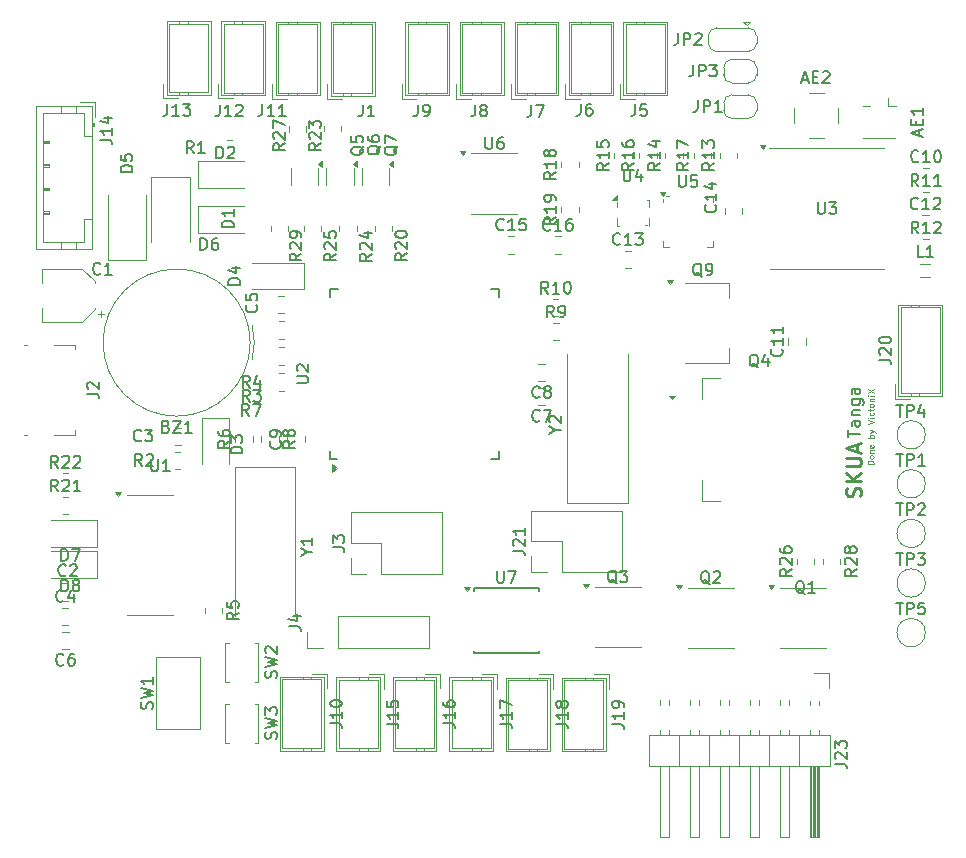
<source format=gbr>
%TF.GenerationSoftware,KiCad,Pcbnew,8.0.3-8.0.3-0~ubuntu22.04.1*%
%TF.CreationDate,2024-08-07T12:57:24+03:00*%
%TF.ProjectId,control_body,636f6e74-726f-46c5-9f62-6f64792e6b69,rev?*%
%TF.SameCoordinates,Original*%
%TF.FileFunction,Legend,Top*%
%TF.FilePolarity,Positive*%
%FSLAX46Y46*%
G04 Gerber Fmt 4.6, Leading zero omitted, Abs format (unit mm)*
G04 Created by KiCad (PCBNEW 8.0.3-8.0.3-0~ubuntu22.04.1) date 2024-08-07 12:57:24*
%MOMM*%
%LPD*%
G01*
G04 APERTURE LIST*
%ADD10C,0.076200*%
%ADD11C,0.127000*%
%ADD12C,0.254000*%
%ADD13C,0.150000*%
%ADD14C,0.120000*%
%ADD15C,0.100000*%
G04 APERTURE END LIST*
D10*
X179513867Y-101558916D02*
X179005867Y-101558916D01*
X179005867Y-101558916D02*
X179005867Y-101437964D01*
X179005867Y-101437964D02*
X179030057Y-101365392D01*
X179030057Y-101365392D02*
X179078438Y-101317011D01*
X179078438Y-101317011D02*
X179126819Y-101292821D01*
X179126819Y-101292821D02*
X179223581Y-101268630D01*
X179223581Y-101268630D02*
X179296153Y-101268630D01*
X179296153Y-101268630D02*
X179392915Y-101292821D01*
X179392915Y-101292821D02*
X179441296Y-101317011D01*
X179441296Y-101317011D02*
X179489677Y-101365392D01*
X179489677Y-101365392D02*
X179513867Y-101437964D01*
X179513867Y-101437964D02*
X179513867Y-101558916D01*
X179513867Y-100978345D02*
X179489677Y-101026726D01*
X179489677Y-101026726D02*
X179465486Y-101050916D01*
X179465486Y-101050916D02*
X179417105Y-101075107D01*
X179417105Y-101075107D02*
X179271962Y-101075107D01*
X179271962Y-101075107D02*
X179223581Y-101050916D01*
X179223581Y-101050916D02*
X179199391Y-101026726D01*
X179199391Y-101026726D02*
X179175200Y-100978345D01*
X179175200Y-100978345D02*
X179175200Y-100905773D01*
X179175200Y-100905773D02*
X179199391Y-100857392D01*
X179199391Y-100857392D02*
X179223581Y-100833202D01*
X179223581Y-100833202D02*
X179271962Y-100809011D01*
X179271962Y-100809011D02*
X179417105Y-100809011D01*
X179417105Y-100809011D02*
X179465486Y-100833202D01*
X179465486Y-100833202D02*
X179489677Y-100857392D01*
X179489677Y-100857392D02*
X179513867Y-100905773D01*
X179513867Y-100905773D02*
X179513867Y-100978345D01*
X179175200Y-100591297D02*
X179513867Y-100591297D01*
X179223581Y-100591297D02*
X179199391Y-100567107D01*
X179199391Y-100567107D02*
X179175200Y-100518726D01*
X179175200Y-100518726D02*
X179175200Y-100446154D01*
X179175200Y-100446154D02*
X179199391Y-100397773D01*
X179199391Y-100397773D02*
X179247772Y-100373583D01*
X179247772Y-100373583D02*
X179513867Y-100373583D01*
X179489677Y-99938154D02*
X179513867Y-99986535D01*
X179513867Y-99986535D02*
X179513867Y-100083297D01*
X179513867Y-100083297D02*
X179489677Y-100131678D01*
X179489677Y-100131678D02*
X179441296Y-100155869D01*
X179441296Y-100155869D02*
X179247772Y-100155869D01*
X179247772Y-100155869D02*
X179199391Y-100131678D01*
X179199391Y-100131678D02*
X179175200Y-100083297D01*
X179175200Y-100083297D02*
X179175200Y-99986535D01*
X179175200Y-99986535D02*
X179199391Y-99938154D01*
X179199391Y-99938154D02*
X179247772Y-99913964D01*
X179247772Y-99913964D02*
X179296153Y-99913964D01*
X179296153Y-99913964D02*
X179344534Y-100155869D01*
X179513867Y-99309201D02*
X179005867Y-99309201D01*
X179199391Y-99309201D02*
X179175200Y-99260820D01*
X179175200Y-99260820D02*
X179175200Y-99164058D01*
X179175200Y-99164058D02*
X179199391Y-99115677D01*
X179199391Y-99115677D02*
X179223581Y-99091487D01*
X179223581Y-99091487D02*
X179271962Y-99067296D01*
X179271962Y-99067296D02*
X179417105Y-99067296D01*
X179417105Y-99067296D02*
X179465486Y-99091487D01*
X179465486Y-99091487D02*
X179489677Y-99115677D01*
X179489677Y-99115677D02*
X179513867Y-99164058D01*
X179513867Y-99164058D02*
X179513867Y-99260820D01*
X179513867Y-99260820D02*
X179489677Y-99309201D01*
X179175200Y-98897963D02*
X179513867Y-98777011D01*
X179175200Y-98656058D02*
X179513867Y-98777011D01*
X179513867Y-98777011D02*
X179634819Y-98825392D01*
X179634819Y-98825392D02*
X179659010Y-98849582D01*
X179659010Y-98849582D02*
X179683200Y-98897963D01*
X179005867Y-98148058D02*
X179513867Y-97978724D01*
X179513867Y-97978724D02*
X179005867Y-97809391D01*
X179513867Y-97640057D02*
X179175200Y-97640057D01*
X179005867Y-97640057D02*
X179030057Y-97664248D01*
X179030057Y-97664248D02*
X179054248Y-97640057D01*
X179054248Y-97640057D02*
X179030057Y-97615867D01*
X179030057Y-97615867D02*
X179005867Y-97640057D01*
X179005867Y-97640057D02*
X179054248Y-97640057D01*
X179489677Y-97180438D02*
X179513867Y-97228819D01*
X179513867Y-97228819D02*
X179513867Y-97325581D01*
X179513867Y-97325581D02*
X179489677Y-97373962D01*
X179489677Y-97373962D02*
X179465486Y-97398152D01*
X179465486Y-97398152D02*
X179417105Y-97422343D01*
X179417105Y-97422343D02*
X179271962Y-97422343D01*
X179271962Y-97422343D02*
X179223581Y-97398152D01*
X179223581Y-97398152D02*
X179199391Y-97373962D01*
X179199391Y-97373962D02*
X179175200Y-97325581D01*
X179175200Y-97325581D02*
X179175200Y-97228819D01*
X179175200Y-97228819D02*
X179199391Y-97180438D01*
X179175200Y-97035295D02*
X179175200Y-96841771D01*
X179005867Y-96962723D02*
X179441296Y-96962723D01*
X179441296Y-96962723D02*
X179489677Y-96938533D01*
X179489677Y-96938533D02*
X179513867Y-96890152D01*
X179513867Y-96890152D02*
X179513867Y-96841771D01*
X179513867Y-96599866D02*
X179489677Y-96648247D01*
X179489677Y-96648247D02*
X179465486Y-96672437D01*
X179465486Y-96672437D02*
X179417105Y-96696628D01*
X179417105Y-96696628D02*
X179271962Y-96696628D01*
X179271962Y-96696628D02*
X179223581Y-96672437D01*
X179223581Y-96672437D02*
X179199391Y-96648247D01*
X179199391Y-96648247D02*
X179175200Y-96599866D01*
X179175200Y-96599866D02*
X179175200Y-96527294D01*
X179175200Y-96527294D02*
X179199391Y-96478913D01*
X179199391Y-96478913D02*
X179223581Y-96454723D01*
X179223581Y-96454723D02*
X179271962Y-96430532D01*
X179271962Y-96430532D02*
X179417105Y-96430532D01*
X179417105Y-96430532D02*
X179465486Y-96454723D01*
X179465486Y-96454723D02*
X179489677Y-96478913D01*
X179489677Y-96478913D02*
X179513867Y-96527294D01*
X179513867Y-96527294D02*
X179513867Y-96599866D01*
X179175200Y-96212818D02*
X179513867Y-96212818D01*
X179223581Y-96212818D02*
X179199391Y-96188628D01*
X179199391Y-96188628D02*
X179175200Y-96140247D01*
X179175200Y-96140247D02*
X179175200Y-96067675D01*
X179175200Y-96067675D02*
X179199391Y-96019294D01*
X179199391Y-96019294D02*
X179247772Y-95995104D01*
X179247772Y-95995104D02*
X179513867Y-95995104D01*
X179513867Y-95753199D02*
X179175200Y-95753199D01*
X179005867Y-95753199D02*
X179030057Y-95777390D01*
X179030057Y-95777390D02*
X179054248Y-95753199D01*
X179054248Y-95753199D02*
X179030057Y-95729009D01*
X179030057Y-95729009D02*
X179005867Y-95753199D01*
X179005867Y-95753199D02*
X179054248Y-95753199D01*
X179005867Y-95559675D02*
X179513867Y-95221008D01*
X179005867Y-95221008D02*
X179513867Y-95559675D01*
D11*
X177333056Y-99259686D02*
X177333056Y-98679114D01*
X178349056Y-98969400D02*
X177333056Y-98969400D01*
X178349056Y-97905019D02*
X177816866Y-97905019D01*
X177816866Y-97905019D02*
X177720104Y-97953400D01*
X177720104Y-97953400D02*
X177671723Y-98050162D01*
X177671723Y-98050162D02*
X177671723Y-98243686D01*
X177671723Y-98243686D02*
X177720104Y-98340448D01*
X178300676Y-97905019D02*
X178349056Y-98001781D01*
X178349056Y-98001781D02*
X178349056Y-98243686D01*
X178349056Y-98243686D02*
X178300676Y-98340448D01*
X178300676Y-98340448D02*
X178203914Y-98388829D01*
X178203914Y-98388829D02*
X178107152Y-98388829D01*
X178107152Y-98388829D02*
X178010390Y-98340448D01*
X178010390Y-98340448D02*
X177962009Y-98243686D01*
X177962009Y-98243686D02*
X177962009Y-98001781D01*
X177962009Y-98001781D02*
X177913628Y-97905019D01*
X177671723Y-97421210D02*
X178349056Y-97421210D01*
X177768485Y-97421210D02*
X177720104Y-97372829D01*
X177720104Y-97372829D02*
X177671723Y-97276067D01*
X177671723Y-97276067D02*
X177671723Y-97130924D01*
X177671723Y-97130924D02*
X177720104Y-97034162D01*
X177720104Y-97034162D02*
X177816866Y-96985781D01*
X177816866Y-96985781D02*
X178349056Y-96985781D01*
X177671723Y-96066543D02*
X178494199Y-96066543D01*
X178494199Y-96066543D02*
X178590961Y-96114924D01*
X178590961Y-96114924D02*
X178639342Y-96163305D01*
X178639342Y-96163305D02*
X178687723Y-96260067D01*
X178687723Y-96260067D02*
X178687723Y-96405210D01*
X178687723Y-96405210D02*
X178639342Y-96501972D01*
X178300676Y-96066543D02*
X178349056Y-96163305D01*
X178349056Y-96163305D02*
X178349056Y-96356829D01*
X178349056Y-96356829D02*
X178300676Y-96453591D01*
X178300676Y-96453591D02*
X178252295Y-96501972D01*
X178252295Y-96501972D02*
X178155533Y-96550353D01*
X178155533Y-96550353D02*
X177865247Y-96550353D01*
X177865247Y-96550353D02*
X177768485Y-96501972D01*
X177768485Y-96501972D02*
X177720104Y-96453591D01*
X177720104Y-96453591D02*
X177671723Y-96356829D01*
X177671723Y-96356829D02*
X177671723Y-96163305D01*
X177671723Y-96163305D02*
X177720104Y-96066543D01*
X178349056Y-95147305D02*
X177816866Y-95147305D01*
X177816866Y-95147305D02*
X177720104Y-95195686D01*
X177720104Y-95195686D02*
X177671723Y-95292448D01*
X177671723Y-95292448D02*
X177671723Y-95485972D01*
X177671723Y-95485972D02*
X177720104Y-95582734D01*
X178300676Y-95147305D02*
X178349056Y-95244067D01*
X178349056Y-95244067D02*
X178349056Y-95485972D01*
X178349056Y-95485972D02*
X178300676Y-95582734D01*
X178300676Y-95582734D02*
X178203914Y-95631115D01*
X178203914Y-95631115D02*
X178107152Y-95631115D01*
X178107152Y-95631115D02*
X178010390Y-95582734D01*
X178010390Y-95582734D02*
X177962009Y-95485972D01*
X177962009Y-95485972D02*
X177962009Y-95244067D01*
X177962009Y-95244067D02*
X177913628Y-95147305D01*
D12*
X178400892Y-104260990D02*
X178461368Y-104079561D01*
X178461368Y-104079561D02*
X178461368Y-103777180D01*
X178461368Y-103777180D02*
X178400892Y-103656228D01*
X178400892Y-103656228D02*
X178340415Y-103595752D01*
X178340415Y-103595752D02*
X178219463Y-103535275D01*
X178219463Y-103535275D02*
X178098511Y-103535275D01*
X178098511Y-103535275D02*
X177977558Y-103595752D01*
X177977558Y-103595752D02*
X177917082Y-103656228D01*
X177917082Y-103656228D02*
X177856606Y-103777180D01*
X177856606Y-103777180D02*
X177796130Y-104019085D01*
X177796130Y-104019085D02*
X177735653Y-104140037D01*
X177735653Y-104140037D02*
X177675177Y-104200514D01*
X177675177Y-104200514D02*
X177554225Y-104260990D01*
X177554225Y-104260990D02*
X177433272Y-104260990D01*
X177433272Y-104260990D02*
X177312320Y-104200514D01*
X177312320Y-104200514D02*
X177251844Y-104140037D01*
X177251844Y-104140037D02*
X177191368Y-104019085D01*
X177191368Y-104019085D02*
X177191368Y-103716704D01*
X177191368Y-103716704D02*
X177251844Y-103535275D01*
X178461368Y-102990990D02*
X177191368Y-102990990D01*
X178461368Y-102265275D02*
X177735653Y-102809561D01*
X177191368Y-102265275D02*
X177917082Y-102990990D01*
X177191368Y-101720990D02*
X178219463Y-101720990D01*
X178219463Y-101720990D02*
X178340415Y-101660513D01*
X178340415Y-101660513D02*
X178400892Y-101600037D01*
X178400892Y-101600037D02*
X178461368Y-101479085D01*
X178461368Y-101479085D02*
X178461368Y-101237180D01*
X178461368Y-101237180D02*
X178400892Y-101116228D01*
X178400892Y-101116228D02*
X178340415Y-101055751D01*
X178340415Y-101055751D02*
X178219463Y-100995275D01*
X178219463Y-100995275D02*
X177191368Y-100995275D01*
X178098511Y-100450990D02*
X178098511Y-99846228D01*
X178461368Y-100571942D02*
X177191368Y-100148609D01*
X177191368Y-100148609D02*
X178461368Y-99725275D01*
D13*
X183369104Y-73716666D02*
X183369104Y-73240476D01*
X183654819Y-73811904D02*
X182654819Y-73478571D01*
X182654819Y-73478571D02*
X183654819Y-73145238D01*
X183131009Y-72811904D02*
X183131009Y-72478571D01*
X183654819Y-72335714D02*
X183654819Y-72811904D01*
X183654819Y-72811904D02*
X182654819Y-72811904D01*
X182654819Y-72811904D02*
X182654819Y-72335714D01*
X183654819Y-71383333D02*
X183654819Y-71954761D01*
X183654819Y-71669047D02*
X182654819Y-71669047D01*
X182654819Y-71669047D02*
X182797676Y-71764285D01*
X182797676Y-71764285D02*
X182892914Y-71859523D01*
X182892914Y-71859523D02*
X182940533Y-71954761D01*
X148954819Y-108889523D02*
X149669104Y-108889523D01*
X149669104Y-108889523D02*
X149811961Y-108937142D01*
X149811961Y-108937142D02*
X149907200Y-109032380D01*
X149907200Y-109032380D02*
X149954819Y-109175237D01*
X149954819Y-109175237D02*
X149954819Y-109270475D01*
X149050057Y-108460951D02*
X149002438Y-108413332D01*
X149002438Y-108413332D02*
X148954819Y-108318094D01*
X148954819Y-108318094D02*
X148954819Y-108079999D01*
X148954819Y-108079999D02*
X149002438Y-107984761D01*
X149002438Y-107984761D02*
X149050057Y-107937142D01*
X149050057Y-107937142D02*
X149145295Y-107889523D01*
X149145295Y-107889523D02*
X149240533Y-107889523D01*
X149240533Y-107889523D02*
X149383390Y-107937142D01*
X149383390Y-107937142D02*
X149954819Y-108508570D01*
X149954819Y-108508570D02*
X149954819Y-107889523D01*
X149954819Y-106937142D02*
X149954819Y-107508570D01*
X149954819Y-107222856D02*
X148954819Y-107222856D01*
X148954819Y-107222856D02*
X149097676Y-107318094D01*
X149097676Y-107318094D02*
X149192914Y-107413332D01*
X149192914Y-107413332D02*
X149240533Y-107508570D01*
X174788095Y-79354819D02*
X174788095Y-80164342D01*
X174788095Y-80164342D02*
X174835714Y-80259580D01*
X174835714Y-80259580D02*
X174883333Y-80307200D01*
X174883333Y-80307200D02*
X174978571Y-80354819D01*
X174978571Y-80354819D02*
X175169047Y-80354819D01*
X175169047Y-80354819D02*
X175264285Y-80307200D01*
X175264285Y-80307200D02*
X175311904Y-80259580D01*
X175311904Y-80259580D02*
X175359523Y-80164342D01*
X175359523Y-80164342D02*
X175359523Y-79354819D01*
X175740476Y-79354819D02*
X176359523Y-79354819D01*
X176359523Y-79354819D02*
X176026190Y-79735771D01*
X176026190Y-79735771D02*
X176169047Y-79735771D01*
X176169047Y-79735771D02*
X176264285Y-79783390D01*
X176264285Y-79783390D02*
X176311904Y-79831009D01*
X176311904Y-79831009D02*
X176359523Y-79926247D01*
X176359523Y-79926247D02*
X176359523Y-80164342D01*
X176359523Y-80164342D02*
X176311904Y-80259580D01*
X176311904Y-80259580D02*
X176264285Y-80307200D01*
X176264285Y-80307200D02*
X176169047Y-80354819D01*
X176169047Y-80354819D02*
X175883333Y-80354819D01*
X175883333Y-80354819D02*
X175788095Y-80307200D01*
X175788095Y-80307200D02*
X175740476Y-80259580D01*
X143044819Y-123499523D02*
X143759104Y-123499523D01*
X143759104Y-123499523D02*
X143901961Y-123547142D01*
X143901961Y-123547142D02*
X143997200Y-123642380D01*
X143997200Y-123642380D02*
X144044819Y-123785237D01*
X144044819Y-123785237D02*
X144044819Y-123880475D01*
X144044819Y-122499523D02*
X144044819Y-123070951D01*
X144044819Y-122785237D02*
X143044819Y-122785237D01*
X143044819Y-122785237D02*
X143187676Y-122880475D01*
X143187676Y-122880475D02*
X143282914Y-122975713D01*
X143282914Y-122975713D02*
X143330533Y-123070951D01*
X143044819Y-121642380D02*
X143044819Y-121832856D01*
X143044819Y-121832856D02*
X143092438Y-121928094D01*
X143092438Y-121928094D02*
X143140057Y-121975713D01*
X143140057Y-121975713D02*
X143282914Y-122070951D01*
X143282914Y-122070951D02*
X143473390Y-122118570D01*
X143473390Y-122118570D02*
X143854342Y-122118570D01*
X143854342Y-122118570D02*
X143949580Y-122070951D01*
X143949580Y-122070951D02*
X143997200Y-122023332D01*
X143997200Y-122023332D02*
X144044819Y-121928094D01*
X144044819Y-121928094D02*
X144044819Y-121737618D01*
X144044819Y-121737618D02*
X143997200Y-121642380D01*
X143997200Y-121642380D02*
X143949580Y-121594761D01*
X143949580Y-121594761D02*
X143854342Y-121547142D01*
X143854342Y-121547142D02*
X143616247Y-121547142D01*
X143616247Y-121547142D02*
X143521009Y-121594761D01*
X143521009Y-121594761D02*
X143473390Y-121642380D01*
X143473390Y-121642380D02*
X143425771Y-121737618D01*
X143425771Y-121737618D02*
X143425771Y-121928094D01*
X143425771Y-121928094D02*
X143473390Y-122023332D01*
X143473390Y-122023332D02*
X143521009Y-122070951D01*
X143521009Y-122070951D02*
X143616247Y-122118570D01*
X183307142Y-75879580D02*
X183259523Y-75927200D01*
X183259523Y-75927200D02*
X183116666Y-75974819D01*
X183116666Y-75974819D02*
X183021428Y-75974819D01*
X183021428Y-75974819D02*
X182878571Y-75927200D01*
X182878571Y-75927200D02*
X182783333Y-75831961D01*
X182783333Y-75831961D02*
X182735714Y-75736723D01*
X182735714Y-75736723D02*
X182688095Y-75546247D01*
X182688095Y-75546247D02*
X182688095Y-75403390D01*
X182688095Y-75403390D02*
X182735714Y-75212914D01*
X182735714Y-75212914D02*
X182783333Y-75117676D01*
X182783333Y-75117676D02*
X182878571Y-75022438D01*
X182878571Y-75022438D02*
X183021428Y-74974819D01*
X183021428Y-74974819D02*
X183116666Y-74974819D01*
X183116666Y-74974819D02*
X183259523Y-75022438D01*
X183259523Y-75022438D02*
X183307142Y-75070057D01*
X184259523Y-75974819D02*
X183688095Y-75974819D01*
X183973809Y-75974819D02*
X183973809Y-74974819D01*
X183973809Y-74974819D02*
X183878571Y-75117676D01*
X183878571Y-75117676D02*
X183783333Y-75212914D01*
X183783333Y-75212914D02*
X183688095Y-75260533D01*
X184878571Y-74974819D02*
X184973809Y-74974819D01*
X184973809Y-74974819D02*
X185069047Y-75022438D01*
X185069047Y-75022438D02*
X185116666Y-75070057D01*
X185116666Y-75070057D02*
X185164285Y-75165295D01*
X185164285Y-75165295D02*
X185211904Y-75355771D01*
X185211904Y-75355771D02*
X185211904Y-75593866D01*
X185211904Y-75593866D02*
X185164285Y-75784342D01*
X185164285Y-75784342D02*
X185116666Y-75879580D01*
X185116666Y-75879580D02*
X185069047Y-75927200D01*
X185069047Y-75927200D02*
X184973809Y-75974819D01*
X184973809Y-75974819D02*
X184878571Y-75974819D01*
X184878571Y-75974819D02*
X184783333Y-75927200D01*
X184783333Y-75927200D02*
X184735714Y-75879580D01*
X184735714Y-75879580D02*
X184688095Y-75784342D01*
X184688095Y-75784342D02*
X184640476Y-75593866D01*
X184640476Y-75593866D02*
X184640476Y-75355771D01*
X184640476Y-75355771D02*
X184688095Y-75165295D01*
X184688095Y-75165295D02*
X184735714Y-75070057D01*
X184735714Y-75070057D02*
X184783333Y-75022438D01*
X184783333Y-75022438D02*
X184878571Y-74974819D01*
X181428095Y-113266819D02*
X181999523Y-113266819D01*
X181713809Y-114266819D02*
X181713809Y-113266819D01*
X182332857Y-114266819D02*
X182332857Y-113266819D01*
X182332857Y-113266819D02*
X182713809Y-113266819D01*
X182713809Y-113266819D02*
X182809047Y-113314438D01*
X182809047Y-113314438D02*
X182856666Y-113362057D01*
X182856666Y-113362057D02*
X182904285Y-113457295D01*
X182904285Y-113457295D02*
X182904285Y-113600152D01*
X182904285Y-113600152D02*
X182856666Y-113695390D01*
X182856666Y-113695390D02*
X182809047Y-113743009D01*
X182809047Y-113743009D02*
X182713809Y-113790628D01*
X182713809Y-113790628D02*
X182332857Y-113790628D01*
X183809047Y-113266819D02*
X183332857Y-113266819D01*
X183332857Y-113266819D02*
X183285238Y-113743009D01*
X183285238Y-113743009D02*
X183332857Y-113695390D01*
X183332857Y-113695390D02*
X183428095Y-113647771D01*
X183428095Y-113647771D02*
X183666190Y-113647771D01*
X183666190Y-113647771D02*
X183761428Y-113695390D01*
X183761428Y-113695390D02*
X183809047Y-113743009D01*
X183809047Y-113743009D02*
X183856666Y-113838247D01*
X183856666Y-113838247D02*
X183856666Y-114076342D01*
X183856666Y-114076342D02*
X183809047Y-114171580D01*
X183809047Y-114171580D02*
X183761428Y-114219200D01*
X183761428Y-114219200D02*
X183666190Y-114266819D01*
X183666190Y-114266819D02*
X183428095Y-114266819D01*
X183428095Y-114266819D02*
X183332857Y-114219200D01*
X183332857Y-114219200D02*
X183285238Y-114171580D01*
X157769761Y-111645057D02*
X157674523Y-111597438D01*
X157674523Y-111597438D02*
X157579285Y-111502200D01*
X157579285Y-111502200D02*
X157436428Y-111359342D01*
X157436428Y-111359342D02*
X157341190Y-111311723D01*
X157341190Y-111311723D02*
X157245952Y-111311723D01*
X157293571Y-111549819D02*
X157198333Y-111502200D01*
X157198333Y-111502200D02*
X157103095Y-111406961D01*
X157103095Y-111406961D02*
X157055476Y-111216485D01*
X157055476Y-111216485D02*
X157055476Y-110883152D01*
X157055476Y-110883152D02*
X157103095Y-110692676D01*
X157103095Y-110692676D02*
X157198333Y-110597438D01*
X157198333Y-110597438D02*
X157293571Y-110549819D01*
X157293571Y-110549819D02*
X157484047Y-110549819D01*
X157484047Y-110549819D02*
X157579285Y-110597438D01*
X157579285Y-110597438D02*
X157674523Y-110692676D01*
X157674523Y-110692676D02*
X157722142Y-110883152D01*
X157722142Y-110883152D02*
X157722142Y-111216485D01*
X157722142Y-111216485D02*
X157674523Y-111406961D01*
X157674523Y-111406961D02*
X157579285Y-111502200D01*
X157579285Y-111502200D02*
X157484047Y-111549819D01*
X157484047Y-111549819D02*
X157293571Y-111549819D01*
X158055476Y-110549819D02*
X158674523Y-110549819D01*
X158674523Y-110549819D02*
X158341190Y-110930771D01*
X158341190Y-110930771D02*
X158484047Y-110930771D01*
X158484047Y-110930771D02*
X158579285Y-110978390D01*
X158579285Y-110978390D02*
X158626904Y-111026009D01*
X158626904Y-111026009D02*
X158674523Y-111121247D01*
X158674523Y-111121247D02*
X158674523Y-111359342D01*
X158674523Y-111359342D02*
X158626904Y-111454580D01*
X158626904Y-111454580D02*
X158579285Y-111502200D01*
X158579285Y-111502200D02*
X158484047Y-111549819D01*
X158484047Y-111549819D02*
X158198333Y-111549819D01*
X158198333Y-111549819D02*
X158103095Y-111502200D01*
X158103095Y-111502200D02*
X158055476Y-111454580D01*
X126633333Y-97434819D02*
X126300000Y-96958628D01*
X126061905Y-97434819D02*
X126061905Y-96434819D01*
X126061905Y-96434819D02*
X126442857Y-96434819D01*
X126442857Y-96434819D02*
X126538095Y-96482438D01*
X126538095Y-96482438D02*
X126585714Y-96530057D01*
X126585714Y-96530057D02*
X126633333Y-96625295D01*
X126633333Y-96625295D02*
X126633333Y-96768152D01*
X126633333Y-96768152D02*
X126585714Y-96863390D01*
X126585714Y-96863390D02*
X126538095Y-96911009D01*
X126538095Y-96911009D02*
X126442857Y-96958628D01*
X126442857Y-96958628D02*
X126061905Y-96958628D01*
X126966667Y-96434819D02*
X127633333Y-96434819D01*
X127633333Y-96434819D02*
X127204762Y-97434819D01*
X181428095Y-100666819D02*
X181999523Y-100666819D01*
X181713809Y-101666819D02*
X181713809Y-100666819D01*
X182332857Y-101666819D02*
X182332857Y-100666819D01*
X182332857Y-100666819D02*
X182713809Y-100666819D01*
X182713809Y-100666819D02*
X182809047Y-100714438D01*
X182809047Y-100714438D02*
X182856666Y-100762057D01*
X182856666Y-100762057D02*
X182904285Y-100857295D01*
X182904285Y-100857295D02*
X182904285Y-101000152D01*
X182904285Y-101000152D02*
X182856666Y-101095390D01*
X182856666Y-101095390D02*
X182809047Y-101143009D01*
X182809047Y-101143009D02*
X182713809Y-101190628D01*
X182713809Y-101190628D02*
X182332857Y-101190628D01*
X183856666Y-101666819D02*
X183285238Y-101666819D01*
X183570952Y-101666819D02*
X183570952Y-100666819D01*
X183570952Y-100666819D02*
X183475714Y-100809676D01*
X183475714Y-100809676D02*
X183380476Y-100904914D01*
X183380476Y-100904914D02*
X183285238Y-100952533D01*
X145776666Y-71104819D02*
X145776666Y-71819104D01*
X145776666Y-71819104D02*
X145729047Y-71961961D01*
X145729047Y-71961961D02*
X145633809Y-72057200D01*
X145633809Y-72057200D02*
X145490952Y-72104819D01*
X145490952Y-72104819D02*
X145395714Y-72104819D01*
X146395714Y-71533390D02*
X146300476Y-71485771D01*
X146300476Y-71485771D02*
X146252857Y-71438152D01*
X146252857Y-71438152D02*
X146205238Y-71342914D01*
X146205238Y-71342914D02*
X146205238Y-71295295D01*
X146205238Y-71295295D02*
X146252857Y-71200057D01*
X146252857Y-71200057D02*
X146300476Y-71152438D01*
X146300476Y-71152438D02*
X146395714Y-71104819D01*
X146395714Y-71104819D02*
X146586190Y-71104819D01*
X146586190Y-71104819D02*
X146681428Y-71152438D01*
X146681428Y-71152438D02*
X146729047Y-71200057D01*
X146729047Y-71200057D02*
X146776666Y-71295295D01*
X146776666Y-71295295D02*
X146776666Y-71342914D01*
X146776666Y-71342914D02*
X146729047Y-71438152D01*
X146729047Y-71438152D02*
X146681428Y-71485771D01*
X146681428Y-71485771D02*
X146586190Y-71533390D01*
X146586190Y-71533390D02*
X146395714Y-71533390D01*
X146395714Y-71533390D02*
X146300476Y-71581009D01*
X146300476Y-71581009D02*
X146252857Y-71628628D01*
X146252857Y-71628628D02*
X146205238Y-71723866D01*
X146205238Y-71723866D02*
X146205238Y-71914342D01*
X146205238Y-71914342D02*
X146252857Y-72009580D01*
X146252857Y-72009580D02*
X146300476Y-72057200D01*
X146300476Y-72057200D02*
X146395714Y-72104819D01*
X146395714Y-72104819D02*
X146586190Y-72104819D01*
X146586190Y-72104819D02*
X146681428Y-72057200D01*
X146681428Y-72057200D02*
X146729047Y-72009580D01*
X146729047Y-72009580D02*
X146776666Y-71914342D01*
X146776666Y-71914342D02*
X146776666Y-71723866D01*
X146776666Y-71723866D02*
X146729047Y-71628628D01*
X146729047Y-71628628D02*
X146681428Y-71581009D01*
X146681428Y-71581009D02*
X146586190Y-71533390D01*
X133699819Y-108568333D02*
X134414104Y-108568333D01*
X134414104Y-108568333D02*
X134556961Y-108615952D01*
X134556961Y-108615952D02*
X134652200Y-108711190D01*
X134652200Y-108711190D02*
X134699819Y-108854047D01*
X134699819Y-108854047D02*
X134699819Y-108949285D01*
X133699819Y-108187380D02*
X133699819Y-107568333D01*
X133699819Y-107568333D02*
X134080771Y-107901666D01*
X134080771Y-107901666D02*
X134080771Y-107758809D01*
X134080771Y-107758809D02*
X134128390Y-107663571D01*
X134128390Y-107663571D02*
X134176009Y-107615952D01*
X134176009Y-107615952D02*
X134271247Y-107568333D01*
X134271247Y-107568333D02*
X134509342Y-107568333D01*
X134509342Y-107568333D02*
X134604580Y-107615952D01*
X134604580Y-107615952D02*
X134652200Y-107663571D01*
X134652200Y-107663571D02*
X134699819Y-107758809D01*
X134699819Y-107758809D02*
X134699819Y-108044523D01*
X134699819Y-108044523D02*
X134652200Y-108139761D01*
X134652200Y-108139761D02*
X134604580Y-108187380D01*
X179974819Y-92699523D02*
X180689104Y-92699523D01*
X180689104Y-92699523D02*
X180831961Y-92747142D01*
X180831961Y-92747142D02*
X180927200Y-92842380D01*
X180927200Y-92842380D02*
X180974819Y-92985237D01*
X180974819Y-92985237D02*
X180974819Y-93080475D01*
X180070057Y-92270951D02*
X180022438Y-92223332D01*
X180022438Y-92223332D02*
X179974819Y-92128094D01*
X179974819Y-92128094D02*
X179974819Y-91889999D01*
X179974819Y-91889999D02*
X180022438Y-91794761D01*
X180022438Y-91794761D02*
X180070057Y-91747142D01*
X180070057Y-91747142D02*
X180165295Y-91699523D01*
X180165295Y-91699523D02*
X180260533Y-91699523D01*
X180260533Y-91699523D02*
X180403390Y-91747142D01*
X180403390Y-91747142D02*
X180974819Y-92318570D01*
X180974819Y-92318570D02*
X180974819Y-91699523D01*
X179974819Y-91080475D02*
X179974819Y-90985237D01*
X179974819Y-90985237D02*
X180022438Y-90889999D01*
X180022438Y-90889999D02*
X180070057Y-90842380D01*
X180070057Y-90842380D02*
X180165295Y-90794761D01*
X180165295Y-90794761D02*
X180355771Y-90747142D01*
X180355771Y-90747142D02*
X180593866Y-90747142D01*
X180593866Y-90747142D02*
X180784342Y-90794761D01*
X180784342Y-90794761D02*
X180879580Y-90842380D01*
X180879580Y-90842380D02*
X180927200Y-90889999D01*
X180927200Y-90889999D02*
X180974819Y-90985237D01*
X180974819Y-90985237D02*
X180974819Y-91080475D01*
X180974819Y-91080475D02*
X180927200Y-91175713D01*
X180927200Y-91175713D02*
X180879580Y-91223332D01*
X180879580Y-91223332D02*
X180784342Y-91270951D01*
X180784342Y-91270951D02*
X180593866Y-91318570D01*
X180593866Y-91318570D02*
X180355771Y-91318570D01*
X180355771Y-91318570D02*
X180165295Y-91270951D01*
X180165295Y-91270951D02*
X180070057Y-91223332D01*
X180070057Y-91223332D02*
X180022438Y-91175713D01*
X180022438Y-91175713D02*
X179974819Y-91080475D01*
X123861905Y-75654819D02*
X123861905Y-74654819D01*
X123861905Y-74654819D02*
X124100000Y-74654819D01*
X124100000Y-74654819D02*
X124242857Y-74702438D01*
X124242857Y-74702438D02*
X124338095Y-74797676D01*
X124338095Y-74797676D02*
X124385714Y-74892914D01*
X124385714Y-74892914D02*
X124433333Y-75083390D01*
X124433333Y-75083390D02*
X124433333Y-75226247D01*
X124433333Y-75226247D02*
X124385714Y-75416723D01*
X124385714Y-75416723D02*
X124338095Y-75511961D01*
X124338095Y-75511961D02*
X124242857Y-75607200D01*
X124242857Y-75607200D02*
X124100000Y-75654819D01*
X124100000Y-75654819D02*
X123861905Y-75654819D01*
X124814286Y-74750057D02*
X124861905Y-74702438D01*
X124861905Y-74702438D02*
X124957143Y-74654819D01*
X124957143Y-74654819D02*
X125195238Y-74654819D01*
X125195238Y-74654819D02*
X125290476Y-74702438D01*
X125290476Y-74702438D02*
X125338095Y-74750057D01*
X125338095Y-74750057D02*
X125385714Y-74845295D01*
X125385714Y-74845295D02*
X125385714Y-74940533D01*
X125385714Y-74940533D02*
X125338095Y-75083390D01*
X125338095Y-75083390D02*
X124766667Y-75654819D01*
X124766667Y-75654819D02*
X125385714Y-75654819D01*
X172564819Y-110417857D02*
X172088628Y-110751190D01*
X172564819Y-110989285D02*
X171564819Y-110989285D01*
X171564819Y-110989285D02*
X171564819Y-110608333D01*
X171564819Y-110608333D02*
X171612438Y-110513095D01*
X171612438Y-110513095D02*
X171660057Y-110465476D01*
X171660057Y-110465476D02*
X171755295Y-110417857D01*
X171755295Y-110417857D02*
X171898152Y-110417857D01*
X171898152Y-110417857D02*
X171993390Y-110465476D01*
X171993390Y-110465476D02*
X172041009Y-110513095D01*
X172041009Y-110513095D02*
X172088628Y-110608333D01*
X172088628Y-110608333D02*
X172088628Y-110989285D01*
X171660057Y-110036904D02*
X171612438Y-109989285D01*
X171612438Y-109989285D02*
X171564819Y-109894047D01*
X171564819Y-109894047D02*
X171564819Y-109655952D01*
X171564819Y-109655952D02*
X171612438Y-109560714D01*
X171612438Y-109560714D02*
X171660057Y-109513095D01*
X171660057Y-109513095D02*
X171755295Y-109465476D01*
X171755295Y-109465476D02*
X171850533Y-109465476D01*
X171850533Y-109465476D02*
X171993390Y-109513095D01*
X171993390Y-109513095D02*
X172564819Y-110084523D01*
X172564819Y-110084523D02*
X172564819Y-109465476D01*
X171564819Y-108608333D02*
X171564819Y-108798809D01*
X171564819Y-108798809D02*
X171612438Y-108894047D01*
X171612438Y-108894047D02*
X171660057Y-108941666D01*
X171660057Y-108941666D02*
X171802914Y-109036904D01*
X171802914Y-109036904D02*
X171993390Y-109084523D01*
X171993390Y-109084523D02*
X172374342Y-109084523D01*
X172374342Y-109084523D02*
X172469580Y-109036904D01*
X172469580Y-109036904D02*
X172517200Y-108989285D01*
X172517200Y-108989285D02*
X172564819Y-108894047D01*
X172564819Y-108894047D02*
X172564819Y-108703571D01*
X172564819Y-108703571D02*
X172517200Y-108608333D01*
X172517200Y-108608333D02*
X172469580Y-108560714D01*
X172469580Y-108560714D02*
X172374342Y-108513095D01*
X172374342Y-108513095D02*
X172136247Y-108513095D01*
X172136247Y-108513095D02*
X172041009Y-108560714D01*
X172041009Y-108560714D02*
X171993390Y-108608333D01*
X171993390Y-108608333D02*
X171945771Y-108703571D01*
X171945771Y-108703571D02*
X171945771Y-108894047D01*
X171945771Y-108894047D02*
X171993390Y-108989285D01*
X171993390Y-108989285D02*
X172041009Y-109036904D01*
X172041009Y-109036904D02*
X172136247Y-109084523D01*
X164636666Y-70714819D02*
X164636666Y-71429104D01*
X164636666Y-71429104D02*
X164589047Y-71571961D01*
X164589047Y-71571961D02*
X164493809Y-71667200D01*
X164493809Y-71667200D02*
X164350952Y-71714819D01*
X164350952Y-71714819D02*
X164255714Y-71714819D01*
X165112857Y-71714819D02*
X165112857Y-70714819D01*
X165112857Y-70714819D02*
X165493809Y-70714819D01*
X165493809Y-70714819D02*
X165589047Y-70762438D01*
X165589047Y-70762438D02*
X165636666Y-70810057D01*
X165636666Y-70810057D02*
X165684285Y-70905295D01*
X165684285Y-70905295D02*
X165684285Y-71048152D01*
X165684285Y-71048152D02*
X165636666Y-71143390D01*
X165636666Y-71143390D02*
X165589047Y-71191009D01*
X165589047Y-71191009D02*
X165493809Y-71238628D01*
X165493809Y-71238628D02*
X165112857Y-71238628D01*
X166636666Y-71714819D02*
X166065238Y-71714819D01*
X166350952Y-71714819D02*
X166350952Y-70714819D01*
X166350952Y-70714819D02*
X166255714Y-70857676D01*
X166255714Y-70857676D02*
X166160476Y-70952914D01*
X166160476Y-70952914D02*
X166065238Y-71000533D01*
X152127142Y-81669580D02*
X152079523Y-81717200D01*
X152079523Y-81717200D02*
X151936666Y-81764819D01*
X151936666Y-81764819D02*
X151841428Y-81764819D01*
X151841428Y-81764819D02*
X151698571Y-81717200D01*
X151698571Y-81717200D02*
X151603333Y-81621961D01*
X151603333Y-81621961D02*
X151555714Y-81526723D01*
X151555714Y-81526723D02*
X151508095Y-81336247D01*
X151508095Y-81336247D02*
X151508095Y-81193390D01*
X151508095Y-81193390D02*
X151555714Y-81002914D01*
X151555714Y-81002914D02*
X151603333Y-80907676D01*
X151603333Y-80907676D02*
X151698571Y-80812438D01*
X151698571Y-80812438D02*
X151841428Y-80764819D01*
X151841428Y-80764819D02*
X151936666Y-80764819D01*
X151936666Y-80764819D02*
X152079523Y-80812438D01*
X152079523Y-80812438D02*
X152127142Y-80860057D01*
X153079523Y-81764819D02*
X152508095Y-81764819D01*
X152793809Y-81764819D02*
X152793809Y-80764819D01*
X152793809Y-80764819D02*
X152698571Y-80907676D01*
X152698571Y-80907676D02*
X152603333Y-81002914D01*
X152603333Y-81002914D02*
X152508095Y-81050533D01*
X153936666Y-80764819D02*
X153746190Y-80764819D01*
X153746190Y-80764819D02*
X153650952Y-80812438D01*
X153650952Y-80812438D02*
X153603333Y-80860057D01*
X153603333Y-80860057D02*
X153508095Y-81002914D01*
X153508095Y-81002914D02*
X153460476Y-81193390D01*
X153460476Y-81193390D02*
X153460476Y-81574342D01*
X153460476Y-81574342D02*
X153508095Y-81669580D01*
X153508095Y-81669580D02*
X153555714Y-81717200D01*
X153555714Y-81717200D02*
X153650952Y-81764819D01*
X153650952Y-81764819D02*
X153841428Y-81764819D01*
X153841428Y-81764819D02*
X153936666Y-81717200D01*
X153936666Y-81717200D02*
X153984285Y-81669580D01*
X153984285Y-81669580D02*
X154031904Y-81574342D01*
X154031904Y-81574342D02*
X154031904Y-81336247D01*
X154031904Y-81336247D02*
X153984285Y-81241009D01*
X153984285Y-81241009D02*
X153936666Y-81193390D01*
X153936666Y-81193390D02*
X153841428Y-81145771D01*
X153841428Y-81145771D02*
X153650952Y-81145771D01*
X153650952Y-81145771D02*
X153555714Y-81193390D01*
X153555714Y-81193390D02*
X153508095Y-81241009D01*
X153508095Y-81241009D02*
X153460476Y-81336247D01*
X121933333Y-75214819D02*
X121600000Y-74738628D01*
X121361905Y-75214819D02*
X121361905Y-74214819D01*
X121361905Y-74214819D02*
X121742857Y-74214819D01*
X121742857Y-74214819D02*
X121838095Y-74262438D01*
X121838095Y-74262438D02*
X121885714Y-74310057D01*
X121885714Y-74310057D02*
X121933333Y-74405295D01*
X121933333Y-74405295D02*
X121933333Y-74548152D01*
X121933333Y-74548152D02*
X121885714Y-74643390D01*
X121885714Y-74643390D02*
X121838095Y-74691009D01*
X121838095Y-74691009D02*
X121742857Y-74738628D01*
X121742857Y-74738628D02*
X121361905Y-74738628D01*
X122885714Y-75214819D02*
X122314286Y-75214819D01*
X122600000Y-75214819D02*
X122600000Y-74214819D01*
X122600000Y-74214819D02*
X122504762Y-74357676D01*
X122504762Y-74357676D02*
X122409524Y-74452914D01*
X122409524Y-74452914D02*
X122314286Y-74500533D01*
X166109580Y-79592857D02*
X166157200Y-79640476D01*
X166157200Y-79640476D02*
X166204819Y-79783333D01*
X166204819Y-79783333D02*
X166204819Y-79878571D01*
X166204819Y-79878571D02*
X166157200Y-80021428D01*
X166157200Y-80021428D02*
X166061961Y-80116666D01*
X166061961Y-80116666D02*
X165966723Y-80164285D01*
X165966723Y-80164285D02*
X165776247Y-80211904D01*
X165776247Y-80211904D02*
X165633390Y-80211904D01*
X165633390Y-80211904D02*
X165442914Y-80164285D01*
X165442914Y-80164285D02*
X165347676Y-80116666D01*
X165347676Y-80116666D02*
X165252438Y-80021428D01*
X165252438Y-80021428D02*
X165204819Y-79878571D01*
X165204819Y-79878571D02*
X165204819Y-79783333D01*
X165204819Y-79783333D02*
X165252438Y-79640476D01*
X165252438Y-79640476D02*
X165300057Y-79592857D01*
X166204819Y-78640476D02*
X166204819Y-79211904D01*
X166204819Y-78926190D02*
X165204819Y-78926190D01*
X165204819Y-78926190D02*
X165347676Y-79021428D01*
X165347676Y-79021428D02*
X165442914Y-79116666D01*
X165442914Y-79116666D02*
X165490533Y-79211904D01*
X165538152Y-77783333D02*
X166204819Y-77783333D01*
X165157200Y-78021428D02*
X165871485Y-78259523D01*
X165871485Y-78259523D02*
X165871485Y-77640476D01*
X128937200Y-124803332D02*
X128984819Y-124660475D01*
X128984819Y-124660475D02*
X128984819Y-124422380D01*
X128984819Y-124422380D02*
X128937200Y-124327142D01*
X128937200Y-124327142D02*
X128889580Y-124279523D01*
X128889580Y-124279523D02*
X128794342Y-124231904D01*
X128794342Y-124231904D02*
X128699104Y-124231904D01*
X128699104Y-124231904D02*
X128603866Y-124279523D01*
X128603866Y-124279523D02*
X128556247Y-124327142D01*
X128556247Y-124327142D02*
X128508628Y-124422380D01*
X128508628Y-124422380D02*
X128461009Y-124612856D01*
X128461009Y-124612856D02*
X128413390Y-124708094D01*
X128413390Y-124708094D02*
X128365771Y-124755713D01*
X128365771Y-124755713D02*
X128270533Y-124803332D01*
X128270533Y-124803332D02*
X128175295Y-124803332D01*
X128175295Y-124803332D02*
X128080057Y-124755713D01*
X128080057Y-124755713D02*
X128032438Y-124708094D01*
X128032438Y-124708094D02*
X127984819Y-124612856D01*
X127984819Y-124612856D02*
X127984819Y-124374761D01*
X127984819Y-124374761D02*
X128032438Y-124231904D01*
X127984819Y-123898570D02*
X128984819Y-123660475D01*
X128984819Y-123660475D02*
X128270533Y-123469999D01*
X128270533Y-123469999D02*
X128984819Y-123279523D01*
X128984819Y-123279523D02*
X127984819Y-123041428D01*
X127984819Y-122755713D02*
X127984819Y-122136666D01*
X127984819Y-122136666D02*
X128365771Y-122469999D01*
X128365771Y-122469999D02*
X128365771Y-122327142D01*
X128365771Y-122327142D02*
X128413390Y-122231904D01*
X128413390Y-122231904D02*
X128461009Y-122184285D01*
X128461009Y-122184285D02*
X128556247Y-122136666D01*
X128556247Y-122136666D02*
X128794342Y-122136666D01*
X128794342Y-122136666D02*
X128889580Y-122184285D01*
X128889580Y-122184285D02*
X128937200Y-122231904D01*
X128937200Y-122231904D02*
X128984819Y-122327142D01*
X128984819Y-122327142D02*
X128984819Y-122612856D01*
X128984819Y-122612856D02*
X128937200Y-122708094D01*
X128937200Y-122708094D02*
X128889580Y-122755713D01*
X125324819Y-81488094D02*
X124324819Y-81488094D01*
X124324819Y-81488094D02*
X124324819Y-81249999D01*
X124324819Y-81249999D02*
X124372438Y-81107142D01*
X124372438Y-81107142D02*
X124467676Y-81011904D01*
X124467676Y-81011904D02*
X124562914Y-80964285D01*
X124562914Y-80964285D02*
X124753390Y-80916666D01*
X124753390Y-80916666D02*
X124896247Y-80916666D01*
X124896247Y-80916666D02*
X125086723Y-80964285D01*
X125086723Y-80964285D02*
X125181961Y-81011904D01*
X125181961Y-81011904D02*
X125277200Y-81107142D01*
X125277200Y-81107142D02*
X125324819Y-81249999D01*
X125324819Y-81249999D02*
X125324819Y-81488094D01*
X125324819Y-79964285D02*
X125324819Y-80535713D01*
X125324819Y-80249999D02*
X124324819Y-80249999D01*
X124324819Y-80249999D02*
X124467676Y-80345237D01*
X124467676Y-80345237D02*
X124562914Y-80440475D01*
X124562914Y-80440475D02*
X124610533Y-80535713D01*
X128937200Y-119643332D02*
X128984819Y-119500475D01*
X128984819Y-119500475D02*
X128984819Y-119262380D01*
X128984819Y-119262380D02*
X128937200Y-119167142D01*
X128937200Y-119167142D02*
X128889580Y-119119523D01*
X128889580Y-119119523D02*
X128794342Y-119071904D01*
X128794342Y-119071904D02*
X128699104Y-119071904D01*
X128699104Y-119071904D02*
X128603866Y-119119523D01*
X128603866Y-119119523D02*
X128556247Y-119167142D01*
X128556247Y-119167142D02*
X128508628Y-119262380D01*
X128508628Y-119262380D02*
X128461009Y-119452856D01*
X128461009Y-119452856D02*
X128413390Y-119548094D01*
X128413390Y-119548094D02*
X128365771Y-119595713D01*
X128365771Y-119595713D02*
X128270533Y-119643332D01*
X128270533Y-119643332D02*
X128175295Y-119643332D01*
X128175295Y-119643332D02*
X128080057Y-119595713D01*
X128080057Y-119595713D02*
X128032438Y-119548094D01*
X128032438Y-119548094D02*
X127984819Y-119452856D01*
X127984819Y-119452856D02*
X127984819Y-119214761D01*
X127984819Y-119214761D02*
X128032438Y-119071904D01*
X127984819Y-118738570D02*
X128984819Y-118500475D01*
X128984819Y-118500475D02*
X128270533Y-118309999D01*
X128270533Y-118309999D02*
X128984819Y-118119523D01*
X128984819Y-118119523D02*
X127984819Y-117881428D01*
X128080057Y-117548094D02*
X128032438Y-117500475D01*
X128032438Y-117500475D02*
X127984819Y-117405237D01*
X127984819Y-117405237D02*
X127984819Y-117167142D01*
X127984819Y-117167142D02*
X128032438Y-117071904D01*
X128032438Y-117071904D02*
X128080057Y-117024285D01*
X128080057Y-117024285D02*
X128175295Y-116976666D01*
X128175295Y-116976666D02*
X128270533Y-116976666D01*
X128270533Y-116976666D02*
X128413390Y-117024285D01*
X128413390Y-117024285D02*
X128984819Y-117595713D01*
X128984819Y-117595713D02*
X128984819Y-116976666D01*
X117573333Y-101704819D02*
X117240000Y-101228628D01*
X117001905Y-101704819D02*
X117001905Y-100704819D01*
X117001905Y-100704819D02*
X117382857Y-100704819D01*
X117382857Y-100704819D02*
X117478095Y-100752438D01*
X117478095Y-100752438D02*
X117525714Y-100800057D01*
X117525714Y-100800057D02*
X117573333Y-100895295D01*
X117573333Y-100895295D02*
X117573333Y-101038152D01*
X117573333Y-101038152D02*
X117525714Y-101133390D01*
X117525714Y-101133390D02*
X117478095Y-101181009D01*
X117478095Y-101181009D02*
X117382857Y-101228628D01*
X117382857Y-101228628D02*
X117001905Y-101228628D01*
X117954286Y-100800057D02*
X118001905Y-100752438D01*
X118001905Y-100752438D02*
X118097143Y-100704819D01*
X118097143Y-100704819D02*
X118335238Y-100704819D01*
X118335238Y-100704819D02*
X118430476Y-100752438D01*
X118430476Y-100752438D02*
X118478095Y-100800057D01*
X118478095Y-100800057D02*
X118525714Y-100895295D01*
X118525714Y-100895295D02*
X118525714Y-100990533D01*
X118525714Y-100990533D02*
X118478095Y-101133390D01*
X118478095Y-101133390D02*
X117906667Y-101704819D01*
X117906667Y-101704819D02*
X118525714Y-101704819D01*
X148197142Y-81659580D02*
X148149523Y-81707200D01*
X148149523Y-81707200D02*
X148006666Y-81754819D01*
X148006666Y-81754819D02*
X147911428Y-81754819D01*
X147911428Y-81754819D02*
X147768571Y-81707200D01*
X147768571Y-81707200D02*
X147673333Y-81611961D01*
X147673333Y-81611961D02*
X147625714Y-81516723D01*
X147625714Y-81516723D02*
X147578095Y-81326247D01*
X147578095Y-81326247D02*
X147578095Y-81183390D01*
X147578095Y-81183390D02*
X147625714Y-80992914D01*
X147625714Y-80992914D02*
X147673333Y-80897676D01*
X147673333Y-80897676D02*
X147768571Y-80802438D01*
X147768571Y-80802438D02*
X147911428Y-80754819D01*
X147911428Y-80754819D02*
X148006666Y-80754819D01*
X148006666Y-80754819D02*
X148149523Y-80802438D01*
X148149523Y-80802438D02*
X148197142Y-80850057D01*
X149149523Y-81754819D02*
X148578095Y-81754819D01*
X148863809Y-81754819D02*
X148863809Y-80754819D01*
X148863809Y-80754819D02*
X148768571Y-80897676D01*
X148768571Y-80897676D02*
X148673333Y-80992914D01*
X148673333Y-80992914D02*
X148578095Y-81040533D01*
X150054285Y-80754819D02*
X149578095Y-80754819D01*
X149578095Y-80754819D02*
X149530476Y-81231009D01*
X149530476Y-81231009D02*
X149578095Y-81183390D01*
X149578095Y-81183390D02*
X149673333Y-81135771D01*
X149673333Y-81135771D02*
X149911428Y-81135771D01*
X149911428Y-81135771D02*
X150006666Y-81183390D01*
X150006666Y-81183390D02*
X150054285Y-81231009D01*
X150054285Y-81231009D02*
X150101904Y-81326247D01*
X150101904Y-81326247D02*
X150101904Y-81564342D01*
X150101904Y-81564342D02*
X150054285Y-81659580D01*
X150054285Y-81659580D02*
X150006666Y-81707200D01*
X150006666Y-81707200D02*
X149911428Y-81754819D01*
X149911428Y-81754819D02*
X149673333Y-81754819D01*
X149673333Y-81754819D02*
X149578095Y-81707200D01*
X149578095Y-81707200D02*
X149530476Y-81659580D01*
X125754819Y-114106666D02*
X125278628Y-114439999D01*
X125754819Y-114678094D02*
X124754819Y-114678094D01*
X124754819Y-114678094D02*
X124754819Y-114297142D01*
X124754819Y-114297142D02*
X124802438Y-114201904D01*
X124802438Y-114201904D02*
X124850057Y-114154285D01*
X124850057Y-114154285D02*
X124945295Y-114106666D01*
X124945295Y-114106666D02*
X125088152Y-114106666D01*
X125088152Y-114106666D02*
X125183390Y-114154285D01*
X125183390Y-114154285D02*
X125231009Y-114201904D01*
X125231009Y-114201904D02*
X125278628Y-114297142D01*
X125278628Y-114297142D02*
X125278628Y-114678094D01*
X124754819Y-113201904D02*
X124754819Y-113678094D01*
X124754819Y-113678094D02*
X125231009Y-113725713D01*
X125231009Y-113725713D02*
X125183390Y-113678094D01*
X125183390Y-113678094D02*
X125135771Y-113582856D01*
X125135771Y-113582856D02*
X125135771Y-113344761D01*
X125135771Y-113344761D02*
X125183390Y-113249523D01*
X125183390Y-113249523D02*
X125231009Y-113201904D01*
X125231009Y-113201904D02*
X125326247Y-113154285D01*
X125326247Y-113154285D02*
X125564342Y-113154285D01*
X125564342Y-113154285D02*
X125659580Y-113201904D01*
X125659580Y-113201904D02*
X125707200Y-113249523D01*
X125707200Y-113249523D02*
X125754819Y-113344761D01*
X125754819Y-113344761D02*
X125754819Y-113582856D01*
X125754819Y-113582856D02*
X125707200Y-113678094D01*
X125707200Y-113678094D02*
X125659580Y-113725713D01*
X152604819Y-80642857D02*
X152128628Y-80976190D01*
X152604819Y-81214285D02*
X151604819Y-81214285D01*
X151604819Y-81214285D02*
X151604819Y-80833333D01*
X151604819Y-80833333D02*
X151652438Y-80738095D01*
X151652438Y-80738095D02*
X151700057Y-80690476D01*
X151700057Y-80690476D02*
X151795295Y-80642857D01*
X151795295Y-80642857D02*
X151938152Y-80642857D01*
X151938152Y-80642857D02*
X152033390Y-80690476D01*
X152033390Y-80690476D02*
X152081009Y-80738095D01*
X152081009Y-80738095D02*
X152128628Y-80833333D01*
X152128628Y-80833333D02*
X152128628Y-81214285D01*
X152604819Y-79690476D02*
X152604819Y-80261904D01*
X152604819Y-79976190D02*
X151604819Y-79976190D01*
X151604819Y-79976190D02*
X151747676Y-80071428D01*
X151747676Y-80071428D02*
X151842914Y-80166666D01*
X151842914Y-80166666D02*
X151890533Y-80261904D01*
X152604819Y-79214285D02*
X152604819Y-79023809D01*
X152604819Y-79023809D02*
X152557200Y-78928571D01*
X152557200Y-78928571D02*
X152509580Y-78880952D01*
X152509580Y-78880952D02*
X152366723Y-78785714D01*
X152366723Y-78785714D02*
X152176247Y-78738095D01*
X152176247Y-78738095D02*
X151795295Y-78738095D01*
X151795295Y-78738095D02*
X151700057Y-78785714D01*
X151700057Y-78785714D02*
X151652438Y-78833333D01*
X151652438Y-78833333D02*
X151604819Y-78928571D01*
X151604819Y-78928571D02*
X151604819Y-79119047D01*
X151604819Y-79119047D02*
X151652438Y-79214285D01*
X151652438Y-79214285D02*
X151700057Y-79261904D01*
X151700057Y-79261904D02*
X151795295Y-79309523D01*
X151795295Y-79309523D02*
X152033390Y-79309523D01*
X152033390Y-79309523D02*
X152128628Y-79261904D01*
X152128628Y-79261904D02*
X152176247Y-79214285D01*
X152176247Y-79214285D02*
X152223866Y-79119047D01*
X152223866Y-79119047D02*
X152223866Y-78928571D01*
X152223866Y-78928571D02*
X152176247Y-78833333D01*
X152176247Y-78833333D02*
X152128628Y-78785714D01*
X152128628Y-78785714D02*
X152033390Y-78738095D01*
X132704819Y-74372857D02*
X132228628Y-74706190D01*
X132704819Y-74944285D02*
X131704819Y-74944285D01*
X131704819Y-74944285D02*
X131704819Y-74563333D01*
X131704819Y-74563333D02*
X131752438Y-74468095D01*
X131752438Y-74468095D02*
X131800057Y-74420476D01*
X131800057Y-74420476D02*
X131895295Y-74372857D01*
X131895295Y-74372857D02*
X132038152Y-74372857D01*
X132038152Y-74372857D02*
X132133390Y-74420476D01*
X132133390Y-74420476D02*
X132181009Y-74468095D01*
X132181009Y-74468095D02*
X132228628Y-74563333D01*
X132228628Y-74563333D02*
X132228628Y-74944285D01*
X131800057Y-73991904D02*
X131752438Y-73944285D01*
X131752438Y-73944285D02*
X131704819Y-73849047D01*
X131704819Y-73849047D02*
X131704819Y-73610952D01*
X131704819Y-73610952D02*
X131752438Y-73515714D01*
X131752438Y-73515714D02*
X131800057Y-73468095D01*
X131800057Y-73468095D02*
X131895295Y-73420476D01*
X131895295Y-73420476D02*
X131990533Y-73420476D01*
X131990533Y-73420476D02*
X132133390Y-73468095D01*
X132133390Y-73468095D02*
X132704819Y-74039523D01*
X132704819Y-74039523D02*
X132704819Y-73420476D01*
X131704819Y-73087142D02*
X131704819Y-72468095D01*
X131704819Y-72468095D02*
X132085771Y-72801428D01*
X132085771Y-72801428D02*
X132085771Y-72658571D01*
X132085771Y-72658571D02*
X132133390Y-72563333D01*
X132133390Y-72563333D02*
X132181009Y-72515714D01*
X132181009Y-72515714D02*
X132276247Y-72468095D01*
X132276247Y-72468095D02*
X132514342Y-72468095D01*
X132514342Y-72468095D02*
X132609580Y-72515714D01*
X132609580Y-72515714D02*
X132657200Y-72563333D01*
X132657200Y-72563333D02*
X132704819Y-72658571D01*
X132704819Y-72658571D02*
X132704819Y-72944285D01*
X132704819Y-72944285D02*
X132657200Y-73039523D01*
X132657200Y-73039523D02*
X132609580Y-73087142D01*
X139210057Y-74615238D02*
X139162438Y-74710476D01*
X139162438Y-74710476D02*
X139067200Y-74805714D01*
X139067200Y-74805714D02*
X138924342Y-74948571D01*
X138924342Y-74948571D02*
X138876723Y-75043809D01*
X138876723Y-75043809D02*
X138876723Y-75139047D01*
X139114819Y-75091428D02*
X139067200Y-75186666D01*
X139067200Y-75186666D02*
X138971961Y-75281904D01*
X138971961Y-75281904D02*
X138781485Y-75329523D01*
X138781485Y-75329523D02*
X138448152Y-75329523D01*
X138448152Y-75329523D02*
X138257676Y-75281904D01*
X138257676Y-75281904D02*
X138162438Y-75186666D01*
X138162438Y-75186666D02*
X138114819Y-75091428D01*
X138114819Y-75091428D02*
X138114819Y-74900952D01*
X138114819Y-74900952D02*
X138162438Y-74805714D01*
X138162438Y-74805714D02*
X138257676Y-74710476D01*
X138257676Y-74710476D02*
X138448152Y-74662857D01*
X138448152Y-74662857D02*
X138781485Y-74662857D01*
X138781485Y-74662857D02*
X138971961Y-74710476D01*
X138971961Y-74710476D02*
X139067200Y-74805714D01*
X139067200Y-74805714D02*
X139114819Y-74900952D01*
X139114819Y-74900952D02*
X139114819Y-75091428D01*
X138114819Y-74329523D02*
X138114819Y-73662857D01*
X138114819Y-73662857D02*
X139114819Y-74091428D01*
X126074819Y-100638094D02*
X125074819Y-100638094D01*
X125074819Y-100638094D02*
X125074819Y-100399999D01*
X125074819Y-100399999D02*
X125122438Y-100257142D01*
X125122438Y-100257142D02*
X125217676Y-100161904D01*
X125217676Y-100161904D02*
X125312914Y-100114285D01*
X125312914Y-100114285D02*
X125503390Y-100066666D01*
X125503390Y-100066666D02*
X125646247Y-100066666D01*
X125646247Y-100066666D02*
X125836723Y-100114285D01*
X125836723Y-100114285D02*
X125931961Y-100161904D01*
X125931961Y-100161904D02*
X126027200Y-100257142D01*
X126027200Y-100257142D02*
X126074819Y-100399999D01*
X126074819Y-100399999D02*
X126074819Y-100638094D01*
X125074819Y-99733332D02*
X125074819Y-99114285D01*
X125074819Y-99114285D02*
X125455771Y-99447618D01*
X125455771Y-99447618D02*
X125455771Y-99304761D01*
X125455771Y-99304761D02*
X125503390Y-99209523D01*
X125503390Y-99209523D02*
X125551009Y-99161904D01*
X125551009Y-99161904D02*
X125646247Y-99114285D01*
X125646247Y-99114285D02*
X125884342Y-99114285D01*
X125884342Y-99114285D02*
X125979580Y-99161904D01*
X125979580Y-99161904D02*
X126027200Y-99209523D01*
X126027200Y-99209523D02*
X126074819Y-99304761D01*
X126074819Y-99304761D02*
X126074819Y-99590475D01*
X126074819Y-99590475D02*
X126027200Y-99685713D01*
X126027200Y-99685713D02*
X125979580Y-99733332D01*
X131064819Y-83712857D02*
X130588628Y-84046190D01*
X131064819Y-84284285D02*
X130064819Y-84284285D01*
X130064819Y-84284285D02*
X130064819Y-83903333D01*
X130064819Y-83903333D02*
X130112438Y-83808095D01*
X130112438Y-83808095D02*
X130160057Y-83760476D01*
X130160057Y-83760476D02*
X130255295Y-83712857D01*
X130255295Y-83712857D02*
X130398152Y-83712857D01*
X130398152Y-83712857D02*
X130493390Y-83760476D01*
X130493390Y-83760476D02*
X130541009Y-83808095D01*
X130541009Y-83808095D02*
X130588628Y-83903333D01*
X130588628Y-83903333D02*
X130588628Y-84284285D01*
X130160057Y-83331904D02*
X130112438Y-83284285D01*
X130112438Y-83284285D02*
X130064819Y-83189047D01*
X130064819Y-83189047D02*
X130064819Y-82950952D01*
X130064819Y-82950952D02*
X130112438Y-82855714D01*
X130112438Y-82855714D02*
X130160057Y-82808095D01*
X130160057Y-82808095D02*
X130255295Y-82760476D01*
X130255295Y-82760476D02*
X130350533Y-82760476D01*
X130350533Y-82760476D02*
X130493390Y-82808095D01*
X130493390Y-82808095D02*
X131064819Y-83379523D01*
X131064819Y-83379523D02*
X131064819Y-82760476D01*
X131064819Y-82284285D02*
X131064819Y-82093809D01*
X131064819Y-82093809D02*
X131017200Y-81998571D01*
X131017200Y-81998571D02*
X130969580Y-81950952D01*
X130969580Y-81950952D02*
X130826723Y-81855714D01*
X130826723Y-81855714D02*
X130636247Y-81808095D01*
X130636247Y-81808095D02*
X130255295Y-81808095D01*
X130255295Y-81808095D02*
X130160057Y-81855714D01*
X130160057Y-81855714D02*
X130112438Y-81903333D01*
X130112438Y-81903333D02*
X130064819Y-81998571D01*
X130064819Y-81998571D02*
X130064819Y-82189047D01*
X130064819Y-82189047D02*
X130112438Y-82284285D01*
X130112438Y-82284285D02*
X130160057Y-82331904D01*
X130160057Y-82331904D02*
X130255295Y-82379523D01*
X130255295Y-82379523D02*
X130493390Y-82379523D01*
X130493390Y-82379523D02*
X130588628Y-82331904D01*
X130588628Y-82331904D02*
X130636247Y-82284285D01*
X130636247Y-82284285D02*
X130683866Y-82189047D01*
X130683866Y-82189047D02*
X130683866Y-81998571D01*
X130683866Y-81998571D02*
X130636247Y-81903333D01*
X130636247Y-81903333D02*
X130588628Y-81855714D01*
X130588628Y-81855714D02*
X130493390Y-81808095D01*
X176224819Y-126924523D02*
X176939104Y-126924523D01*
X176939104Y-126924523D02*
X177081961Y-126972142D01*
X177081961Y-126972142D02*
X177177200Y-127067380D01*
X177177200Y-127067380D02*
X177224819Y-127210237D01*
X177224819Y-127210237D02*
X177224819Y-127305475D01*
X176320057Y-126495951D02*
X176272438Y-126448332D01*
X176272438Y-126448332D02*
X176224819Y-126353094D01*
X176224819Y-126353094D02*
X176224819Y-126114999D01*
X176224819Y-126114999D02*
X176272438Y-126019761D01*
X176272438Y-126019761D02*
X176320057Y-125972142D01*
X176320057Y-125972142D02*
X176415295Y-125924523D01*
X176415295Y-125924523D02*
X176510533Y-125924523D01*
X176510533Y-125924523D02*
X176653390Y-125972142D01*
X176653390Y-125972142D02*
X177224819Y-126543570D01*
X177224819Y-126543570D02*
X177224819Y-125924523D01*
X176224819Y-125591189D02*
X176224819Y-124972142D01*
X176224819Y-124972142D02*
X176605771Y-125305475D01*
X176605771Y-125305475D02*
X176605771Y-125162618D01*
X176605771Y-125162618D02*
X176653390Y-125067380D01*
X176653390Y-125067380D02*
X176701009Y-125019761D01*
X176701009Y-125019761D02*
X176796247Y-124972142D01*
X176796247Y-124972142D02*
X177034342Y-124972142D01*
X177034342Y-124972142D02*
X177129580Y-125019761D01*
X177129580Y-125019761D02*
X177177200Y-125067380D01*
X177177200Y-125067380D02*
X177224819Y-125162618D01*
X177224819Y-125162618D02*
X177224819Y-125448332D01*
X177224819Y-125448332D02*
X177177200Y-125543570D01*
X177177200Y-125543570D02*
X177129580Y-125591189D01*
X166024819Y-76032857D02*
X165548628Y-76366190D01*
X166024819Y-76604285D02*
X165024819Y-76604285D01*
X165024819Y-76604285D02*
X165024819Y-76223333D01*
X165024819Y-76223333D02*
X165072438Y-76128095D01*
X165072438Y-76128095D02*
X165120057Y-76080476D01*
X165120057Y-76080476D02*
X165215295Y-76032857D01*
X165215295Y-76032857D02*
X165358152Y-76032857D01*
X165358152Y-76032857D02*
X165453390Y-76080476D01*
X165453390Y-76080476D02*
X165501009Y-76128095D01*
X165501009Y-76128095D02*
X165548628Y-76223333D01*
X165548628Y-76223333D02*
X165548628Y-76604285D01*
X166024819Y-75080476D02*
X166024819Y-75651904D01*
X166024819Y-75366190D02*
X165024819Y-75366190D01*
X165024819Y-75366190D02*
X165167676Y-75461428D01*
X165167676Y-75461428D02*
X165262914Y-75556666D01*
X165262914Y-75556666D02*
X165310533Y-75651904D01*
X165024819Y-74747142D02*
X165024819Y-74128095D01*
X165024819Y-74128095D02*
X165405771Y-74461428D01*
X165405771Y-74461428D02*
X165405771Y-74318571D01*
X165405771Y-74318571D02*
X165453390Y-74223333D01*
X165453390Y-74223333D02*
X165501009Y-74175714D01*
X165501009Y-74175714D02*
X165596247Y-74128095D01*
X165596247Y-74128095D02*
X165834342Y-74128095D01*
X165834342Y-74128095D02*
X165929580Y-74175714D01*
X165929580Y-74175714D02*
X165977200Y-74223333D01*
X165977200Y-74223333D02*
X166024819Y-74318571D01*
X166024819Y-74318571D02*
X166024819Y-74604285D01*
X166024819Y-74604285D02*
X165977200Y-74699523D01*
X165977200Y-74699523D02*
X165929580Y-74747142D01*
X183307142Y-78004819D02*
X182973809Y-77528628D01*
X182735714Y-78004819D02*
X182735714Y-77004819D01*
X182735714Y-77004819D02*
X183116666Y-77004819D01*
X183116666Y-77004819D02*
X183211904Y-77052438D01*
X183211904Y-77052438D02*
X183259523Y-77100057D01*
X183259523Y-77100057D02*
X183307142Y-77195295D01*
X183307142Y-77195295D02*
X183307142Y-77338152D01*
X183307142Y-77338152D02*
X183259523Y-77433390D01*
X183259523Y-77433390D02*
X183211904Y-77481009D01*
X183211904Y-77481009D02*
X183116666Y-77528628D01*
X183116666Y-77528628D02*
X182735714Y-77528628D01*
X184259523Y-78004819D02*
X183688095Y-78004819D01*
X183973809Y-78004819D02*
X183973809Y-77004819D01*
X183973809Y-77004819D02*
X183878571Y-77147676D01*
X183878571Y-77147676D02*
X183783333Y-77242914D01*
X183783333Y-77242914D02*
X183688095Y-77290533D01*
X185211904Y-78004819D02*
X184640476Y-78004819D01*
X184926190Y-78004819D02*
X184926190Y-77004819D01*
X184926190Y-77004819D02*
X184830952Y-77147676D01*
X184830952Y-77147676D02*
X184735714Y-77242914D01*
X184735714Y-77242914D02*
X184640476Y-77290533D01*
X133994819Y-83722857D02*
X133518628Y-84056190D01*
X133994819Y-84294285D02*
X132994819Y-84294285D01*
X132994819Y-84294285D02*
X132994819Y-83913333D01*
X132994819Y-83913333D02*
X133042438Y-83818095D01*
X133042438Y-83818095D02*
X133090057Y-83770476D01*
X133090057Y-83770476D02*
X133185295Y-83722857D01*
X133185295Y-83722857D02*
X133328152Y-83722857D01*
X133328152Y-83722857D02*
X133423390Y-83770476D01*
X133423390Y-83770476D02*
X133471009Y-83818095D01*
X133471009Y-83818095D02*
X133518628Y-83913333D01*
X133518628Y-83913333D02*
X133518628Y-84294285D01*
X133090057Y-83341904D02*
X133042438Y-83294285D01*
X133042438Y-83294285D02*
X132994819Y-83199047D01*
X132994819Y-83199047D02*
X132994819Y-82960952D01*
X132994819Y-82960952D02*
X133042438Y-82865714D01*
X133042438Y-82865714D02*
X133090057Y-82818095D01*
X133090057Y-82818095D02*
X133185295Y-82770476D01*
X133185295Y-82770476D02*
X133280533Y-82770476D01*
X133280533Y-82770476D02*
X133423390Y-82818095D01*
X133423390Y-82818095D02*
X133994819Y-83389523D01*
X133994819Y-83389523D02*
X133994819Y-82770476D01*
X132994819Y-81865714D02*
X132994819Y-82341904D01*
X132994819Y-82341904D02*
X133471009Y-82389523D01*
X133471009Y-82389523D02*
X133423390Y-82341904D01*
X133423390Y-82341904D02*
X133375771Y-82246666D01*
X133375771Y-82246666D02*
X133375771Y-82008571D01*
X133375771Y-82008571D02*
X133423390Y-81913333D01*
X133423390Y-81913333D02*
X133471009Y-81865714D01*
X133471009Y-81865714D02*
X133566247Y-81818095D01*
X133566247Y-81818095D02*
X133804342Y-81818095D01*
X133804342Y-81818095D02*
X133899580Y-81865714D01*
X133899580Y-81865714D02*
X133947200Y-81913333D01*
X133947200Y-81913333D02*
X133994819Y-82008571D01*
X133994819Y-82008571D02*
X133994819Y-82246666D01*
X133994819Y-82246666D02*
X133947200Y-82341904D01*
X133947200Y-82341904D02*
X133899580Y-82389523D01*
X110920833Y-118499580D02*
X110873214Y-118547200D01*
X110873214Y-118547200D02*
X110730357Y-118594819D01*
X110730357Y-118594819D02*
X110635119Y-118594819D01*
X110635119Y-118594819D02*
X110492262Y-118547200D01*
X110492262Y-118547200D02*
X110397024Y-118451961D01*
X110397024Y-118451961D02*
X110349405Y-118356723D01*
X110349405Y-118356723D02*
X110301786Y-118166247D01*
X110301786Y-118166247D02*
X110301786Y-118023390D01*
X110301786Y-118023390D02*
X110349405Y-117832914D01*
X110349405Y-117832914D02*
X110397024Y-117737676D01*
X110397024Y-117737676D02*
X110492262Y-117642438D01*
X110492262Y-117642438D02*
X110635119Y-117594819D01*
X110635119Y-117594819D02*
X110730357Y-117594819D01*
X110730357Y-117594819D02*
X110873214Y-117642438D01*
X110873214Y-117642438D02*
X110920833Y-117690057D01*
X111777976Y-117594819D02*
X111587500Y-117594819D01*
X111587500Y-117594819D02*
X111492262Y-117642438D01*
X111492262Y-117642438D02*
X111444643Y-117690057D01*
X111444643Y-117690057D02*
X111349405Y-117832914D01*
X111349405Y-117832914D02*
X111301786Y-118023390D01*
X111301786Y-118023390D02*
X111301786Y-118404342D01*
X111301786Y-118404342D02*
X111349405Y-118499580D01*
X111349405Y-118499580D02*
X111397024Y-118547200D01*
X111397024Y-118547200D02*
X111492262Y-118594819D01*
X111492262Y-118594819D02*
X111682738Y-118594819D01*
X111682738Y-118594819D02*
X111777976Y-118547200D01*
X111777976Y-118547200D02*
X111825595Y-118499580D01*
X111825595Y-118499580D02*
X111873214Y-118404342D01*
X111873214Y-118404342D02*
X111873214Y-118166247D01*
X111873214Y-118166247D02*
X111825595Y-118071009D01*
X111825595Y-118071009D02*
X111777976Y-118023390D01*
X111777976Y-118023390D02*
X111682738Y-117975771D01*
X111682738Y-117975771D02*
X111492262Y-117975771D01*
X111492262Y-117975771D02*
X111397024Y-118023390D01*
X111397024Y-118023390D02*
X111349405Y-118071009D01*
X111349405Y-118071009D02*
X111301786Y-118166247D01*
X112909819Y-95583333D02*
X113624104Y-95583333D01*
X113624104Y-95583333D02*
X113766961Y-95630952D01*
X113766961Y-95630952D02*
X113862200Y-95726190D01*
X113862200Y-95726190D02*
X113909819Y-95869047D01*
X113909819Y-95869047D02*
X113909819Y-95964285D01*
X113005057Y-95154761D02*
X112957438Y-95107142D01*
X112957438Y-95107142D02*
X112909819Y-95011904D01*
X112909819Y-95011904D02*
X112909819Y-94773809D01*
X112909819Y-94773809D02*
X112957438Y-94678571D01*
X112957438Y-94678571D02*
X113005057Y-94630952D01*
X113005057Y-94630952D02*
X113100295Y-94583333D01*
X113100295Y-94583333D02*
X113195533Y-94583333D01*
X113195533Y-94583333D02*
X113338390Y-94630952D01*
X113338390Y-94630952D02*
X113909819Y-95202380D01*
X113909819Y-95202380D02*
X113909819Y-94583333D01*
X181428095Y-104866819D02*
X181999523Y-104866819D01*
X181713809Y-105866819D02*
X181713809Y-104866819D01*
X182332857Y-105866819D02*
X182332857Y-104866819D01*
X182332857Y-104866819D02*
X182713809Y-104866819D01*
X182713809Y-104866819D02*
X182809047Y-104914438D01*
X182809047Y-104914438D02*
X182856666Y-104962057D01*
X182856666Y-104962057D02*
X182904285Y-105057295D01*
X182904285Y-105057295D02*
X182904285Y-105200152D01*
X182904285Y-105200152D02*
X182856666Y-105295390D01*
X182856666Y-105295390D02*
X182809047Y-105343009D01*
X182809047Y-105343009D02*
X182713809Y-105390628D01*
X182713809Y-105390628D02*
X182332857Y-105390628D01*
X183285238Y-104962057D02*
X183332857Y-104914438D01*
X183332857Y-104914438D02*
X183428095Y-104866819D01*
X183428095Y-104866819D02*
X183666190Y-104866819D01*
X183666190Y-104866819D02*
X183761428Y-104914438D01*
X183761428Y-104914438D02*
X183809047Y-104962057D01*
X183809047Y-104962057D02*
X183856666Y-105057295D01*
X183856666Y-105057295D02*
X183856666Y-105152533D01*
X183856666Y-105152533D02*
X183809047Y-105295390D01*
X183809047Y-105295390D02*
X183237619Y-105866819D01*
X183237619Y-105866819D02*
X183856666Y-105866819D01*
X133484819Y-123489523D02*
X134199104Y-123489523D01*
X134199104Y-123489523D02*
X134341961Y-123537142D01*
X134341961Y-123537142D02*
X134437200Y-123632380D01*
X134437200Y-123632380D02*
X134484819Y-123775237D01*
X134484819Y-123775237D02*
X134484819Y-123870475D01*
X134484819Y-122489523D02*
X134484819Y-123060951D01*
X134484819Y-122775237D02*
X133484819Y-122775237D01*
X133484819Y-122775237D02*
X133627676Y-122870475D01*
X133627676Y-122870475D02*
X133722914Y-122965713D01*
X133722914Y-122965713D02*
X133770533Y-123060951D01*
X133484819Y-121870475D02*
X133484819Y-121775237D01*
X133484819Y-121775237D02*
X133532438Y-121679999D01*
X133532438Y-121679999D02*
X133580057Y-121632380D01*
X133580057Y-121632380D02*
X133675295Y-121584761D01*
X133675295Y-121584761D02*
X133865771Y-121537142D01*
X133865771Y-121537142D02*
X134103866Y-121537142D01*
X134103866Y-121537142D02*
X134294342Y-121584761D01*
X134294342Y-121584761D02*
X134389580Y-121632380D01*
X134389580Y-121632380D02*
X134437200Y-121679999D01*
X134437200Y-121679999D02*
X134484819Y-121775237D01*
X134484819Y-121775237D02*
X134484819Y-121870475D01*
X134484819Y-121870475D02*
X134437200Y-121965713D01*
X134437200Y-121965713D02*
X134389580Y-122013332D01*
X134389580Y-122013332D02*
X134294342Y-122060951D01*
X134294342Y-122060951D02*
X134103866Y-122108570D01*
X134103866Y-122108570D02*
X133865771Y-122108570D01*
X133865771Y-122108570D02*
X133675295Y-122060951D01*
X133675295Y-122060951D02*
X133580057Y-122013332D01*
X133580057Y-122013332D02*
X133532438Y-121965713D01*
X133532438Y-121965713D02*
X133484819Y-121870475D01*
X114034819Y-74069523D02*
X114749104Y-74069523D01*
X114749104Y-74069523D02*
X114891961Y-74117142D01*
X114891961Y-74117142D02*
X114987200Y-74212380D01*
X114987200Y-74212380D02*
X115034819Y-74355237D01*
X115034819Y-74355237D02*
X115034819Y-74450475D01*
X115034819Y-73069523D02*
X115034819Y-73640951D01*
X115034819Y-73355237D02*
X114034819Y-73355237D01*
X114034819Y-73355237D02*
X114177676Y-73450475D01*
X114177676Y-73450475D02*
X114272914Y-73545713D01*
X114272914Y-73545713D02*
X114320533Y-73640951D01*
X114368152Y-72212380D02*
X115034819Y-72212380D01*
X113987200Y-72450475D02*
X114701485Y-72688570D01*
X114701485Y-72688570D02*
X114701485Y-72069523D01*
X151233333Y-97839580D02*
X151185714Y-97887200D01*
X151185714Y-97887200D02*
X151042857Y-97934819D01*
X151042857Y-97934819D02*
X150947619Y-97934819D01*
X150947619Y-97934819D02*
X150804762Y-97887200D01*
X150804762Y-97887200D02*
X150709524Y-97791961D01*
X150709524Y-97791961D02*
X150661905Y-97696723D01*
X150661905Y-97696723D02*
X150614286Y-97506247D01*
X150614286Y-97506247D02*
X150614286Y-97363390D01*
X150614286Y-97363390D02*
X150661905Y-97172914D01*
X150661905Y-97172914D02*
X150709524Y-97077676D01*
X150709524Y-97077676D02*
X150804762Y-96982438D01*
X150804762Y-96982438D02*
X150947619Y-96934819D01*
X150947619Y-96934819D02*
X151042857Y-96934819D01*
X151042857Y-96934819D02*
X151185714Y-96982438D01*
X151185714Y-96982438D02*
X151233333Y-97030057D01*
X151566667Y-96934819D02*
X152233333Y-96934819D01*
X152233333Y-96934819D02*
X151804762Y-97934819D01*
X116754819Y-76808094D02*
X115754819Y-76808094D01*
X115754819Y-76808094D02*
X115754819Y-76569999D01*
X115754819Y-76569999D02*
X115802438Y-76427142D01*
X115802438Y-76427142D02*
X115897676Y-76331904D01*
X115897676Y-76331904D02*
X115992914Y-76284285D01*
X115992914Y-76284285D02*
X116183390Y-76236666D01*
X116183390Y-76236666D02*
X116326247Y-76236666D01*
X116326247Y-76236666D02*
X116516723Y-76284285D01*
X116516723Y-76284285D02*
X116611961Y-76331904D01*
X116611961Y-76331904D02*
X116707200Y-76427142D01*
X116707200Y-76427142D02*
X116754819Y-76569999D01*
X116754819Y-76569999D02*
X116754819Y-76808094D01*
X115754819Y-75331904D02*
X115754819Y-75808094D01*
X115754819Y-75808094D02*
X116231009Y-75855713D01*
X116231009Y-75855713D02*
X116183390Y-75808094D01*
X116183390Y-75808094D02*
X116135771Y-75712856D01*
X116135771Y-75712856D02*
X116135771Y-75474761D01*
X116135771Y-75474761D02*
X116183390Y-75379523D01*
X116183390Y-75379523D02*
X116231009Y-75331904D01*
X116231009Y-75331904D02*
X116326247Y-75284285D01*
X116326247Y-75284285D02*
X116564342Y-75284285D01*
X116564342Y-75284285D02*
X116659580Y-75331904D01*
X116659580Y-75331904D02*
X116707200Y-75379523D01*
X116707200Y-75379523D02*
X116754819Y-75474761D01*
X116754819Y-75474761D02*
X116754819Y-75712856D01*
X116754819Y-75712856D02*
X116707200Y-75808094D01*
X116707200Y-75808094D02*
X116659580Y-75855713D01*
X130004819Y-115283333D02*
X130719104Y-115283333D01*
X130719104Y-115283333D02*
X130861961Y-115330952D01*
X130861961Y-115330952D02*
X130957200Y-115426190D01*
X130957200Y-115426190D02*
X131004819Y-115569047D01*
X131004819Y-115569047D02*
X131004819Y-115664285D01*
X130338152Y-114378571D02*
X131004819Y-114378571D01*
X129957200Y-114616666D02*
X130671485Y-114854761D01*
X130671485Y-114854761D02*
X130671485Y-114235714D01*
X118353095Y-101139819D02*
X118353095Y-101949342D01*
X118353095Y-101949342D02*
X118400714Y-102044580D01*
X118400714Y-102044580D02*
X118448333Y-102092200D01*
X118448333Y-102092200D02*
X118543571Y-102139819D01*
X118543571Y-102139819D02*
X118734047Y-102139819D01*
X118734047Y-102139819D02*
X118829285Y-102092200D01*
X118829285Y-102092200D02*
X118876904Y-102044580D01*
X118876904Y-102044580D02*
X118924523Y-101949342D01*
X118924523Y-101949342D02*
X118924523Y-101139819D01*
X119924523Y-102139819D02*
X119353095Y-102139819D01*
X119638809Y-102139819D02*
X119638809Y-101139819D01*
X119638809Y-101139819D02*
X119543571Y-101282676D01*
X119543571Y-101282676D02*
X119448333Y-101377914D01*
X119448333Y-101377914D02*
X119353095Y-101425533D01*
X181428095Y-109066819D02*
X181999523Y-109066819D01*
X181713809Y-110066819D02*
X181713809Y-109066819D01*
X182332857Y-110066819D02*
X182332857Y-109066819D01*
X182332857Y-109066819D02*
X182713809Y-109066819D01*
X182713809Y-109066819D02*
X182809047Y-109114438D01*
X182809047Y-109114438D02*
X182856666Y-109162057D01*
X182856666Y-109162057D02*
X182904285Y-109257295D01*
X182904285Y-109257295D02*
X182904285Y-109400152D01*
X182904285Y-109400152D02*
X182856666Y-109495390D01*
X182856666Y-109495390D02*
X182809047Y-109543009D01*
X182809047Y-109543009D02*
X182713809Y-109590628D01*
X182713809Y-109590628D02*
X182332857Y-109590628D01*
X183237619Y-109066819D02*
X183856666Y-109066819D01*
X183856666Y-109066819D02*
X183523333Y-109447771D01*
X183523333Y-109447771D02*
X183666190Y-109447771D01*
X183666190Y-109447771D02*
X183761428Y-109495390D01*
X183761428Y-109495390D02*
X183809047Y-109543009D01*
X183809047Y-109543009D02*
X183856666Y-109638247D01*
X183856666Y-109638247D02*
X183856666Y-109876342D01*
X183856666Y-109876342D02*
X183809047Y-109971580D01*
X183809047Y-109971580D02*
X183761428Y-110019200D01*
X183761428Y-110019200D02*
X183666190Y-110066819D01*
X183666190Y-110066819D02*
X183380476Y-110066819D01*
X183380476Y-110066819D02*
X183285238Y-110019200D01*
X183285238Y-110019200D02*
X183237619Y-109971580D01*
X140004819Y-83702857D02*
X139528628Y-84036190D01*
X140004819Y-84274285D02*
X139004819Y-84274285D01*
X139004819Y-84274285D02*
X139004819Y-83893333D01*
X139004819Y-83893333D02*
X139052438Y-83798095D01*
X139052438Y-83798095D02*
X139100057Y-83750476D01*
X139100057Y-83750476D02*
X139195295Y-83702857D01*
X139195295Y-83702857D02*
X139338152Y-83702857D01*
X139338152Y-83702857D02*
X139433390Y-83750476D01*
X139433390Y-83750476D02*
X139481009Y-83798095D01*
X139481009Y-83798095D02*
X139528628Y-83893333D01*
X139528628Y-83893333D02*
X139528628Y-84274285D01*
X139100057Y-83321904D02*
X139052438Y-83274285D01*
X139052438Y-83274285D02*
X139004819Y-83179047D01*
X139004819Y-83179047D02*
X139004819Y-82940952D01*
X139004819Y-82940952D02*
X139052438Y-82845714D01*
X139052438Y-82845714D02*
X139100057Y-82798095D01*
X139100057Y-82798095D02*
X139195295Y-82750476D01*
X139195295Y-82750476D02*
X139290533Y-82750476D01*
X139290533Y-82750476D02*
X139433390Y-82798095D01*
X139433390Y-82798095D02*
X140004819Y-83369523D01*
X140004819Y-83369523D02*
X140004819Y-82750476D01*
X139004819Y-82131428D02*
X139004819Y-82036190D01*
X139004819Y-82036190D02*
X139052438Y-81940952D01*
X139052438Y-81940952D02*
X139100057Y-81893333D01*
X139100057Y-81893333D02*
X139195295Y-81845714D01*
X139195295Y-81845714D02*
X139385771Y-81798095D01*
X139385771Y-81798095D02*
X139623866Y-81798095D01*
X139623866Y-81798095D02*
X139814342Y-81845714D01*
X139814342Y-81845714D02*
X139909580Y-81893333D01*
X139909580Y-81893333D02*
X139957200Y-81940952D01*
X139957200Y-81940952D02*
X140004819Y-82036190D01*
X140004819Y-82036190D02*
X140004819Y-82131428D01*
X140004819Y-82131428D02*
X139957200Y-82226666D01*
X139957200Y-82226666D02*
X139909580Y-82274285D01*
X139909580Y-82274285D02*
X139814342Y-82321904D01*
X139814342Y-82321904D02*
X139623866Y-82369523D01*
X139623866Y-82369523D02*
X139385771Y-82369523D01*
X139385771Y-82369523D02*
X139195295Y-82321904D01*
X139195295Y-82321904D02*
X139100057Y-82274285D01*
X139100057Y-82274285D02*
X139052438Y-82226666D01*
X139052438Y-82226666D02*
X139004819Y-82131428D01*
X150536666Y-71134819D02*
X150536666Y-71849104D01*
X150536666Y-71849104D02*
X150489047Y-71991961D01*
X150489047Y-71991961D02*
X150393809Y-72087200D01*
X150393809Y-72087200D02*
X150250952Y-72134819D01*
X150250952Y-72134819D02*
X150155714Y-72134819D01*
X150917619Y-71134819D02*
X151584285Y-71134819D01*
X151584285Y-71134819D02*
X151155714Y-72134819D01*
X164964761Y-85660057D02*
X164869523Y-85612438D01*
X164869523Y-85612438D02*
X164774285Y-85517200D01*
X164774285Y-85517200D02*
X164631428Y-85374342D01*
X164631428Y-85374342D02*
X164536190Y-85326723D01*
X164536190Y-85326723D02*
X164440952Y-85326723D01*
X164488571Y-85564819D02*
X164393333Y-85517200D01*
X164393333Y-85517200D02*
X164298095Y-85421961D01*
X164298095Y-85421961D02*
X164250476Y-85231485D01*
X164250476Y-85231485D02*
X164250476Y-84898152D01*
X164250476Y-84898152D02*
X164298095Y-84707676D01*
X164298095Y-84707676D02*
X164393333Y-84612438D01*
X164393333Y-84612438D02*
X164488571Y-84564819D01*
X164488571Y-84564819D02*
X164679047Y-84564819D01*
X164679047Y-84564819D02*
X164774285Y-84612438D01*
X164774285Y-84612438D02*
X164869523Y-84707676D01*
X164869523Y-84707676D02*
X164917142Y-84898152D01*
X164917142Y-84898152D02*
X164917142Y-85231485D01*
X164917142Y-85231485D02*
X164869523Y-85421961D01*
X164869523Y-85421961D02*
X164774285Y-85517200D01*
X164774285Y-85517200D02*
X164679047Y-85564819D01*
X164679047Y-85564819D02*
X164488571Y-85564819D01*
X165393333Y-85564819D02*
X165583809Y-85564819D01*
X165583809Y-85564819D02*
X165679047Y-85517200D01*
X165679047Y-85517200D02*
X165726666Y-85469580D01*
X165726666Y-85469580D02*
X165821904Y-85326723D01*
X165821904Y-85326723D02*
X165869523Y-85136247D01*
X165869523Y-85136247D02*
X165869523Y-84755295D01*
X165869523Y-84755295D02*
X165821904Y-84660057D01*
X165821904Y-84660057D02*
X165774285Y-84612438D01*
X165774285Y-84612438D02*
X165679047Y-84564819D01*
X165679047Y-84564819D02*
X165488571Y-84564819D01*
X165488571Y-84564819D02*
X165393333Y-84612438D01*
X165393333Y-84612438D02*
X165345714Y-84660057D01*
X165345714Y-84660057D02*
X165298095Y-84755295D01*
X165298095Y-84755295D02*
X165298095Y-84993390D01*
X165298095Y-84993390D02*
X165345714Y-85088628D01*
X165345714Y-85088628D02*
X165393333Y-85136247D01*
X165393333Y-85136247D02*
X165488571Y-85183866D01*
X165488571Y-85183866D02*
X165679047Y-85183866D01*
X165679047Y-85183866D02*
X165774285Y-85136247D01*
X165774285Y-85136247D02*
X165821904Y-85088628D01*
X165821904Y-85088628D02*
X165869523Y-84993390D01*
X127770476Y-71064819D02*
X127770476Y-71779104D01*
X127770476Y-71779104D02*
X127722857Y-71921961D01*
X127722857Y-71921961D02*
X127627619Y-72017200D01*
X127627619Y-72017200D02*
X127484762Y-72064819D01*
X127484762Y-72064819D02*
X127389524Y-72064819D01*
X128770476Y-72064819D02*
X128199048Y-72064819D01*
X128484762Y-72064819D02*
X128484762Y-71064819D01*
X128484762Y-71064819D02*
X128389524Y-71207676D01*
X128389524Y-71207676D02*
X128294286Y-71302914D01*
X128294286Y-71302914D02*
X128199048Y-71350533D01*
X129722857Y-72064819D02*
X129151429Y-72064819D01*
X129437143Y-72064819D02*
X129437143Y-71064819D01*
X129437143Y-71064819D02*
X129341905Y-71207676D01*
X129341905Y-71207676D02*
X129246667Y-71302914D01*
X129246667Y-71302914D02*
X129151429Y-71350533D01*
X138274819Y-123509523D02*
X138989104Y-123509523D01*
X138989104Y-123509523D02*
X139131961Y-123557142D01*
X139131961Y-123557142D02*
X139227200Y-123652380D01*
X139227200Y-123652380D02*
X139274819Y-123795237D01*
X139274819Y-123795237D02*
X139274819Y-123890475D01*
X139274819Y-122509523D02*
X139274819Y-123080951D01*
X139274819Y-122795237D02*
X138274819Y-122795237D01*
X138274819Y-122795237D02*
X138417676Y-122890475D01*
X138417676Y-122890475D02*
X138512914Y-122985713D01*
X138512914Y-122985713D02*
X138560533Y-123080951D01*
X138274819Y-121604761D02*
X138274819Y-122080951D01*
X138274819Y-122080951D02*
X138751009Y-122128570D01*
X138751009Y-122128570D02*
X138703390Y-122080951D01*
X138703390Y-122080951D02*
X138655771Y-121985713D01*
X138655771Y-121985713D02*
X138655771Y-121747618D01*
X138655771Y-121747618D02*
X138703390Y-121652380D01*
X138703390Y-121652380D02*
X138751009Y-121604761D01*
X138751009Y-121604761D02*
X138846247Y-121557142D01*
X138846247Y-121557142D02*
X139084342Y-121557142D01*
X139084342Y-121557142D02*
X139179580Y-121604761D01*
X139179580Y-121604761D02*
X139227200Y-121652380D01*
X139227200Y-121652380D02*
X139274819Y-121747618D01*
X139274819Y-121747618D02*
X139274819Y-121985713D01*
X139274819Y-121985713D02*
X139227200Y-122080951D01*
X139227200Y-122080951D02*
X139179580Y-122128570D01*
X126673333Y-96254819D02*
X126340000Y-95778628D01*
X126101905Y-96254819D02*
X126101905Y-95254819D01*
X126101905Y-95254819D02*
X126482857Y-95254819D01*
X126482857Y-95254819D02*
X126578095Y-95302438D01*
X126578095Y-95302438D02*
X126625714Y-95350057D01*
X126625714Y-95350057D02*
X126673333Y-95445295D01*
X126673333Y-95445295D02*
X126673333Y-95588152D01*
X126673333Y-95588152D02*
X126625714Y-95683390D01*
X126625714Y-95683390D02*
X126578095Y-95731009D01*
X126578095Y-95731009D02*
X126482857Y-95778628D01*
X126482857Y-95778628D02*
X126101905Y-95778628D01*
X127006667Y-95254819D02*
X127625714Y-95254819D01*
X127625714Y-95254819D02*
X127292381Y-95635771D01*
X127292381Y-95635771D02*
X127435238Y-95635771D01*
X127435238Y-95635771D02*
X127530476Y-95683390D01*
X127530476Y-95683390D02*
X127578095Y-95731009D01*
X127578095Y-95731009D02*
X127625714Y-95826247D01*
X127625714Y-95826247D02*
X127625714Y-96064342D01*
X127625714Y-96064342D02*
X127578095Y-96159580D01*
X127578095Y-96159580D02*
X127530476Y-96207200D01*
X127530476Y-96207200D02*
X127435238Y-96254819D01*
X127435238Y-96254819D02*
X127149524Y-96254819D01*
X127149524Y-96254819D02*
X127054286Y-96207200D01*
X127054286Y-96207200D02*
X127006667Y-96159580D01*
X147638095Y-110574819D02*
X147638095Y-111384342D01*
X147638095Y-111384342D02*
X147685714Y-111479580D01*
X147685714Y-111479580D02*
X147733333Y-111527200D01*
X147733333Y-111527200D02*
X147828571Y-111574819D01*
X147828571Y-111574819D02*
X148019047Y-111574819D01*
X148019047Y-111574819D02*
X148114285Y-111527200D01*
X148114285Y-111527200D02*
X148161904Y-111479580D01*
X148161904Y-111479580D02*
X148209523Y-111384342D01*
X148209523Y-111384342D02*
X148209523Y-110574819D01*
X148590476Y-110574819D02*
X149257142Y-110574819D01*
X149257142Y-110574819D02*
X148828571Y-111574819D01*
X114053333Y-85399580D02*
X114005714Y-85447200D01*
X114005714Y-85447200D02*
X113862857Y-85494819D01*
X113862857Y-85494819D02*
X113767619Y-85494819D01*
X113767619Y-85494819D02*
X113624762Y-85447200D01*
X113624762Y-85447200D02*
X113529524Y-85351961D01*
X113529524Y-85351961D02*
X113481905Y-85256723D01*
X113481905Y-85256723D02*
X113434286Y-85066247D01*
X113434286Y-85066247D02*
X113434286Y-84923390D01*
X113434286Y-84923390D02*
X113481905Y-84732914D01*
X113481905Y-84732914D02*
X113529524Y-84637676D01*
X113529524Y-84637676D02*
X113624762Y-84542438D01*
X113624762Y-84542438D02*
X113767619Y-84494819D01*
X113767619Y-84494819D02*
X113862857Y-84494819D01*
X113862857Y-84494819D02*
X114005714Y-84542438D01*
X114005714Y-84542438D02*
X114053333Y-84590057D01*
X115005714Y-85494819D02*
X114434286Y-85494819D01*
X114720000Y-85494819D02*
X114720000Y-84494819D01*
X114720000Y-84494819D02*
X114624762Y-84637676D01*
X114624762Y-84637676D02*
X114529524Y-84732914D01*
X114529524Y-84732914D02*
X114434286Y-84780533D01*
X117493333Y-99529580D02*
X117445714Y-99577200D01*
X117445714Y-99577200D02*
X117302857Y-99624819D01*
X117302857Y-99624819D02*
X117207619Y-99624819D01*
X117207619Y-99624819D02*
X117064762Y-99577200D01*
X117064762Y-99577200D02*
X116969524Y-99481961D01*
X116969524Y-99481961D02*
X116921905Y-99386723D01*
X116921905Y-99386723D02*
X116874286Y-99196247D01*
X116874286Y-99196247D02*
X116874286Y-99053390D01*
X116874286Y-99053390D02*
X116921905Y-98862914D01*
X116921905Y-98862914D02*
X116969524Y-98767676D01*
X116969524Y-98767676D02*
X117064762Y-98672438D01*
X117064762Y-98672438D02*
X117207619Y-98624819D01*
X117207619Y-98624819D02*
X117302857Y-98624819D01*
X117302857Y-98624819D02*
X117445714Y-98672438D01*
X117445714Y-98672438D02*
X117493333Y-98720057D01*
X117826667Y-98624819D02*
X118445714Y-98624819D01*
X118445714Y-98624819D02*
X118112381Y-99005771D01*
X118112381Y-99005771D02*
X118255238Y-99005771D01*
X118255238Y-99005771D02*
X118350476Y-99053390D01*
X118350476Y-99053390D02*
X118398095Y-99101009D01*
X118398095Y-99101009D02*
X118445714Y-99196247D01*
X118445714Y-99196247D02*
X118445714Y-99434342D01*
X118445714Y-99434342D02*
X118398095Y-99529580D01*
X118398095Y-99529580D02*
X118350476Y-99577200D01*
X118350476Y-99577200D02*
X118255238Y-99624819D01*
X118255238Y-99624819D02*
X117969524Y-99624819D01*
X117969524Y-99624819D02*
X117874286Y-99577200D01*
X117874286Y-99577200D02*
X117826667Y-99529580D01*
X173664761Y-112525057D02*
X173569523Y-112477438D01*
X173569523Y-112477438D02*
X173474285Y-112382200D01*
X173474285Y-112382200D02*
X173331428Y-112239342D01*
X173331428Y-112239342D02*
X173236190Y-112191723D01*
X173236190Y-112191723D02*
X173140952Y-112191723D01*
X173188571Y-112429819D02*
X173093333Y-112382200D01*
X173093333Y-112382200D02*
X172998095Y-112286961D01*
X172998095Y-112286961D02*
X172950476Y-112096485D01*
X172950476Y-112096485D02*
X172950476Y-111763152D01*
X172950476Y-111763152D02*
X172998095Y-111572676D01*
X172998095Y-111572676D02*
X173093333Y-111477438D01*
X173093333Y-111477438D02*
X173188571Y-111429819D01*
X173188571Y-111429819D02*
X173379047Y-111429819D01*
X173379047Y-111429819D02*
X173474285Y-111477438D01*
X173474285Y-111477438D02*
X173569523Y-111572676D01*
X173569523Y-111572676D02*
X173617142Y-111763152D01*
X173617142Y-111763152D02*
X173617142Y-112096485D01*
X173617142Y-112096485D02*
X173569523Y-112286961D01*
X173569523Y-112286961D02*
X173474285Y-112382200D01*
X173474285Y-112382200D02*
X173379047Y-112429819D01*
X173379047Y-112429819D02*
X173188571Y-112429819D01*
X174569523Y-112429819D02*
X173998095Y-112429819D01*
X174283809Y-112429819D02*
X174283809Y-111429819D01*
X174283809Y-111429819D02*
X174188571Y-111572676D01*
X174188571Y-111572676D02*
X174093333Y-111667914D01*
X174093333Y-111667914D02*
X173998095Y-111715533D01*
X137014819Y-83742857D02*
X136538628Y-84076190D01*
X137014819Y-84314285D02*
X136014819Y-84314285D01*
X136014819Y-84314285D02*
X136014819Y-83933333D01*
X136014819Y-83933333D02*
X136062438Y-83838095D01*
X136062438Y-83838095D02*
X136110057Y-83790476D01*
X136110057Y-83790476D02*
X136205295Y-83742857D01*
X136205295Y-83742857D02*
X136348152Y-83742857D01*
X136348152Y-83742857D02*
X136443390Y-83790476D01*
X136443390Y-83790476D02*
X136491009Y-83838095D01*
X136491009Y-83838095D02*
X136538628Y-83933333D01*
X136538628Y-83933333D02*
X136538628Y-84314285D01*
X136110057Y-83361904D02*
X136062438Y-83314285D01*
X136062438Y-83314285D02*
X136014819Y-83219047D01*
X136014819Y-83219047D02*
X136014819Y-82980952D01*
X136014819Y-82980952D02*
X136062438Y-82885714D01*
X136062438Y-82885714D02*
X136110057Y-82838095D01*
X136110057Y-82838095D02*
X136205295Y-82790476D01*
X136205295Y-82790476D02*
X136300533Y-82790476D01*
X136300533Y-82790476D02*
X136443390Y-82838095D01*
X136443390Y-82838095D02*
X137014819Y-83409523D01*
X137014819Y-83409523D02*
X137014819Y-82790476D01*
X136348152Y-81933333D02*
X137014819Y-81933333D01*
X135967200Y-82171428D02*
X136681485Y-82409523D01*
X136681485Y-82409523D02*
X136681485Y-81790476D01*
X152634819Y-123529523D02*
X153349104Y-123529523D01*
X153349104Y-123529523D02*
X153491961Y-123577142D01*
X153491961Y-123577142D02*
X153587200Y-123672380D01*
X153587200Y-123672380D02*
X153634819Y-123815237D01*
X153634819Y-123815237D02*
X153634819Y-123910475D01*
X153634819Y-122529523D02*
X153634819Y-123100951D01*
X153634819Y-122815237D02*
X152634819Y-122815237D01*
X152634819Y-122815237D02*
X152777676Y-122910475D01*
X152777676Y-122910475D02*
X152872914Y-123005713D01*
X152872914Y-123005713D02*
X152920533Y-123100951D01*
X153063390Y-121958094D02*
X153015771Y-122053332D01*
X153015771Y-122053332D02*
X152968152Y-122100951D01*
X152968152Y-122100951D02*
X152872914Y-122148570D01*
X152872914Y-122148570D02*
X152825295Y-122148570D01*
X152825295Y-122148570D02*
X152730057Y-122100951D01*
X152730057Y-122100951D02*
X152682438Y-122053332D01*
X152682438Y-122053332D02*
X152634819Y-121958094D01*
X152634819Y-121958094D02*
X152634819Y-121767618D01*
X152634819Y-121767618D02*
X152682438Y-121672380D01*
X152682438Y-121672380D02*
X152730057Y-121624761D01*
X152730057Y-121624761D02*
X152825295Y-121577142D01*
X152825295Y-121577142D02*
X152872914Y-121577142D01*
X152872914Y-121577142D02*
X152968152Y-121624761D01*
X152968152Y-121624761D02*
X153015771Y-121672380D01*
X153015771Y-121672380D02*
X153063390Y-121767618D01*
X153063390Y-121767618D02*
X153063390Y-121958094D01*
X153063390Y-121958094D02*
X153111009Y-122053332D01*
X153111009Y-122053332D02*
X153158628Y-122100951D01*
X153158628Y-122100951D02*
X153253866Y-122148570D01*
X153253866Y-122148570D02*
X153444342Y-122148570D01*
X153444342Y-122148570D02*
X153539580Y-122100951D01*
X153539580Y-122100951D02*
X153587200Y-122053332D01*
X153587200Y-122053332D02*
X153634819Y-121958094D01*
X153634819Y-121958094D02*
X153634819Y-121767618D01*
X153634819Y-121767618D02*
X153587200Y-121672380D01*
X153587200Y-121672380D02*
X153539580Y-121624761D01*
X153539580Y-121624761D02*
X153444342Y-121577142D01*
X153444342Y-121577142D02*
X153253866Y-121577142D01*
X153253866Y-121577142D02*
X153158628Y-121624761D01*
X153158628Y-121624761D02*
X153111009Y-121672380D01*
X153111009Y-121672380D02*
X153063390Y-121767618D01*
X126683333Y-95064819D02*
X126350000Y-94588628D01*
X126111905Y-95064819D02*
X126111905Y-94064819D01*
X126111905Y-94064819D02*
X126492857Y-94064819D01*
X126492857Y-94064819D02*
X126588095Y-94112438D01*
X126588095Y-94112438D02*
X126635714Y-94160057D01*
X126635714Y-94160057D02*
X126683333Y-94255295D01*
X126683333Y-94255295D02*
X126683333Y-94398152D01*
X126683333Y-94398152D02*
X126635714Y-94493390D01*
X126635714Y-94493390D02*
X126588095Y-94541009D01*
X126588095Y-94541009D02*
X126492857Y-94588628D01*
X126492857Y-94588628D02*
X126111905Y-94588628D01*
X127540476Y-94398152D02*
X127540476Y-95064819D01*
X127302381Y-94017200D02*
X127064286Y-94731485D01*
X127064286Y-94731485D02*
X127683333Y-94731485D01*
X140926666Y-71094819D02*
X140926666Y-71809104D01*
X140926666Y-71809104D02*
X140879047Y-71951961D01*
X140879047Y-71951961D02*
X140783809Y-72047200D01*
X140783809Y-72047200D02*
X140640952Y-72094819D01*
X140640952Y-72094819D02*
X140545714Y-72094819D01*
X141450476Y-72094819D02*
X141640952Y-72094819D01*
X141640952Y-72094819D02*
X141736190Y-72047200D01*
X141736190Y-72047200D02*
X141783809Y-71999580D01*
X141783809Y-71999580D02*
X141879047Y-71856723D01*
X141879047Y-71856723D02*
X141926666Y-71666247D01*
X141926666Y-71666247D02*
X141926666Y-71285295D01*
X141926666Y-71285295D02*
X141879047Y-71190057D01*
X141879047Y-71190057D02*
X141831428Y-71142438D01*
X141831428Y-71142438D02*
X141736190Y-71094819D01*
X141736190Y-71094819D02*
X141545714Y-71094819D01*
X141545714Y-71094819D02*
X141450476Y-71142438D01*
X141450476Y-71142438D02*
X141402857Y-71190057D01*
X141402857Y-71190057D02*
X141355238Y-71285295D01*
X141355238Y-71285295D02*
X141355238Y-71523390D01*
X141355238Y-71523390D02*
X141402857Y-71618628D01*
X141402857Y-71618628D02*
X141450476Y-71666247D01*
X141450476Y-71666247D02*
X141545714Y-71713866D01*
X141545714Y-71713866D02*
X141736190Y-71713866D01*
X141736190Y-71713866D02*
X141831428Y-71666247D01*
X141831428Y-71666247D02*
X141879047Y-71618628D01*
X141879047Y-71618628D02*
X141926666Y-71523390D01*
X137760057Y-74585238D02*
X137712438Y-74680476D01*
X137712438Y-74680476D02*
X137617200Y-74775714D01*
X137617200Y-74775714D02*
X137474342Y-74918571D01*
X137474342Y-74918571D02*
X137426723Y-75013809D01*
X137426723Y-75013809D02*
X137426723Y-75109047D01*
X137664819Y-75061428D02*
X137617200Y-75156666D01*
X137617200Y-75156666D02*
X137521961Y-75251904D01*
X137521961Y-75251904D02*
X137331485Y-75299523D01*
X137331485Y-75299523D02*
X136998152Y-75299523D01*
X136998152Y-75299523D02*
X136807676Y-75251904D01*
X136807676Y-75251904D02*
X136712438Y-75156666D01*
X136712438Y-75156666D02*
X136664819Y-75061428D01*
X136664819Y-75061428D02*
X136664819Y-74870952D01*
X136664819Y-74870952D02*
X136712438Y-74775714D01*
X136712438Y-74775714D02*
X136807676Y-74680476D01*
X136807676Y-74680476D02*
X136998152Y-74632857D01*
X136998152Y-74632857D02*
X137331485Y-74632857D01*
X137331485Y-74632857D02*
X137521961Y-74680476D01*
X137521961Y-74680476D02*
X137617200Y-74775714D01*
X137617200Y-74775714D02*
X137664819Y-74870952D01*
X137664819Y-74870952D02*
X137664819Y-75061428D01*
X136664819Y-73775714D02*
X136664819Y-73966190D01*
X136664819Y-73966190D02*
X136712438Y-74061428D01*
X136712438Y-74061428D02*
X136760057Y-74109047D01*
X136760057Y-74109047D02*
X136902914Y-74204285D01*
X136902914Y-74204285D02*
X137093390Y-74251904D01*
X137093390Y-74251904D02*
X137474342Y-74251904D01*
X137474342Y-74251904D02*
X137569580Y-74204285D01*
X137569580Y-74204285D02*
X137617200Y-74156666D01*
X137617200Y-74156666D02*
X137664819Y-74061428D01*
X137664819Y-74061428D02*
X137664819Y-73870952D01*
X137664819Y-73870952D02*
X137617200Y-73775714D01*
X137617200Y-73775714D02*
X137569580Y-73728095D01*
X137569580Y-73728095D02*
X137474342Y-73680476D01*
X137474342Y-73680476D02*
X137236247Y-73680476D01*
X137236247Y-73680476D02*
X137141009Y-73728095D01*
X137141009Y-73728095D02*
X137093390Y-73775714D01*
X137093390Y-73775714D02*
X137045771Y-73870952D01*
X137045771Y-73870952D02*
X137045771Y-74061428D01*
X137045771Y-74061428D02*
X137093390Y-74156666D01*
X137093390Y-74156666D02*
X137141009Y-74204285D01*
X137141009Y-74204285D02*
X137236247Y-74251904D01*
X165634761Y-111700057D02*
X165539523Y-111652438D01*
X165539523Y-111652438D02*
X165444285Y-111557200D01*
X165444285Y-111557200D02*
X165301428Y-111414342D01*
X165301428Y-111414342D02*
X165206190Y-111366723D01*
X165206190Y-111366723D02*
X165110952Y-111366723D01*
X165158571Y-111604819D02*
X165063333Y-111557200D01*
X165063333Y-111557200D02*
X164968095Y-111461961D01*
X164968095Y-111461961D02*
X164920476Y-111271485D01*
X164920476Y-111271485D02*
X164920476Y-110938152D01*
X164920476Y-110938152D02*
X164968095Y-110747676D01*
X164968095Y-110747676D02*
X165063333Y-110652438D01*
X165063333Y-110652438D02*
X165158571Y-110604819D01*
X165158571Y-110604819D02*
X165349047Y-110604819D01*
X165349047Y-110604819D02*
X165444285Y-110652438D01*
X165444285Y-110652438D02*
X165539523Y-110747676D01*
X165539523Y-110747676D02*
X165587142Y-110938152D01*
X165587142Y-110938152D02*
X165587142Y-111271485D01*
X165587142Y-111271485D02*
X165539523Y-111461961D01*
X165539523Y-111461961D02*
X165444285Y-111557200D01*
X165444285Y-111557200D02*
X165349047Y-111604819D01*
X165349047Y-111604819D02*
X165158571Y-111604819D01*
X165968095Y-110700057D02*
X166015714Y-110652438D01*
X166015714Y-110652438D02*
X166110952Y-110604819D01*
X166110952Y-110604819D02*
X166349047Y-110604819D01*
X166349047Y-110604819D02*
X166444285Y-110652438D01*
X166444285Y-110652438D02*
X166491904Y-110700057D01*
X166491904Y-110700057D02*
X166539523Y-110795295D01*
X166539523Y-110795295D02*
X166539523Y-110890533D01*
X166539523Y-110890533D02*
X166491904Y-111033390D01*
X166491904Y-111033390D02*
X165920476Y-111604819D01*
X165920476Y-111604819D02*
X166539523Y-111604819D01*
X159204819Y-76042857D02*
X158728628Y-76376190D01*
X159204819Y-76614285D02*
X158204819Y-76614285D01*
X158204819Y-76614285D02*
X158204819Y-76233333D01*
X158204819Y-76233333D02*
X158252438Y-76138095D01*
X158252438Y-76138095D02*
X158300057Y-76090476D01*
X158300057Y-76090476D02*
X158395295Y-76042857D01*
X158395295Y-76042857D02*
X158538152Y-76042857D01*
X158538152Y-76042857D02*
X158633390Y-76090476D01*
X158633390Y-76090476D02*
X158681009Y-76138095D01*
X158681009Y-76138095D02*
X158728628Y-76233333D01*
X158728628Y-76233333D02*
X158728628Y-76614285D01*
X159204819Y-75090476D02*
X159204819Y-75661904D01*
X159204819Y-75376190D02*
X158204819Y-75376190D01*
X158204819Y-75376190D02*
X158347676Y-75471428D01*
X158347676Y-75471428D02*
X158442914Y-75566666D01*
X158442914Y-75566666D02*
X158490533Y-75661904D01*
X158204819Y-74233333D02*
X158204819Y-74423809D01*
X158204819Y-74423809D02*
X158252438Y-74519047D01*
X158252438Y-74519047D02*
X158300057Y-74566666D01*
X158300057Y-74566666D02*
X158442914Y-74661904D01*
X158442914Y-74661904D02*
X158633390Y-74709523D01*
X158633390Y-74709523D02*
X159014342Y-74709523D01*
X159014342Y-74709523D02*
X159109580Y-74661904D01*
X159109580Y-74661904D02*
X159157200Y-74614285D01*
X159157200Y-74614285D02*
X159204819Y-74519047D01*
X159204819Y-74519047D02*
X159204819Y-74328571D01*
X159204819Y-74328571D02*
X159157200Y-74233333D01*
X159157200Y-74233333D02*
X159109580Y-74185714D01*
X159109580Y-74185714D02*
X159014342Y-74138095D01*
X159014342Y-74138095D02*
X158776247Y-74138095D01*
X158776247Y-74138095D02*
X158681009Y-74185714D01*
X158681009Y-74185714D02*
X158633390Y-74233333D01*
X158633390Y-74233333D02*
X158585771Y-74328571D01*
X158585771Y-74328571D02*
X158585771Y-74519047D01*
X158585771Y-74519047D02*
X158633390Y-74614285D01*
X158633390Y-74614285D02*
X158681009Y-74661904D01*
X158681009Y-74661904D02*
X158776247Y-74709523D01*
X183307142Y-82004819D02*
X182973809Y-81528628D01*
X182735714Y-82004819D02*
X182735714Y-81004819D01*
X182735714Y-81004819D02*
X183116666Y-81004819D01*
X183116666Y-81004819D02*
X183211904Y-81052438D01*
X183211904Y-81052438D02*
X183259523Y-81100057D01*
X183259523Y-81100057D02*
X183307142Y-81195295D01*
X183307142Y-81195295D02*
X183307142Y-81338152D01*
X183307142Y-81338152D02*
X183259523Y-81433390D01*
X183259523Y-81433390D02*
X183211904Y-81481009D01*
X183211904Y-81481009D02*
X183116666Y-81528628D01*
X183116666Y-81528628D02*
X182735714Y-81528628D01*
X184259523Y-82004819D02*
X183688095Y-82004819D01*
X183973809Y-82004819D02*
X183973809Y-81004819D01*
X183973809Y-81004819D02*
X183878571Y-81147676D01*
X183878571Y-81147676D02*
X183783333Y-81242914D01*
X183783333Y-81242914D02*
X183688095Y-81290533D01*
X184640476Y-81100057D02*
X184688095Y-81052438D01*
X184688095Y-81052438D02*
X184783333Y-81004819D01*
X184783333Y-81004819D02*
X185021428Y-81004819D01*
X185021428Y-81004819D02*
X185116666Y-81052438D01*
X185116666Y-81052438D02*
X185164285Y-81100057D01*
X185164285Y-81100057D02*
X185211904Y-81195295D01*
X185211904Y-81195295D02*
X185211904Y-81290533D01*
X185211904Y-81290533D02*
X185164285Y-81433390D01*
X185164285Y-81433390D02*
X184592857Y-82004819D01*
X184592857Y-82004819D02*
X185211904Y-82004819D01*
X163824819Y-76032857D02*
X163348628Y-76366190D01*
X163824819Y-76604285D02*
X162824819Y-76604285D01*
X162824819Y-76604285D02*
X162824819Y-76223333D01*
X162824819Y-76223333D02*
X162872438Y-76128095D01*
X162872438Y-76128095D02*
X162920057Y-76080476D01*
X162920057Y-76080476D02*
X163015295Y-76032857D01*
X163015295Y-76032857D02*
X163158152Y-76032857D01*
X163158152Y-76032857D02*
X163253390Y-76080476D01*
X163253390Y-76080476D02*
X163301009Y-76128095D01*
X163301009Y-76128095D02*
X163348628Y-76223333D01*
X163348628Y-76223333D02*
X163348628Y-76604285D01*
X163824819Y-75080476D02*
X163824819Y-75651904D01*
X163824819Y-75366190D02*
X162824819Y-75366190D01*
X162824819Y-75366190D02*
X162967676Y-75461428D01*
X162967676Y-75461428D02*
X163062914Y-75556666D01*
X163062914Y-75556666D02*
X163110533Y-75651904D01*
X162824819Y-74747142D02*
X162824819Y-74080476D01*
X162824819Y-74080476D02*
X163824819Y-74509047D01*
X157084819Y-76042857D02*
X156608628Y-76376190D01*
X157084819Y-76614285D02*
X156084819Y-76614285D01*
X156084819Y-76614285D02*
X156084819Y-76233333D01*
X156084819Y-76233333D02*
X156132438Y-76138095D01*
X156132438Y-76138095D02*
X156180057Y-76090476D01*
X156180057Y-76090476D02*
X156275295Y-76042857D01*
X156275295Y-76042857D02*
X156418152Y-76042857D01*
X156418152Y-76042857D02*
X156513390Y-76090476D01*
X156513390Y-76090476D02*
X156561009Y-76138095D01*
X156561009Y-76138095D02*
X156608628Y-76233333D01*
X156608628Y-76233333D02*
X156608628Y-76614285D01*
X157084819Y-75090476D02*
X157084819Y-75661904D01*
X157084819Y-75376190D02*
X156084819Y-75376190D01*
X156084819Y-75376190D02*
X156227676Y-75471428D01*
X156227676Y-75471428D02*
X156322914Y-75566666D01*
X156322914Y-75566666D02*
X156370533Y-75661904D01*
X156084819Y-74185714D02*
X156084819Y-74661904D01*
X156084819Y-74661904D02*
X156561009Y-74709523D01*
X156561009Y-74709523D02*
X156513390Y-74661904D01*
X156513390Y-74661904D02*
X156465771Y-74566666D01*
X156465771Y-74566666D02*
X156465771Y-74328571D01*
X156465771Y-74328571D02*
X156513390Y-74233333D01*
X156513390Y-74233333D02*
X156561009Y-74185714D01*
X156561009Y-74185714D02*
X156656247Y-74138095D01*
X156656247Y-74138095D02*
X156894342Y-74138095D01*
X156894342Y-74138095D02*
X156989580Y-74185714D01*
X156989580Y-74185714D02*
X157037200Y-74233333D01*
X157037200Y-74233333D02*
X157084819Y-74328571D01*
X157084819Y-74328571D02*
X157084819Y-74566666D01*
X157084819Y-74566666D02*
X157037200Y-74661904D01*
X157037200Y-74661904D02*
X156989580Y-74709523D01*
X163028095Y-77079819D02*
X163028095Y-77889342D01*
X163028095Y-77889342D02*
X163075714Y-77984580D01*
X163075714Y-77984580D02*
X163123333Y-78032200D01*
X163123333Y-78032200D02*
X163218571Y-78079819D01*
X163218571Y-78079819D02*
X163409047Y-78079819D01*
X163409047Y-78079819D02*
X163504285Y-78032200D01*
X163504285Y-78032200D02*
X163551904Y-77984580D01*
X163551904Y-77984580D02*
X163599523Y-77889342D01*
X163599523Y-77889342D02*
X163599523Y-77079819D01*
X164551904Y-77079819D02*
X164075714Y-77079819D01*
X164075714Y-77079819D02*
X164028095Y-77556009D01*
X164028095Y-77556009D02*
X164075714Y-77508390D01*
X164075714Y-77508390D02*
X164170952Y-77460771D01*
X164170952Y-77460771D02*
X164409047Y-77460771D01*
X164409047Y-77460771D02*
X164504285Y-77508390D01*
X164504285Y-77508390D02*
X164551904Y-77556009D01*
X164551904Y-77556009D02*
X164599523Y-77651247D01*
X164599523Y-77651247D02*
X164599523Y-77889342D01*
X164599523Y-77889342D02*
X164551904Y-77984580D01*
X164551904Y-77984580D02*
X164504285Y-78032200D01*
X164504285Y-78032200D02*
X164409047Y-78079819D01*
X164409047Y-78079819D02*
X164170952Y-78079819D01*
X164170952Y-78079819D02*
X164075714Y-78032200D01*
X164075714Y-78032200D02*
X164028095Y-77984580D01*
X159326666Y-71054819D02*
X159326666Y-71769104D01*
X159326666Y-71769104D02*
X159279047Y-71911961D01*
X159279047Y-71911961D02*
X159183809Y-72007200D01*
X159183809Y-72007200D02*
X159040952Y-72054819D01*
X159040952Y-72054819D02*
X158945714Y-72054819D01*
X160279047Y-71054819D02*
X159802857Y-71054819D01*
X159802857Y-71054819D02*
X159755238Y-71531009D01*
X159755238Y-71531009D02*
X159802857Y-71483390D01*
X159802857Y-71483390D02*
X159898095Y-71435771D01*
X159898095Y-71435771D02*
X160136190Y-71435771D01*
X160136190Y-71435771D02*
X160231428Y-71483390D01*
X160231428Y-71483390D02*
X160279047Y-71531009D01*
X160279047Y-71531009D02*
X160326666Y-71626247D01*
X160326666Y-71626247D02*
X160326666Y-71864342D01*
X160326666Y-71864342D02*
X160279047Y-71959580D01*
X160279047Y-71959580D02*
X160231428Y-72007200D01*
X160231428Y-72007200D02*
X160136190Y-72054819D01*
X160136190Y-72054819D02*
X159898095Y-72054819D01*
X159898095Y-72054819D02*
X159802857Y-72007200D01*
X159802857Y-72007200D02*
X159755238Y-71959580D01*
X178064819Y-110417857D02*
X177588628Y-110751190D01*
X178064819Y-110989285D02*
X177064819Y-110989285D01*
X177064819Y-110989285D02*
X177064819Y-110608333D01*
X177064819Y-110608333D02*
X177112438Y-110513095D01*
X177112438Y-110513095D02*
X177160057Y-110465476D01*
X177160057Y-110465476D02*
X177255295Y-110417857D01*
X177255295Y-110417857D02*
X177398152Y-110417857D01*
X177398152Y-110417857D02*
X177493390Y-110465476D01*
X177493390Y-110465476D02*
X177541009Y-110513095D01*
X177541009Y-110513095D02*
X177588628Y-110608333D01*
X177588628Y-110608333D02*
X177588628Y-110989285D01*
X177160057Y-110036904D02*
X177112438Y-109989285D01*
X177112438Y-109989285D02*
X177064819Y-109894047D01*
X177064819Y-109894047D02*
X177064819Y-109655952D01*
X177064819Y-109655952D02*
X177112438Y-109560714D01*
X177112438Y-109560714D02*
X177160057Y-109513095D01*
X177160057Y-109513095D02*
X177255295Y-109465476D01*
X177255295Y-109465476D02*
X177350533Y-109465476D01*
X177350533Y-109465476D02*
X177493390Y-109513095D01*
X177493390Y-109513095D02*
X178064819Y-110084523D01*
X178064819Y-110084523D02*
X178064819Y-109465476D01*
X177493390Y-108894047D02*
X177445771Y-108989285D01*
X177445771Y-108989285D02*
X177398152Y-109036904D01*
X177398152Y-109036904D02*
X177302914Y-109084523D01*
X177302914Y-109084523D02*
X177255295Y-109084523D01*
X177255295Y-109084523D02*
X177160057Y-109036904D01*
X177160057Y-109036904D02*
X177112438Y-108989285D01*
X177112438Y-108989285D02*
X177064819Y-108894047D01*
X177064819Y-108894047D02*
X177064819Y-108703571D01*
X177064819Y-108703571D02*
X177112438Y-108608333D01*
X177112438Y-108608333D02*
X177160057Y-108560714D01*
X177160057Y-108560714D02*
X177255295Y-108513095D01*
X177255295Y-108513095D02*
X177302914Y-108513095D01*
X177302914Y-108513095D02*
X177398152Y-108560714D01*
X177398152Y-108560714D02*
X177445771Y-108608333D01*
X177445771Y-108608333D02*
X177493390Y-108703571D01*
X177493390Y-108703571D02*
X177493390Y-108894047D01*
X177493390Y-108894047D02*
X177541009Y-108989285D01*
X177541009Y-108989285D02*
X177588628Y-109036904D01*
X177588628Y-109036904D02*
X177683866Y-109084523D01*
X177683866Y-109084523D02*
X177874342Y-109084523D01*
X177874342Y-109084523D02*
X177969580Y-109036904D01*
X177969580Y-109036904D02*
X178017200Y-108989285D01*
X178017200Y-108989285D02*
X178064819Y-108894047D01*
X178064819Y-108894047D02*
X178064819Y-108703571D01*
X178064819Y-108703571D02*
X178017200Y-108608333D01*
X178017200Y-108608333D02*
X177969580Y-108560714D01*
X177969580Y-108560714D02*
X177874342Y-108513095D01*
X177874342Y-108513095D02*
X177683866Y-108513095D01*
X177683866Y-108513095D02*
X177588628Y-108560714D01*
X177588628Y-108560714D02*
X177541009Y-108608333D01*
X177541009Y-108608333D02*
X177493390Y-108703571D01*
X110746905Y-112314819D02*
X110746905Y-111314819D01*
X110746905Y-111314819D02*
X110985000Y-111314819D01*
X110985000Y-111314819D02*
X111127857Y-111362438D01*
X111127857Y-111362438D02*
X111223095Y-111457676D01*
X111223095Y-111457676D02*
X111270714Y-111552914D01*
X111270714Y-111552914D02*
X111318333Y-111743390D01*
X111318333Y-111743390D02*
X111318333Y-111886247D01*
X111318333Y-111886247D02*
X111270714Y-112076723D01*
X111270714Y-112076723D02*
X111223095Y-112171961D01*
X111223095Y-112171961D02*
X111127857Y-112267200D01*
X111127857Y-112267200D02*
X110985000Y-112314819D01*
X110985000Y-112314819D02*
X110746905Y-112314819D01*
X111889762Y-111743390D02*
X111794524Y-111695771D01*
X111794524Y-111695771D02*
X111746905Y-111648152D01*
X111746905Y-111648152D02*
X111699286Y-111552914D01*
X111699286Y-111552914D02*
X111699286Y-111505295D01*
X111699286Y-111505295D02*
X111746905Y-111410057D01*
X111746905Y-111410057D02*
X111794524Y-111362438D01*
X111794524Y-111362438D02*
X111889762Y-111314819D01*
X111889762Y-111314819D02*
X112080238Y-111314819D01*
X112080238Y-111314819D02*
X112175476Y-111362438D01*
X112175476Y-111362438D02*
X112223095Y-111410057D01*
X112223095Y-111410057D02*
X112270714Y-111505295D01*
X112270714Y-111505295D02*
X112270714Y-111552914D01*
X112270714Y-111552914D02*
X112223095Y-111648152D01*
X112223095Y-111648152D02*
X112175476Y-111695771D01*
X112175476Y-111695771D02*
X112080238Y-111743390D01*
X112080238Y-111743390D02*
X111889762Y-111743390D01*
X111889762Y-111743390D02*
X111794524Y-111791009D01*
X111794524Y-111791009D02*
X111746905Y-111838628D01*
X111746905Y-111838628D02*
X111699286Y-111933866D01*
X111699286Y-111933866D02*
X111699286Y-112124342D01*
X111699286Y-112124342D02*
X111746905Y-112219580D01*
X111746905Y-112219580D02*
X111794524Y-112267200D01*
X111794524Y-112267200D02*
X111889762Y-112314819D01*
X111889762Y-112314819D02*
X112080238Y-112314819D01*
X112080238Y-112314819D02*
X112175476Y-112267200D01*
X112175476Y-112267200D02*
X112223095Y-112219580D01*
X112223095Y-112219580D02*
X112270714Y-112124342D01*
X112270714Y-112124342D02*
X112270714Y-111933866D01*
X112270714Y-111933866D02*
X112223095Y-111838628D01*
X112223095Y-111838628D02*
X112175476Y-111791009D01*
X112175476Y-111791009D02*
X112080238Y-111743390D01*
X181428095Y-96516819D02*
X181999523Y-96516819D01*
X181713809Y-97516819D02*
X181713809Y-96516819D01*
X182332857Y-97516819D02*
X182332857Y-96516819D01*
X182332857Y-96516819D02*
X182713809Y-96516819D01*
X182713809Y-96516819D02*
X182809047Y-96564438D01*
X182809047Y-96564438D02*
X182856666Y-96612057D01*
X182856666Y-96612057D02*
X182904285Y-96707295D01*
X182904285Y-96707295D02*
X182904285Y-96850152D01*
X182904285Y-96850152D02*
X182856666Y-96945390D01*
X182856666Y-96945390D02*
X182809047Y-96993009D01*
X182809047Y-96993009D02*
X182713809Y-97040628D01*
X182713809Y-97040628D02*
X182332857Y-97040628D01*
X183761428Y-96850152D02*
X183761428Y-97516819D01*
X183523333Y-96469200D02*
X183285238Y-97183485D01*
X183285238Y-97183485D02*
X183904285Y-97183485D01*
X183269642Y-79879580D02*
X183222023Y-79927200D01*
X183222023Y-79927200D02*
X183079166Y-79974819D01*
X183079166Y-79974819D02*
X182983928Y-79974819D01*
X182983928Y-79974819D02*
X182841071Y-79927200D01*
X182841071Y-79927200D02*
X182745833Y-79831961D01*
X182745833Y-79831961D02*
X182698214Y-79736723D01*
X182698214Y-79736723D02*
X182650595Y-79546247D01*
X182650595Y-79546247D02*
X182650595Y-79403390D01*
X182650595Y-79403390D02*
X182698214Y-79212914D01*
X182698214Y-79212914D02*
X182745833Y-79117676D01*
X182745833Y-79117676D02*
X182841071Y-79022438D01*
X182841071Y-79022438D02*
X182983928Y-78974819D01*
X182983928Y-78974819D02*
X183079166Y-78974819D01*
X183079166Y-78974819D02*
X183222023Y-79022438D01*
X183222023Y-79022438D02*
X183269642Y-79070057D01*
X184222023Y-79974819D02*
X183650595Y-79974819D01*
X183936309Y-79974819D02*
X183936309Y-78974819D01*
X183936309Y-78974819D02*
X183841071Y-79117676D01*
X183841071Y-79117676D02*
X183745833Y-79212914D01*
X183745833Y-79212914D02*
X183650595Y-79260533D01*
X184602976Y-79070057D02*
X184650595Y-79022438D01*
X184650595Y-79022438D02*
X184745833Y-78974819D01*
X184745833Y-78974819D02*
X184983928Y-78974819D01*
X184983928Y-78974819D02*
X185079166Y-79022438D01*
X185079166Y-79022438D02*
X185126785Y-79070057D01*
X185126785Y-79070057D02*
X185174404Y-79165295D01*
X185174404Y-79165295D02*
X185174404Y-79260533D01*
X185174404Y-79260533D02*
X185126785Y-79403390D01*
X185126785Y-79403390D02*
X184555357Y-79974819D01*
X184555357Y-79974819D02*
X185174404Y-79974819D01*
X147854819Y-123509523D02*
X148569104Y-123509523D01*
X148569104Y-123509523D02*
X148711961Y-123557142D01*
X148711961Y-123557142D02*
X148807200Y-123652380D01*
X148807200Y-123652380D02*
X148854819Y-123795237D01*
X148854819Y-123795237D02*
X148854819Y-123890475D01*
X148854819Y-122509523D02*
X148854819Y-123080951D01*
X148854819Y-122795237D02*
X147854819Y-122795237D01*
X147854819Y-122795237D02*
X147997676Y-122890475D01*
X147997676Y-122890475D02*
X148092914Y-122985713D01*
X148092914Y-122985713D02*
X148140533Y-123080951D01*
X147854819Y-122176189D02*
X147854819Y-121509523D01*
X147854819Y-121509523D02*
X148854819Y-121938094D01*
X124140476Y-71104819D02*
X124140476Y-71819104D01*
X124140476Y-71819104D02*
X124092857Y-71961961D01*
X124092857Y-71961961D02*
X123997619Y-72057200D01*
X123997619Y-72057200D02*
X123854762Y-72104819D01*
X123854762Y-72104819D02*
X123759524Y-72104819D01*
X125140476Y-72104819D02*
X124569048Y-72104819D01*
X124854762Y-72104819D02*
X124854762Y-71104819D01*
X124854762Y-71104819D02*
X124759524Y-71247676D01*
X124759524Y-71247676D02*
X124664286Y-71342914D01*
X124664286Y-71342914D02*
X124569048Y-71390533D01*
X125521429Y-71200057D02*
X125569048Y-71152438D01*
X125569048Y-71152438D02*
X125664286Y-71104819D01*
X125664286Y-71104819D02*
X125902381Y-71104819D01*
X125902381Y-71104819D02*
X125997619Y-71152438D01*
X125997619Y-71152438D02*
X126045238Y-71200057D01*
X126045238Y-71200057D02*
X126092857Y-71295295D01*
X126092857Y-71295295D02*
X126092857Y-71390533D01*
X126092857Y-71390533D02*
X126045238Y-71533390D01*
X126045238Y-71533390D02*
X125473810Y-72104819D01*
X125473810Y-72104819D02*
X126092857Y-72104819D01*
X152604819Y-76812857D02*
X152128628Y-77146190D01*
X152604819Y-77384285D02*
X151604819Y-77384285D01*
X151604819Y-77384285D02*
X151604819Y-77003333D01*
X151604819Y-77003333D02*
X151652438Y-76908095D01*
X151652438Y-76908095D02*
X151700057Y-76860476D01*
X151700057Y-76860476D02*
X151795295Y-76812857D01*
X151795295Y-76812857D02*
X151938152Y-76812857D01*
X151938152Y-76812857D02*
X152033390Y-76860476D01*
X152033390Y-76860476D02*
X152081009Y-76908095D01*
X152081009Y-76908095D02*
X152128628Y-77003333D01*
X152128628Y-77003333D02*
X152128628Y-77384285D01*
X152604819Y-75860476D02*
X152604819Y-76431904D01*
X152604819Y-76146190D02*
X151604819Y-76146190D01*
X151604819Y-76146190D02*
X151747676Y-76241428D01*
X151747676Y-76241428D02*
X151842914Y-76336666D01*
X151842914Y-76336666D02*
X151890533Y-76431904D01*
X152033390Y-75289047D02*
X151985771Y-75384285D01*
X151985771Y-75384285D02*
X151938152Y-75431904D01*
X151938152Y-75431904D02*
X151842914Y-75479523D01*
X151842914Y-75479523D02*
X151795295Y-75479523D01*
X151795295Y-75479523D02*
X151700057Y-75431904D01*
X151700057Y-75431904D02*
X151652438Y-75384285D01*
X151652438Y-75384285D02*
X151604819Y-75289047D01*
X151604819Y-75289047D02*
X151604819Y-75098571D01*
X151604819Y-75098571D02*
X151652438Y-75003333D01*
X151652438Y-75003333D02*
X151700057Y-74955714D01*
X151700057Y-74955714D02*
X151795295Y-74908095D01*
X151795295Y-74908095D02*
X151842914Y-74908095D01*
X151842914Y-74908095D02*
X151938152Y-74955714D01*
X151938152Y-74955714D02*
X151985771Y-75003333D01*
X151985771Y-75003333D02*
X152033390Y-75098571D01*
X152033390Y-75098571D02*
X152033390Y-75289047D01*
X152033390Y-75289047D02*
X152081009Y-75384285D01*
X152081009Y-75384285D02*
X152128628Y-75431904D01*
X152128628Y-75431904D02*
X152223866Y-75479523D01*
X152223866Y-75479523D02*
X152414342Y-75479523D01*
X152414342Y-75479523D02*
X152509580Y-75431904D01*
X152509580Y-75431904D02*
X152557200Y-75384285D01*
X152557200Y-75384285D02*
X152604819Y-75289047D01*
X152604819Y-75289047D02*
X152604819Y-75098571D01*
X152604819Y-75098571D02*
X152557200Y-75003333D01*
X152557200Y-75003333D02*
X152509580Y-74955714D01*
X152509580Y-74955714D02*
X152414342Y-74908095D01*
X152414342Y-74908095D02*
X152223866Y-74908095D01*
X152223866Y-74908095D02*
X152128628Y-74955714D01*
X152128628Y-74955714D02*
X152081009Y-75003333D01*
X152081009Y-75003333D02*
X152033390Y-75098571D01*
X152558628Y-98636190D02*
X153034819Y-98636190D01*
X152034819Y-98969523D02*
X152558628Y-98636190D01*
X152558628Y-98636190D02*
X152034819Y-98302857D01*
X152130057Y-98017142D02*
X152082438Y-97969523D01*
X152082438Y-97969523D02*
X152034819Y-97874285D01*
X152034819Y-97874285D02*
X152034819Y-97636190D01*
X152034819Y-97636190D02*
X152082438Y-97540952D01*
X152082438Y-97540952D02*
X152130057Y-97493333D01*
X152130057Y-97493333D02*
X152225295Y-97445714D01*
X152225295Y-97445714D02*
X152320533Y-97445714D01*
X152320533Y-97445714D02*
X152463390Y-97493333D01*
X152463390Y-97493333D02*
X153034819Y-98064761D01*
X153034819Y-98064761D02*
X153034819Y-97445714D01*
X158353095Y-76604819D02*
X158353095Y-77414342D01*
X158353095Y-77414342D02*
X158400714Y-77509580D01*
X158400714Y-77509580D02*
X158448333Y-77557200D01*
X158448333Y-77557200D02*
X158543571Y-77604819D01*
X158543571Y-77604819D02*
X158734047Y-77604819D01*
X158734047Y-77604819D02*
X158829285Y-77557200D01*
X158829285Y-77557200D02*
X158876904Y-77509580D01*
X158876904Y-77509580D02*
X158924523Y-77414342D01*
X158924523Y-77414342D02*
X158924523Y-76604819D01*
X159829285Y-76938152D02*
X159829285Y-77604819D01*
X159591190Y-76557200D02*
X159353095Y-77271485D01*
X159353095Y-77271485D02*
X159972142Y-77271485D01*
X127249580Y-88066666D02*
X127297200Y-88114285D01*
X127297200Y-88114285D02*
X127344819Y-88257142D01*
X127344819Y-88257142D02*
X127344819Y-88352380D01*
X127344819Y-88352380D02*
X127297200Y-88495237D01*
X127297200Y-88495237D02*
X127201961Y-88590475D01*
X127201961Y-88590475D02*
X127106723Y-88638094D01*
X127106723Y-88638094D02*
X126916247Y-88685713D01*
X126916247Y-88685713D02*
X126773390Y-88685713D01*
X126773390Y-88685713D02*
X126582914Y-88638094D01*
X126582914Y-88638094D02*
X126487676Y-88590475D01*
X126487676Y-88590475D02*
X126392438Y-88495237D01*
X126392438Y-88495237D02*
X126344819Y-88352380D01*
X126344819Y-88352380D02*
X126344819Y-88257142D01*
X126344819Y-88257142D02*
X126392438Y-88114285D01*
X126392438Y-88114285D02*
X126440057Y-88066666D01*
X126344819Y-87161904D02*
X126344819Y-87638094D01*
X126344819Y-87638094D02*
X126821009Y-87685713D01*
X126821009Y-87685713D02*
X126773390Y-87638094D01*
X126773390Y-87638094D02*
X126725771Y-87542856D01*
X126725771Y-87542856D02*
X126725771Y-87304761D01*
X126725771Y-87304761D02*
X126773390Y-87209523D01*
X126773390Y-87209523D02*
X126821009Y-87161904D01*
X126821009Y-87161904D02*
X126916247Y-87114285D01*
X126916247Y-87114285D02*
X127154342Y-87114285D01*
X127154342Y-87114285D02*
X127249580Y-87161904D01*
X127249580Y-87161904D02*
X127297200Y-87209523D01*
X127297200Y-87209523D02*
X127344819Y-87304761D01*
X127344819Y-87304761D02*
X127344819Y-87542856D01*
X127344819Y-87542856D02*
X127297200Y-87638094D01*
X127297200Y-87638094D02*
X127249580Y-87685713D01*
X173453333Y-68999104D02*
X173929523Y-68999104D01*
X173358095Y-69284819D02*
X173691428Y-68284819D01*
X173691428Y-68284819D02*
X174024761Y-69284819D01*
X174358095Y-68761009D02*
X174691428Y-68761009D01*
X174834285Y-69284819D02*
X174358095Y-69284819D01*
X174358095Y-69284819D02*
X174358095Y-68284819D01*
X174358095Y-68284819D02*
X174834285Y-68284819D01*
X175215238Y-68380057D02*
X175262857Y-68332438D01*
X175262857Y-68332438D02*
X175358095Y-68284819D01*
X175358095Y-68284819D02*
X175596190Y-68284819D01*
X175596190Y-68284819D02*
X175691428Y-68332438D01*
X175691428Y-68332438D02*
X175739047Y-68380057D01*
X175739047Y-68380057D02*
X175786666Y-68475295D01*
X175786666Y-68475295D02*
X175786666Y-68570533D01*
X175786666Y-68570533D02*
X175739047Y-68713390D01*
X175739047Y-68713390D02*
X175167619Y-69284819D01*
X175167619Y-69284819D02*
X175786666Y-69284819D01*
X157364819Y-123549523D02*
X158079104Y-123549523D01*
X158079104Y-123549523D02*
X158221961Y-123597142D01*
X158221961Y-123597142D02*
X158317200Y-123692380D01*
X158317200Y-123692380D02*
X158364819Y-123835237D01*
X158364819Y-123835237D02*
X158364819Y-123930475D01*
X158364819Y-122549523D02*
X158364819Y-123120951D01*
X158364819Y-122835237D02*
X157364819Y-122835237D01*
X157364819Y-122835237D02*
X157507676Y-122930475D01*
X157507676Y-122930475D02*
X157602914Y-123025713D01*
X157602914Y-123025713D02*
X157650533Y-123120951D01*
X158364819Y-122073332D02*
X158364819Y-121882856D01*
X158364819Y-121882856D02*
X158317200Y-121787618D01*
X158317200Y-121787618D02*
X158269580Y-121739999D01*
X158269580Y-121739999D02*
X158126723Y-121644761D01*
X158126723Y-121644761D02*
X157936247Y-121597142D01*
X157936247Y-121597142D02*
X157555295Y-121597142D01*
X157555295Y-121597142D02*
X157460057Y-121644761D01*
X157460057Y-121644761D02*
X157412438Y-121692380D01*
X157412438Y-121692380D02*
X157364819Y-121787618D01*
X157364819Y-121787618D02*
X157364819Y-121978094D01*
X157364819Y-121978094D02*
X157412438Y-122073332D01*
X157412438Y-122073332D02*
X157460057Y-122120951D01*
X157460057Y-122120951D02*
X157555295Y-122168570D01*
X157555295Y-122168570D02*
X157793390Y-122168570D01*
X157793390Y-122168570D02*
X157888628Y-122120951D01*
X157888628Y-122120951D02*
X157936247Y-122073332D01*
X157936247Y-122073332D02*
X157983866Y-121978094D01*
X157983866Y-121978094D02*
X157983866Y-121787618D01*
X157983866Y-121787618D02*
X157936247Y-121692380D01*
X157936247Y-121692380D02*
X157888628Y-121644761D01*
X157888628Y-121644761D02*
X157793390Y-121597142D01*
X136246666Y-71094819D02*
X136246666Y-71809104D01*
X136246666Y-71809104D02*
X136199047Y-71951961D01*
X136199047Y-71951961D02*
X136103809Y-72047200D01*
X136103809Y-72047200D02*
X135960952Y-72094819D01*
X135960952Y-72094819D02*
X135865714Y-72094819D01*
X137246666Y-72094819D02*
X136675238Y-72094819D01*
X136960952Y-72094819D02*
X136960952Y-71094819D01*
X136960952Y-71094819D02*
X136865714Y-71237676D01*
X136865714Y-71237676D02*
X136770476Y-71332914D01*
X136770476Y-71332914D02*
X136675238Y-71380533D01*
X110918333Y-113119580D02*
X110870714Y-113167200D01*
X110870714Y-113167200D02*
X110727857Y-113214819D01*
X110727857Y-113214819D02*
X110632619Y-113214819D01*
X110632619Y-113214819D02*
X110489762Y-113167200D01*
X110489762Y-113167200D02*
X110394524Y-113071961D01*
X110394524Y-113071961D02*
X110346905Y-112976723D01*
X110346905Y-112976723D02*
X110299286Y-112786247D01*
X110299286Y-112786247D02*
X110299286Y-112643390D01*
X110299286Y-112643390D02*
X110346905Y-112452914D01*
X110346905Y-112452914D02*
X110394524Y-112357676D01*
X110394524Y-112357676D02*
X110489762Y-112262438D01*
X110489762Y-112262438D02*
X110632619Y-112214819D01*
X110632619Y-112214819D02*
X110727857Y-112214819D01*
X110727857Y-112214819D02*
X110870714Y-112262438D01*
X110870714Y-112262438D02*
X110918333Y-112310057D01*
X111775476Y-112548152D02*
X111775476Y-113214819D01*
X111537381Y-112167200D02*
X111299286Y-112881485D01*
X111299286Y-112881485D02*
X111918333Y-112881485D01*
X171719580Y-91802857D02*
X171767200Y-91850476D01*
X171767200Y-91850476D02*
X171814819Y-91993333D01*
X171814819Y-91993333D02*
X171814819Y-92088571D01*
X171814819Y-92088571D02*
X171767200Y-92231428D01*
X171767200Y-92231428D02*
X171671961Y-92326666D01*
X171671961Y-92326666D02*
X171576723Y-92374285D01*
X171576723Y-92374285D02*
X171386247Y-92421904D01*
X171386247Y-92421904D02*
X171243390Y-92421904D01*
X171243390Y-92421904D02*
X171052914Y-92374285D01*
X171052914Y-92374285D02*
X170957676Y-92326666D01*
X170957676Y-92326666D02*
X170862438Y-92231428D01*
X170862438Y-92231428D02*
X170814819Y-92088571D01*
X170814819Y-92088571D02*
X170814819Y-91993333D01*
X170814819Y-91993333D02*
X170862438Y-91850476D01*
X170862438Y-91850476D02*
X170910057Y-91802857D01*
X171814819Y-90850476D02*
X171814819Y-91421904D01*
X171814819Y-91136190D02*
X170814819Y-91136190D01*
X170814819Y-91136190D02*
X170957676Y-91231428D01*
X170957676Y-91231428D02*
X171052914Y-91326666D01*
X171052914Y-91326666D02*
X171100533Y-91421904D01*
X171814819Y-89898095D02*
X171814819Y-90469523D01*
X171814819Y-90183809D02*
X170814819Y-90183809D01*
X170814819Y-90183809D02*
X170957676Y-90279047D01*
X170957676Y-90279047D02*
X171052914Y-90374285D01*
X171052914Y-90374285D02*
X171100533Y-90469523D01*
X125874819Y-86338094D02*
X124874819Y-86338094D01*
X124874819Y-86338094D02*
X124874819Y-86099999D01*
X124874819Y-86099999D02*
X124922438Y-85957142D01*
X124922438Y-85957142D02*
X125017676Y-85861904D01*
X125017676Y-85861904D02*
X125112914Y-85814285D01*
X125112914Y-85814285D02*
X125303390Y-85766666D01*
X125303390Y-85766666D02*
X125446247Y-85766666D01*
X125446247Y-85766666D02*
X125636723Y-85814285D01*
X125636723Y-85814285D02*
X125731961Y-85861904D01*
X125731961Y-85861904D02*
X125827200Y-85957142D01*
X125827200Y-85957142D02*
X125874819Y-86099999D01*
X125874819Y-86099999D02*
X125874819Y-86338094D01*
X125208152Y-84909523D02*
X125874819Y-84909523D01*
X124827200Y-85147618D02*
X125541485Y-85385713D01*
X125541485Y-85385713D02*
X125541485Y-84766666D01*
X130654819Y-94661904D02*
X131464342Y-94661904D01*
X131464342Y-94661904D02*
X131559580Y-94614285D01*
X131559580Y-94614285D02*
X131607200Y-94566666D01*
X131607200Y-94566666D02*
X131654819Y-94471428D01*
X131654819Y-94471428D02*
X131654819Y-94280952D01*
X131654819Y-94280952D02*
X131607200Y-94185714D01*
X131607200Y-94185714D02*
X131559580Y-94138095D01*
X131559580Y-94138095D02*
X131464342Y-94090476D01*
X131464342Y-94090476D02*
X130654819Y-94090476D01*
X130750057Y-93661904D02*
X130702438Y-93614285D01*
X130702438Y-93614285D02*
X130654819Y-93519047D01*
X130654819Y-93519047D02*
X130654819Y-93280952D01*
X130654819Y-93280952D02*
X130702438Y-93185714D01*
X130702438Y-93185714D02*
X130750057Y-93138095D01*
X130750057Y-93138095D02*
X130845295Y-93090476D01*
X130845295Y-93090476D02*
X130940533Y-93090476D01*
X130940533Y-93090476D02*
X131083390Y-93138095D01*
X131083390Y-93138095D02*
X131654819Y-93709523D01*
X131654819Y-93709523D02*
X131654819Y-93090476D01*
X110442142Y-101844819D02*
X110108809Y-101368628D01*
X109870714Y-101844819D02*
X109870714Y-100844819D01*
X109870714Y-100844819D02*
X110251666Y-100844819D01*
X110251666Y-100844819D02*
X110346904Y-100892438D01*
X110346904Y-100892438D02*
X110394523Y-100940057D01*
X110394523Y-100940057D02*
X110442142Y-101035295D01*
X110442142Y-101035295D02*
X110442142Y-101178152D01*
X110442142Y-101178152D02*
X110394523Y-101273390D01*
X110394523Y-101273390D02*
X110346904Y-101321009D01*
X110346904Y-101321009D02*
X110251666Y-101368628D01*
X110251666Y-101368628D02*
X109870714Y-101368628D01*
X110823095Y-100940057D02*
X110870714Y-100892438D01*
X110870714Y-100892438D02*
X110965952Y-100844819D01*
X110965952Y-100844819D02*
X111204047Y-100844819D01*
X111204047Y-100844819D02*
X111299285Y-100892438D01*
X111299285Y-100892438D02*
X111346904Y-100940057D01*
X111346904Y-100940057D02*
X111394523Y-101035295D01*
X111394523Y-101035295D02*
X111394523Y-101130533D01*
X111394523Y-101130533D02*
X111346904Y-101273390D01*
X111346904Y-101273390D02*
X110775476Y-101844819D01*
X110775476Y-101844819D02*
X111394523Y-101844819D01*
X111775476Y-100940057D02*
X111823095Y-100892438D01*
X111823095Y-100892438D02*
X111918333Y-100844819D01*
X111918333Y-100844819D02*
X112156428Y-100844819D01*
X112156428Y-100844819D02*
X112251666Y-100892438D01*
X112251666Y-100892438D02*
X112299285Y-100940057D01*
X112299285Y-100940057D02*
X112346904Y-101035295D01*
X112346904Y-101035295D02*
X112346904Y-101130533D01*
X112346904Y-101130533D02*
X112299285Y-101273390D01*
X112299285Y-101273390D02*
X111727857Y-101844819D01*
X111727857Y-101844819D02*
X112346904Y-101844819D01*
X125004819Y-99566666D02*
X124528628Y-99899999D01*
X125004819Y-100138094D02*
X124004819Y-100138094D01*
X124004819Y-100138094D02*
X124004819Y-99757142D01*
X124004819Y-99757142D02*
X124052438Y-99661904D01*
X124052438Y-99661904D02*
X124100057Y-99614285D01*
X124100057Y-99614285D02*
X124195295Y-99566666D01*
X124195295Y-99566666D02*
X124338152Y-99566666D01*
X124338152Y-99566666D02*
X124433390Y-99614285D01*
X124433390Y-99614285D02*
X124481009Y-99661904D01*
X124481009Y-99661904D02*
X124528628Y-99757142D01*
X124528628Y-99757142D02*
X124528628Y-100138094D01*
X124004819Y-98709523D02*
X124004819Y-98899999D01*
X124004819Y-98899999D02*
X124052438Y-98995237D01*
X124052438Y-98995237D02*
X124100057Y-99042856D01*
X124100057Y-99042856D02*
X124242914Y-99138094D01*
X124242914Y-99138094D02*
X124433390Y-99185713D01*
X124433390Y-99185713D02*
X124814342Y-99185713D01*
X124814342Y-99185713D02*
X124909580Y-99138094D01*
X124909580Y-99138094D02*
X124957200Y-99090475D01*
X124957200Y-99090475D02*
X125004819Y-98995237D01*
X125004819Y-98995237D02*
X125004819Y-98804761D01*
X125004819Y-98804761D02*
X124957200Y-98709523D01*
X124957200Y-98709523D02*
X124909580Y-98661904D01*
X124909580Y-98661904D02*
X124814342Y-98614285D01*
X124814342Y-98614285D02*
X124576247Y-98614285D01*
X124576247Y-98614285D02*
X124481009Y-98661904D01*
X124481009Y-98661904D02*
X124433390Y-98709523D01*
X124433390Y-98709523D02*
X124385771Y-98804761D01*
X124385771Y-98804761D02*
X124385771Y-98995237D01*
X124385771Y-98995237D02*
X124433390Y-99090475D01*
X124433390Y-99090475D02*
X124481009Y-99138094D01*
X124481009Y-99138094D02*
X124576247Y-99185713D01*
X111118333Y-110939580D02*
X111070714Y-110987200D01*
X111070714Y-110987200D02*
X110927857Y-111034819D01*
X110927857Y-111034819D02*
X110832619Y-111034819D01*
X110832619Y-111034819D02*
X110689762Y-110987200D01*
X110689762Y-110987200D02*
X110594524Y-110891961D01*
X110594524Y-110891961D02*
X110546905Y-110796723D01*
X110546905Y-110796723D02*
X110499286Y-110606247D01*
X110499286Y-110606247D02*
X110499286Y-110463390D01*
X110499286Y-110463390D02*
X110546905Y-110272914D01*
X110546905Y-110272914D02*
X110594524Y-110177676D01*
X110594524Y-110177676D02*
X110689762Y-110082438D01*
X110689762Y-110082438D02*
X110832619Y-110034819D01*
X110832619Y-110034819D02*
X110927857Y-110034819D01*
X110927857Y-110034819D02*
X111070714Y-110082438D01*
X111070714Y-110082438D02*
X111118333Y-110130057D01*
X111499286Y-110130057D02*
X111546905Y-110082438D01*
X111546905Y-110082438D02*
X111642143Y-110034819D01*
X111642143Y-110034819D02*
X111880238Y-110034819D01*
X111880238Y-110034819D02*
X111975476Y-110082438D01*
X111975476Y-110082438D02*
X112023095Y-110130057D01*
X112023095Y-110130057D02*
X112070714Y-110225295D01*
X112070714Y-110225295D02*
X112070714Y-110320533D01*
X112070714Y-110320533D02*
X112023095Y-110463390D01*
X112023095Y-110463390D02*
X111451667Y-111034819D01*
X111451667Y-111034819D02*
X112070714Y-111034819D01*
X146648095Y-73854819D02*
X146648095Y-74664342D01*
X146648095Y-74664342D02*
X146695714Y-74759580D01*
X146695714Y-74759580D02*
X146743333Y-74807200D01*
X146743333Y-74807200D02*
X146838571Y-74854819D01*
X146838571Y-74854819D02*
X147029047Y-74854819D01*
X147029047Y-74854819D02*
X147124285Y-74807200D01*
X147124285Y-74807200D02*
X147171904Y-74759580D01*
X147171904Y-74759580D02*
X147219523Y-74664342D01*
X147219523Y-74664342D02*
X147219523Y-73854819D01*
X148124285Y-73854819D02*
X147933809Y-73854819D01*
X147933809Y-73854819D02*
X147838571Y-73902438D01*
X147838571Y-73902438D02*
X147790952Y-73950057D01*
X147790952Y-73950057D02*
X147695714Y-74092914D01*
X147695714Y-74092914D02*
X147648095Y-74283390D01*
X147648095Y-74283390D02*
X147648095Y-74664342D01*
X147648095Y-74664342D02*
X147695714Y-74759580D01*
X147695714Y-74759580D02*
X147743333Y-74807200D01*
X147743333Y-74807200D02*
X147838571Y-74854819D01*
X147838571Y-74854819D02*
X148029047Y-74854819D01*
X148029047Y-74854819D02*
X148124285Y-74807200D01*
X148124285Y-74807200D02*
X148171904Y-74759580D01*
X148171904Y-74759580D02*
X148219523Y-74664342D01*
X148219523Y-74664342D02*
X148219523Y-74426247D01*
X148219523Y-74426247D02*
X148171904Y-74331009D01*
X148171904Y-74331009D02*
X148124285Y-74283390D01*
X148124285Y-74283390D02*
X148029047Y-74235771D01*
X148029047Y-74235771D02*
X147838571Y-74235771D01*
X147838571Y-74235771D02*
X147743333Y-74283390D01*
X147743333Y-74283390D02*
X147695714Y-74331009D01*
X147695714Y-74331009D02*
X147648095Y-74426247D01*
X162956666Y-65044819D02*
X162956666Y-65759104D01*
X162956666Y-65759104D02*
X162909047Y-65901961D01*
X162909047Y-65901961D02*
X162813809Y-65997200D01*
X162813809Y-65997200D02*
X162670952Y-66044819D01*
X162670952Y-66044819D02*
X162575714Y-66044819D01*
X163432857Y-66044819D02*
X163432857Y-65044819D01*
X163432857Y-65044819D02*
X163813809Y-65044819D01*
X163813809Y-65044819D02*
X163909047Y-65092438D01*
X163909047Y-65092438D02*
X163956666Y-65140057D01*
X163956666Y-65140057D02*
X164004285Y-65235295D01*
X164004285Y-65235295D02*
X164004285Y-65378152D01*
X164004285Y-65378152D02*
X163956666Y-65473390D01*
X163956666Y-65473390D02*
X163909047Y-65521009D01*
X163909047Y-65521009D02*
X163813809Y-65568628D01*
X163813809Y-65568628D02*
X163432857Y-65568628D01*
X164385238Y-65140057D02*
X164432857Y-65092438D01*
X164432857Y-65092438D02*
X164528095Y-65044819D01*
X164528095Y-65044819D02*
X164766190Y-65044819D01*
X164766190Y-65044819D02*
X164861428Y-65092438D01*
X164861428Y-65092438D02*
X164909047Y-65140057D01*
X164909047Y-65140057D02*
X164956666Y-65235295D01*
X164956666Y-65235295D02*
X164956666Y-65330533D01*
X164956666Y-65330533D02*
X164909047Y-65473390D01*
X164909047Y-65473390D02*
X164337619Y-66044819D01*
X164337619Y-66044819D02*
X164956666Y-66044819D01*
X118417200Y-122243332D02*
X118464819Y-122100475D01*
X118464819Y-122100475D02*
X118464819Y-121862380D01*
X118464819Y-121862380D02*
X118417200Y-121767142D01*
X118417200Y-121767142D02*
X118369580Y-121719523D01*
X118369580Y-121719523D02*
X118274342Y-121671904D01*
X118274342Y-121671904D02*
X118179104Y-121671904D01*
X118179104Y-121671904D02*
X118083866Y-121719523D01*
X118083866Y-121719523D02*
X118036247Y-121767142D01*
X118036247Y-121767142D02*
X117988628Y-121862380D01*
X117988628Y-121862380D02*
X117941009Y-122052856D01*
X117941009Y-122052856D02*
X117893390Y-122148094D01*
X117893390Y-122148094D02*
X117845771Y-122195713D01*
X117845771Y-122195713D02*
X117750533Y-122243332D01*
X117750533Y-122243332D02*
X117655295Y-122243332D01*
X117655295Y-122243332D02*
X117560057Y-122195713D01*
X117560057Y-122195713D02*
X117512438Y-122148094D01*
X117512438Y-122148094D02*
X117464819Y-122052856D01*
X117464819Y-122052856D02*
X117464819Y-121814761D01*
X117464819Y-121814761D02*
X117512438Y-121671904D01*
X117464819Y-121338570D02*
X118464819Y-121100475D01*
X118464819Y-121100475D02*
X117750533Y-120909999D01*
X117750533Y-120909999D02*
X118464819Y-120719523D01*
X118464819Y-120719523D02*
X117464819Y-120481428D01*
X118464819Y-119576666D02*
X118464819Y-120148094D01*
X118464819Y-119862380D02*
X117464819Y-119862380D01*
X117464819Y-119862380D02*
X117607676Y-119957618D01*
X117607676Y-119957618D02*
X117702914Y-120052856D01*
X117702914Y-120052856D02*
X117750533Y-120148094D01*
X131528628Y-108966190D02*
X132004819Y-108966190D01*
X131004819Y-109299523D02*
X131528628Y-108966190D01*
X131528628Y-108966190D02*
X131004819Y-108632857D01*
X132004819Y-107775714D02*
X132004819Y-108347142D01*
X132004819Y-108061428D02*
X131004819Y-108061428D01*
X131004819Y-108061428D02*
X131147676Y-108156666D01*
X131147676Y-108156666D02*
X131242914Y-108251904D01*
X131242914Y-108251904D02*
X131290533Y-108347142D01*
X119619047Y-98351009D02*
X119761904Y-98398628D01*
X119761904Y-98398628D02*
X119809523Y-98446247D01*
X119809523Y-98446247D02*
X119857142Y-98541485D01*
X119857142Y-98541485D02*
X119857142Y-98684342D01*
X119857142Y-98684342D02*
X119809523Y-98779580D01*
X119809523Y-98779580D02*
X119761904Y-98827200D01*
X119761904Y-98827200D02*
X119666666Y-98874819D01*
X119666666Y-98874819D02*
X119285714Y-98874819D01*
X119285714Y-98874819D02*
X119285714Y-97874819D01*
X119285714Y-97874819D02*
X119619047Y-97874819D01*
X119619047Y-97874819D02*
X119714285Y-97922438D01*
X119714285Y-97922438D02*
X119761904Y-97970057D01*
X119761904Y-97970057D02*
X119809523Y-98065295D01*
X119809523Y-98065295D02*
X119809523Y-98160533D01*
X119809523Y-98160533D02*
X119761904Y-98255771D01*
X119761904Y-98255771D02*
X119714285Y-98303390D01*
X119714285Y-98303390D02*
X119619047Y-98351009D01*
X119619047Y-98351009D02*
X119285714Y-98351009D01*
X120190476Y-97874819D02*
X120857142Y-97874819D01*
X120857142Y-97874819D02*
X120190476Y-98874819D01*
X120190476Y-98874819D02*
X120857142Y-98874819D01*
X121761904Y-98874819D02*
X121190476Y-98874819D01*
X121476190Y-98874819D02*
X121476190Y-97874819D01*
X121476190Y-97874819D02*
X121380952Y-98017676D01*
X121380952Y-98017676D02*
X121285714Y-98112914D01*
X121285714Y-98112914D02*
X121190476Y-98160533D01*
X129674819Y-74392857D02*
X129198628Y-74726190D01*
X129674819Y-74964285D02*
X128674819Y-74964285D01*
X128674819Y-74964285D02*
X128674819Y-74583333D01*
X128674819Y-74583333D02*
X128722438Y-74488095D01*
X128722438Y-74488095D02*
X128770057Y-74440476D01*
X128770057Y-74440476D02*
X128865295Y-74392857D01*
X128865295Y-74392857D02*
X129008152Y-74392857D01*
X129008152Y-74392857D02*
X129103390Y-74440476D01*
X129103390Y-74440476D02*
X129151009Y-74488095D01*
X129151009Y-74488095D02*
X129198628Y-74583333D01*
X129198628Y-74583333D02*
X129198628Y-74964285D01*
X128770057Y-74011904D02*
X128722438Y-73964285D01*
X128722438Y-73964285D02*
X128674819Y-73869047D01*
X128674819Y-73869047D02*
X128674819Y-73630952D01*
X128674819Y-73630952D02*
X128722438Y-73535714D01*
X128722438Y-73535714D02*
X128770057Y-73488095D01*
X128770057Y-73488095D02*
X128865295Y-73440476D01*
X128865295Y-73440476D02*
X128960533Y-73440476D01*
X128960533Y-73440476D02*
X129103390Y-73488095D01*
X129103390Y-73488095D02*
X129674819Y-74059523D01*
X129674819Y-74059523D02*
X129674819Y-73440476D01*
X128674819Y-73107142D02*
X128674819Y-72440476D01*
X128674819Y-72440476D02*
X129674819Y-72869047D01*
X164236666Y-67714819D02*
X164236666Y-68429104D01*
X164236666Y-68429104D02*
X164189047Y-68571961D01*
X164189047Y-68571961D02*
X164093809Y-68667200D01*
X164093809Y-68667200D02*
X163950952Y-68714819D01*
X163950952Y-68714819D02*
X163855714Y-68714819D01*
X164712857Y-68714819D02*
X164712857Y-67714819D01*
X164712857Y-67714819D02*
X165093809Y-67714819D01*
X165093809Y-67714819D02*
X165189047Y-67762438D01*
X165189047Y-67762438D02*
X165236666Y-67810057D01*
X165236666Y-67810057D02*
X165284285Y-67905295D01*
X165284285Y-67905295D02*
X165284285Y-68048152D01*
X165284285Y-68048152D02*
X165236666Y-68143390D01*
X165236666Y-68143390D02*
X165189047Y-68191009D01*
X165189047Y-68191009D02*
X165093809Y-68238628D01*
X165093809Y-68238628D02*
X164712857Y-68238628D01*
X165617619Y-67714819D02*
X166236666Y-67714819D01*
X166236666Y-67714819D02*
X165903333Y-68095771D01*
X165903333Y-68095771D02*
X166046190Y-68095771D01*
X166046190Y-68095771D02*
X166141428Y-68143390D01*
X166141428Y-68143390D02*
X166189047Y-68191009D01*
X166189047Y-68191009D02*
X166236666Y-68286247D01*
X166236666Y-68286247D02*
X166236666Y-68524342D01*
X166236666Y-68524342D02*
X166189047Y-68619580D01*
X166189047Y-68619580D02*
X166141428Y-68667200D01*
X166141428Y-68667200D02*
X166046190Y-68714819D01*
X166046190Y-68714819D02*
X165760476Y-68714819D01*
X165760476Y-68714819D02*
X165665238Y-68667200D01*
X165665238Y-68667200D02*
X165617619Y-68619580D01*
X151233333Y-95839580D02*
X151185714Y-95887200D01*
X151185714Y-95887200D02*
X151042857Y-95934819D01*
X151042857Y-95934819D02*
X150947619Y-95934819D01*
X150947619Y-95934819D02*
X150804762Y-95887200D01*
X150804762Y-95887200D02*
X150709524Y-95791961D01*
X150709524Y-95791961D02*
X150661905Y-95696723D01*
X150661905Y-95696723D02*
X150614286Y-95506247D01*
X150614286Y-95506247D02*
X150614286Y-95363390D01*
X150614286Y-95363390D02*
X150661905Y-95172914D01*
X150661905Y-95172914D02*
X150709524Y-95077676D01*
X150709524Y-95077676D02*
X150804762Y-94982438D01*
X150804762Y-94982438D02*
X150947619Y-94934819D01*
X150947619Y-94934819D02*
X151042857Y-94934819D01*
X151042857Y-94934819D02*
X151185714Y-94982438D01*
X151185714Y-94982438D02*
X151233333Y-95030057D01*
X151804762Y-95363390D02*
X151709524Y-95315771D01*
X151709524Y-95315771D02*
X151661905Y-95268152D01*
X151661905Y-95268152D02*
X151614286Y-95172914D01*
X151614286Y-95172914D02*
X151614286Y-95125295D01*
X151614286Y-95125295D02*
X151661905Y-95030057D01*
X151661905Y-95030057D02*
X151709524Y-94982438D01*
X151709524Y-94982438D02*
X151804762Y-94934819D01*
X151804762Y-94934819D02*
X151995238Y-94934819D01*
X151995238Y-94934819D02*
X152090476Y-94982438D01*
X152090476Y-94982438D02*
X152138095Y-95030057D01*
X152138095Y-95030057D02*
X152185714Y-95125295D01*
X152185714Y-95125295D02*
X152185714Y-95172914D01*
X152185714Y-95172914D02*
X152138095Y-95268152D01*
X152138095Y-95268152D02*
X152090476Y-95315771D01*
X152090476Y-95315771D02*
X151995238Y-95363390D01*
X151995238Y-95363390D02*
X151804762Y-95363390D01*
X151804762Y-95363390D02*
X151709524Y-95411009D01*
X151709524Y-95411009D02*
X151661905Y-95458628D01*
X151661905Y-95458628D02*
X151614286Y-95553866D01*
X151614286Y-95553866D02*
X151614286Y-95744342D01*
X151614286Y-95744342D02*
X151661905Y-95839580D01*
X151661905Y-95839580D02*
X151709524Y-95887200D01*
X151709524Y-95887200D02*
X151804762Y-95934819D01*
X151804762Y-95934819D02*
X151995238Y-95934819D01*
X151995238Y-95934819D02*
X152090476Y-95887200D01*
X152090476Y-95887200D02*
X152138095Y-95839580D01*
X152138095Y-95839580D02*
X152185714Y-95744342D01*
X152185714Y-95744342D02*
X152185714Y-95553866D01*
X152185714Y-95553866D02*
X152138095Y-95458628D01*
X152138095Y-95458628D02*
X152090476Y-95411009D01*
X152090476Y-95411009D02*
X151995238Y-95363390D01*
X122511905Y-83414819D02*
X122511905Y-82414819D01*
X122511905Y-82414819D02*
X122750000Y-82414819D01*
X122750000Y-82414819D02*
X122892857Y-82462438D01*
X122892857Y-82462438D02*
X122988095Y-82557676D01*
X122988095Y-82557676D02*
X123035714Y-82652914D01*
X123035714Y-82652914D02*
X123083333Y-82843390D01*
X123083333Y-82843390D02*
X123083333Y-82986247D01*
X123083333Y-82986247D02*
X123035714Y-83176723D01*
X123035714Y-83176723D02*
X122988095Y-83271961D01*
X122988095Y-83271961D02*
X122892857Y-83367200D01*
X122892857Y-83367200D02*
X122750000Y-83414819D01*
X122750000Y-83414819D02*
X122511905Y-83414819D01*
X123940476Y-82414819D02*
X123750000Y-82414819D01*
X123750000Y-82414819D02*
X123654762Y-82462438D01*
X123654762Y-82462438D02*
X123607143Y-82510057D01*
X123607143Y-82510057D02*
X123511905Y-82652914D01*
X123511905Y-82652914D02*
X123464286Y-82843390D01*
X123464286Y-82843390D02*
X123464286Y-83224342D01*
X123464286Y-83224342D02*
X123511905Y-83319580D01*
X123511905Y-83319580D02*
X123559524Y-83367200D01*
X123559524Y-83367200D02*
X123654762Y-83414819D01*
X123654762Y-83414819D02*
X123845238Y-83414819D01*
X123845238Y-83414819D02*
X123940476Y-83367200D01*
X123940476Y-83367200D02*
X123988095Y-83319580D01*
X123988095Y-83319580D02*
X124035714Y-83224342D01*
X124035714Y-83224342D02*
X124035714Y-82986247D01*
X124035714Y-82986247D02*
X123988095Y-82891009D01*
X123988095Y-82891009D02*
X123940476Y-82843390D01*
X123940476Y-82843390D02*
X123845238Y-82795771D01*
X123845238Y-82795771D02*
X123654762Y-82795771D01*
X123654762Y-82795771D02*
X123559524Y-82843390D01*
X123559524Y-82843390D02*
X123511905Y-82891009D01*
X123511905Y-82891009D02*
X123464286Y-82986247D01*
X151957142Y-87104819D02*
X151623809Y-86628628D01*
X151385714Y-87104819D02*
X151385714Y-86104819D01*
X151385714Y-86104819D02*
X151766666Y-86104819D01*
X151766666Y-86104819D02*
X151861904Y-86152438D01*
X151861904Y-86152438D02*
X151909523Y-86200057D01*
X151909523Y-86200057D02*
X151957142Y-86295295D01*
X151957142Y-86295295D02*
X151957142Y-86438152D01*
X151957142Y-86438152D02*
X151909523Y-86533390D01*
X151909523Y-86533390D02*
X151861904Y-86581009D01*
X151861904Y-86581009D02*
X151766666Y-86628628D01*
X151766666Y-86628628D02*
X151385714Y-86628628D01*
X152909523Y-87104819D02*
X152338095Y-87104819D01*
X152623809Y-87104819D02*
X152623809Y-86104819D01*
X152623809Y-86104819D02*
X152528571Y-86247676D01*
X152528571Y-86247676D02*
X152433333Y-86342914D01*
X152433333Y-86342914D02*
X152338095Y-86390533D01*
X153528571Y-86104819D02*
X153623809Y-86104819D01*
X153623809Y-86104819D02*
X153719047Y-86152438D01*
X153719047Y-86152438D02*
X153766666Y-86200057D01*
X153766666Y-86200057D02*
X153814285Y-86295295D01*
X153814285Y-86295295D02*
X153861904Y-86485771D01*
X153861904Y-86485771D02*
X153861904Y-86723866D01*
X153861904Y-86723866D02*
X153814285Y-86914342D01*
X153814285Y-86914342D02*
X153766666Y-87009580D01*
X153766666Y-87009580D02*
X153719047Y-87057200D01*
X153719047Y-87057200D02*
X153623809Y-87104819D01*
X153623809Y-87104819D02*
X153528571Y-87104819D01*
X153528571Y-87104819D02*
X153433333Y-87057200D01*
X153433333Y-87057200D02*
X153385714Y-87009580D01*
X153385714Y-87009580D02*
X153338095Y-86914342D01*
X153338095Y-86914342D02*
X153290476Y-86723866D01*
X153290476Y-86723866D02*
X153290476Y-86485771D01*
X153290476Y-86485771D02*
X153338095Y-86295295D01*
X153338095Y-86295295D02*
X153385714Y-86200057D01*
X153385714Y-86200057D02*
X153433333Y-86152438D01*
X153433333Y-86152438D02*
X153528571Y-86104819D01*
X136370057Y-74635238D02*
X136322438Y-74730476D01*
X136322438Y-74730476D02*
X136227200Y-74825714D01*
X136227200Y-74825714D02*
X136084342Y-74968571D01*
X136084342Y-74968571D02*
X136036723Y-75063809D01*
X136036723Y-75063809D02*
X136036723Y-75159047D01*
X136274819Y-75111428D02*
X136227200Y-75206666D01*
X136227200Y-75206666D02*
X136131961Y-75301904D01*
X136131961Y-75301904D02*
X135941485Y-75349523D01*
X135941485Y-75349523D02*
X135608152Y-75349523D01*
X135608152Y-75349523D02*
X135417676Y-75301904D01*
X135417676Y-75301904D02*
X135322438Y-75206666D01*
X135322438Y-75206666D02*
X135274819Y-75111428D01*
X135274819Y-75111428D02*
X135274819Y-74920952D01*
X135274819Y-74920952D02*
X135322438Y-74825714D01*
X135322438Y-74825714D02*
X135417676Y-74730476D01*
X135417676Y-74730476D02*
X135608152Y-74682857D01*
X135608152Y-74682857D02*
X135941485Y-74682857D01*
X135941485Y-74682857D02*
X136131961Y-74730476D01*
X136131961Y-74730476D02*
X136227200Y-74825714D01*
X136227200Y-74825714D02*
X136274819Y-74920952D01*
X136274819Y-74920952D02*
X136274819Y-75111428D01*
X135274819Y-73778095D02*
X135274819Y-74254285D01*
X135274819Y-74254285D02*
X135751009Y-74301904D01*
X135751009Y-74301904D02*
X135703390Y-74254285D01*
X135703390Y-74254285D02*
X135655771Y-74159047D01*
X135655771Y-74159047D02*
X135655771Y-73920952D01*
X135655771Y-73920952D02*
X135703390Y-73825714D01*
X135703390Y-73825714D02*
X135751009Y-73778095D01*
X135751009Y-73778095D02*
X135846247Y-73730476D01*
X135846247Y-73730476D02*
X136084342Y-73730476D01*
X136084342Y-73730476D02*
X136179580Y-73778095D01*
X136179580Y-73778095D02*
X136227200Y-73825714D01*
X136227200Y-73825714D02*
X136274819Y-73920952D01*
X136274819Y-73920952D02*
X136274819Y-74159047D01*
X136274819Y-74159047D02*
X136227200Y-74254285D01*
X136227200Y-74254285D02*
X136179580Y-74301904D01*
X130504819Y-99566666D02*
X130028628Y-99899999D01*
X130504819Y-100138094D02*
X129504819Y-100138094D01*
X129504819Y-100138094D02*
X129504819Y-99757142D01*
X129504819Y-99757142D02*
X129552438Y-99661904D01*
X129552438Y-99661904D02*
X129600057Y-99614285D01*
X129600057Y-99614285D02*
X129695295Y-99566666D01*
X129695295Y-99566666D02*
X129838152Y-99566666D01*
X129838152Y-99566666D02*
X129933390Y-99614285D01*
X129933390Y-99614285D02*
X129981009Y-99661904D01*
X129981009Y-99661904D02*
X130028628Y-99757142D01*
X130028628Y-99757142D02*
X130028628Y-100138094D01*
X129933390Y-98995237D02*
X129885771Y-99090475D01*
X129885771Y-99090475D02*
X129838152Y-99138094D01*
X129838152Y-99138094D02*
X129742914Y-99185713D01*
X129742914Y-99185713D02*
X129695295Y-99185713D01*
X129695295Y-99185713D02*
X129600057Y-99138094D01*
X129600057Y-99138094D02*
X129552438Y-99090475D01*
X129552438Y-99090475D02*
X129504819Y-98995237D01*
X129504819Y-98995237D02*
X129504819Y-98804761D01*
X129504819Y-98804761D02*
X129552438Y-98709523D01*
X129552438Y-98709523D02*
X129600057Y-98661904D01*
X129600057Y-98661904D02*
X129695295Y-98614285D01*
X129695295Y-98614285D02*
X129742914Y-98614285D01*
X129742914Y-98614285D02*
X129838152Y-98661904D01*
X129838152Y-98661904D02*
X129885771Y-98709523D01*
X129885771Y-98709523D02*
X129933390Y-98804761D01*
X129933390Y-98804761D02*
X129933390Y-98995237D01*
X129933390Y-98995237D02*
X129981009Y-99090475D01*
X129981009Y-99090475D02*
X130028628Y-99138094D01*
X130028628Y-99138094D02*
X130123866Y-99185713D01*
X130123866Y-99185713D02*
X130314342Y-99185713D01*
X130314342Y-99185713D02*
X130409580Y-99138094D01*
X130409580Y-99138094D02*
X130457200Y-99090475D01*
X130457200Y-99090475D02*
X130504819Y-98995237D01*
X130504819Y-98995237D02*
X130504819Y-98804761D01*
X130504819Y-98804761D02*
X130457200Y-98709523D01*
X130457200Y-98709523D02*
X130409580Y-98661904D01*
X130409580Y-98661904D02*
X130314342Y-98614285D01*
X130314342Y-98614285D02*
X130123866Y-98614285D01*
X130123866Y-98614285D02*
X130028628Y-98661904D01*
X130028628Y-98661904D02*
X129981009Y-98709523D01*
X129981009Y-98709523D02*
X129933390Y-98804761D01*
X169754761Y-93360057D02*
X169659523Y-93312438D01*
X169659523Y-93312438D02*
X169564285Y-93217200D01*
X169564285Y-93217200D02*
X169421428Y-93074342D01*
X169421428Y-93074342D02*
X169326190Y-93026723D01*
X169326190Y-93026723D02*
X169230952Y-93026723D01*
X169278571Y-93264819D02*
X169183333Y-93217200D01*
X169183333Y-93217200D02*
X169088095Y-93121961D01*
X169088095Y-93121961D02*
X169040476Y-92931485D01*
X169040476Y-92931485D02*
X169040476Y-92598152D01*
X169040476Y-92598152D02*
X169088095Y-92407676D01*
X169088095Y-92407676D02*
X169183333Y-92312438D01*
X169183333Y-92312438D02*
X169278571Y-92264819D01*
X169278571Y-92264819D02*
X169469047Y-92264819D01*
X169469047Y-92264819D02*
X169564285Y-92312438D01*
X169564285Y-92312438D02*
X169659523Y-92407676D01*
X169659523Y-92407676D02*
X169707142Y-92598152D01*
X169707142Y-92598152D02*
X169707142Y-92931485D01*
X169707142Y-92931485D02*
X169659523Y-93121961D01*
X169659523Y-93121961D02*
X169564285Y-93217200D01*
X169564285Y-93217200D02*
X169469047Y-93264819D01*
X169469047Y-93264819D02*
X169278571Y-93264819D01*
X170564285Y-92598152D02*
X170564285Y-93264819D01*
X170326190Y-92217200D02*
X170088095Y-92931485D01*
X170088095Y-92931485D02*
X170707142Y-92931485D01*
X161424819Y-76032857D02*
X160948628Y-76366190D01*
X161424819Y-76604285D02*
X160424819Y-76604285D01*
X160424819Y-76604285D02*
X160424819Y-76223333D01*
X160424819Y-76223333D02*
X160472438Y-76128095D01*
X160472438Y-76128095D02*
X160520057Y-76080476D01*
X160520057Y-76080476D02*
X160615295Y-76032857D01*
X160615295Y-76032857D02*
X160758152Y-76032857D01*
X160758152Y-76032857D02*
X160853390Y-76080476D01*
X160853390Y-76080476D02*
X160901009Y-76128095D01*
X160901009Y-76128095D02*
X160948628Y-76223333D01*
X160948628Y-76223333D02*
X160948628Y-76604285D01*
X161424819Y-75080476D02*
X161424819Y-75651904D01*
X161424819Y-75366190D02*
X160424819Y-75366190D01*
X160424819Y-75366190D02*
X160567676Y-75461428D01*
X160567676Y-75461428D02*
X160662914Y-75556666D01*
X160662914Y-75556666D02*
X160710533Y-75651904D01*
X160758152Y-74223333D02*
X161424819Y-74223333D01*
X160377200Y-74461428D02*
X161091485Y-74699523D01*
X161091485Y-74699523D02*
X161091485Y-74080476D01*
X129279580Y-99604166D02*
X129327200Y-99651785D01*
X129327200Y-99651785D02*
X129374819Y-99794642D01*
X129374819Y-99794642D02*
X129374819Y-99889880D01*
X129374819Y-99889880D02*
X129327200Y-100032737D01*
X129327200Y-100032737D02*
X129231961Y-100127975D01*
X129231961Y-100127975D02*
X129136723Y-100175594D01*
X129136723Y-100175594D02*
X128946247Y-100223213D01*
X128946247Y-100223213D02*
X128803390Y-100223213D01*
X128803390Y-100223213D02*
X128612914Y-100175594D01*
X128612914Y-100175594D02*
X128517676Y-100127975D01*
X128517676Y-100127975D02*
X128422438Y-100032737D01*
X128422438Y-100032737D02*
X128374819Y-99889880D01*
X128374819Y-99889880D02*
X128374819Y-99794642D01*
X128374819Y-99794642D02*
X128422438Y-99651785D01*
X128422438Y-99651785D02*
X128470057Y-99604166D01*
X129374819Y-99127975D02*
X129374819Y-98937499D01*
X129374819Y-98937499D02*
X129327200Y-98842261D01*
X129327200Y-98842261D02*
X129279580Y-98794642D01*
X129279580Y-98794642D02*
X129136723Y-98699404D01*
X129136723Y-98699404D02*
X128946247Y-98651785D01*
X128946247Y-98651785D02*
X128565295Y-98651785D01*
X128565295Y-98651785D02*
X128470057Y-98699404D01*
X128470057Y-98699404D02*
X128422438Y-98747023D01*
X128422438Y-98747023D02*
X128374819Y-98842261D01*
X128374819Y-98842261D02*
X128374819Y-99032737D01*
X128374819Y-99032737D02*
X128422438Y-99127975D01*
X128422438Y-99127975D02*
X128470057Y-99175594D01*
X128470057Y-99175594D02*
X128565295Y-99223213D01*
X128565295Y-99223213D02*
X128803390Y-99223213D01*
X128803390Y-99223213D02*
X128898628Y-99175594D01*
X128898628Y-99175594D02*
X128946247Y-99127975D01*
X128946247Y-99127975D02*
X128993866Y-99032737D01*
X128993866Y-99032737D02*
X128993866Y-98842261D01*
X128993866Y-98842261D02*
X128946247Y-98747023D01*
X128946247Y-98747023D02*
X128898628Y-98699404D01*
X128898628Y-98699404D02*
X128803390Y-98651785D01*
X154716666Y-71034819D02*
X154716666Y-71749104D01*
X154716666Y-71749104D02*
X154669047Y-71891961D01*
X154669047Y-71891961D02*
X154573809Y-71987200D01*
X154573809Y-71987200D02*
X154430952Y-72034819D01*
X154430952Y-72034819D02*
X154335714Y-72034819D01*
X155621428Y-71034819D02*
X155430952Y-71034819D01*
X155430952Y-71034819D02*
X155335714Y-71082438D01*
X155335714Y-71082438D02*
X155288095Y-71130057D01*
X155288095Y-71130057D02*
X155192857Y-71272914D01*
X155192857Y-71272914D02*
X155145238Y-71463390D01*
X155145238Y-71463390D02*
X155145238Y-71844342D01*
X155145238Y-71844342D02*
X155192857Y-71939580D01*
X155192857Y-71939580D02*
X155240476Y-71987200D01*
X155240476Y-71987200D02*
X155335714Y-72034819D01*
X155335714Y-72034819D02*
X155526190Y-72034819D01*
X155526190Y-72034819D02*
X155621428Y-71987200D01*
X155621428Y-71987200D02*
X155669047Y-71939580D01*
X155669047Y-71939580D02*
X155716666Y-71844342D01*
X155716666Y-71844342D02*
X155716666Y-71606247D01*
X155716666Y-71606247D02*
X155669047Y-71511009D01*
X155669047Y-71511009D02*
X155621428Y-71463390D01*
X155621428Y-71463390D02*
X155526190Y-71415771D01*
X155526190Y-71415771D02*
X155335714Y-71415771D01*
X155335714Y-71415771D02*
X155240476Y-71463390D01*
X155240476Y-71463390D02*
X155192857Y-71511009D01*
X155192857Y-71511009D02*
X155145238Y-71606247D01*
X119710476Y-71044819D02*
X119710476Y-71759104D01*
X119710476Y-71759104D02*
X119662857Y-71901961D01*
X119662857Y-71901961D02*
X119567619Y-71997200D01*
X119567619Y-71997200D02*
X119424762Y-72044819D01*
X119424762Y-72044819D02*
X119329524Y-72044819D01*
X120710476Y-72044819D02*
X120139048Y-72044819D01*
X120424762Y-72044819D02*
X120424762Y-71044819D01*
X120424762Y-71044819D02*
X120329524Y-71187676D01*
X120329524Y-71187676D02*
X120234286Y-71282914D01*
X120234286Y-71282914D02*
X120139048Y-71330533D01*
X121043810Y-71044819D02*
X121662857Y-71044819D01*
X121662857Y-71044819D02*
X121329524Y-71425771D01*
X121329524Y-71425771D02*
X121472381Y-71425771D01*
X121472381Y-71425771D02*
X121567619Y-71473390D01*
X121567619Y-71473390D02*
X121615238Y-71521009D01*
X121615238Y-71521009D02*
X121662857Y-71616247D01*
X121662857Y-71616247D02*
X121662857Y-71854342D01*
X121662857Y-71854342D02*
X121615238Y-71949580D01*
X121615238Y-71949580D02*
X121567619Y-71997200D01*
X121567619Y-71997200D02*
X121472381Y-72044819D01*
X121472381Y-72044819D02*
X121186667Y-72044819D01*
X121186667Y-72044819D02*
X121091429Y-71997200D01*
X121091429Y-71997200D02*
X121043810Y-71949580D01*
X152443333Y-89114819D02*
X152110000Y-88638628D01*
X151871905Y-89114819D02*
X151871905Y-88114819D01*
X151871905Y-88114819D02*
X152252857Y-88114819D01*
X152252857Y-88114819D02*
X152348095Y-88162438D01*
X152348095Y-88162438D02*
X152395714Y-88210057D01*
X152395714Y-88210057D02*
X152443333Y-88305295D01*
X152443333Y-88305295D02*
X152443333Y-88448152D01*
X152443333Y-88448152D02*
X152395714Y-88543390D01*
X152395714Y-88543390D02*
X152348095Y-88591009D01*
X152348095Y-88591009D02*
X152252857Y-88638628D01*
X152252857Y-88638628D02*
X151871905Y-88638628D01*
X152919524Y-89114819D02*
X153110000Y-89114819D01*
X153110000Y-89114819D02*
X153205238Y-89067200D01*
X153205238Y-89067200D02*
X153252857Y-89019580D01*
X153252857Y-89019580D02*
X153348095Y-88876723D01*
X153348095Y-88876723D02*
X153395714Y-88686247D01*
X153395714Y-88686247D02*
X153395714Y-88305295D01*
X153395714Y-88305295D02*
X153348095Y-88210057D01*
X153348095Y-88210057D02*
X153300476Y-88162438D01*
X153300476Y-88162438D02*
X153205238Y-88114819D01*
X153205238Y-88114819D02*
X153014762Y-88114819D01*
X153014762Y-88114819D02*
X152919524Y-88162438D01*
X152919524Y-88162438D02*
X152871905Y-88210057D01*
X152871905Y-88210057D02*
X152824286Y-88305295D01*
X152824286Y-88305295D02*
X152824286Y-88543390D01*
X152824286Y-88543390D02*
X152871905Y-88638628D01*
X152871905Y-88638628D02*
X152919524Y-88686247D01*
X152919524Y-88686247D02*
X153014762Y-88733866D01*
X153014762Y-88733866D02*
X153205238Y-88733866D01*
X153205238Y-88733866D02*
X153300476Y-88686247D01*
X153300476Y-88686247D02*
X153348095Y-88638628D01*
X153348095Y-88638628D02*
X153395714Y-88543390D01*
X158059642Y-82889580D02*
X158012023Y-82937200D01*
X158012023Y-82937200D02*
X157869166Y-82984819D01*
X157869166Y-82984819D02*
X157773928Y-82984819D01*
X157773928Y-82984819D02*
X157631071Y-82937200D01*
X157631071Y-82937200D02*
X157535833Y-82841961D01*
X157535833Y-82841961D02*
X157488214Y-82746723D01*
X157488214Y-82746723D02*
X157440595Y-82556247D01*
X157440595Y-82556247D02*
X157440595Y-82413390D01*
X157440595Y-82413390D02*
X157488214Y-82222914D01*
X157488214Y-82222914D02*
X157535833Y-82127676D01*
X157535833Y-82127676D02*
X157631071Y-82032438D01*
X157631071Y-82032438D02*
X157773928Y-81984819D01*
X157773928Y-81984819D02*
X157869166Y-81984819D01*
X157869166Y-81984819D02*
X158012023Y-82032438D01*
X158012023Y-82032438D02*
X158059642Y-82080057D01*
X159012023Y-82984819D02*
X158440595Y-82984819D01*
X158726309Y-82984819D02*
X158726309Y-81984819D01*
X158726309Y-81984819D02*
X158631071Y-82127676D01*
X158631071Y-82127676D02*
X158535833Y-82222914D01*
X158535833Y-82222914D02*
X158440595Y-82270533D01*
X159345357Y-81984819D02*
X159964404Y-81984819D01*
X159964404Y-81984819D02*
X159631071Y-82365771D01*
X159631071Y-82365771D02*
X159773928Y-82365771D01*
X159773928Y-82365771D02*
X159869166Y-82413390D01*
X159869166Y-82413390D02*
X159916785Y-82461009D01*
X159916785Y-82461009D02*
X159964404Y-82556247D01*
X159964404Y-82556247D02*
X159964404Y-82794342D01*
X159964404Y-82794342D02*
X159916785Y-82889580D01*
X159916785Y-82889580D02*
X159869166Y-82937200D01*
X159869166Y-82937200D02*
X159773928Y-82984819D01*
X159773928Y-82984819D02*
X159488214Y-82984819D01*
X159488214Y-82984819D02*
X159392976Y-82937200D01*
X159392976Y-82937200D02*
X159345357Y-82889580D01*
X183713333Y-84024819D02*
X183237143Y-84024819D01*
X183237143Y-84024819D02*
X183237143Y-83024819D01*
X184570476Y-84024819D02*
X183999048Y-84024819D01*
X184284762Y-84024819D02*
X184284762Y-83024819D01*
X184284762Y-83024819D02*
X184189524Y-83167676D01*
X184189524Y-83167676D02*
X184094286Y-83262914D01*
X184094286Y-83262914D02*
X183999048Y-83310533D01*
X110442142Y-103844819D02*
X110108809Y-103368628D01*
X109870714Y-103844819D02*
X109870714Y-102844819D01*
X109870714Y-102844819D02*
X110251666Y-102844819D01*
X110251666Y-102844819D02*
X110346904Y-102892438D01*
X110346904Y-102892438D02*
X110394523Y-102940057D01*
X110394523Y-102940057D02*
X110442142Y-103035295D01*
X110442142Y-103035295D02*
X110442142Y-103178152D01*
X110442142Y-103178152D02*
X110394523Y-103273390D01*
X110394523Y-103273390D02*
X110346904Y-103321009D01*
X110346904Y-103321009D02*
X110251666Y-103368628D01*
X110251666Y-103368628D02*
X109870714Y-103368628D01*
X110823095Y-102940057D02*
X110870714Y-102892438D01*
X110870714Y-102892438D02*
X110965952Y-102844819D01*
X110965952Y-102844819D02*
X111204047Y-102844819D01*
X111204047Y-102844819D02*
X111299285Y-102892438D01*
X111299285Y-102892438D02*
X111346904Y-102940057D01*
X111346904Y-102940057D02*
X111394523Y-103035295D01*
X111394523Y-103035295D02*
X111394523Y-103130533D01*
X111394523Y-103130533D02*
X111346904Y-103273390D01*
X111346904Y-103273390D02*
X110775476Y-103844819D01*
X110775476Y-103844819D02*
X111394523Y-103844819D01*
X112346904Y-103844819D02*
X111775476Y-103844819D01*
X112061190Y-103844819D02*
X112061190Y-102844819D01*
X112061190Y-102844819D02*
X111965952Y-102987676D01*
X111965952Y-102987676D02*
X111870714Y-103082914D01*
X111870714Y-103082914D02*
X111775476Y-103130533D01*
X110746905Y-109714819D02*
X110746905Y-108714819D01*
X110746905Y-108714819D02*
X110985000Y-108714819D01*
X110985000Y-108714819D02*
X111127857Y-108762438D01*
X111127857Y-108762438D02*
X111223095Y-108857676D01*
X111223095Y-108857676D02*
X111270714Y-108952914D01*
X111270714Y-108952914D02*
X111318333Y-109143390D01*
X111318333Y-109143390D02*
X111318333Y-109286247D01*
X111318333Y-109286247D02*
X111270714Y-109476723D01*
X111270714Y-109476723D02*
X111223095Y-109571961D01*
X111223095Y-109571961D02*
X111127857Y-109667200D01*
X111127857Y-109667200D02*
X110985000Y-109714819D01*
X110985000Y-109714819D02*
X110746905Y-109714819D01*
X111651667Y-108714819D02*
X112318333Y-108714819D01*
X112318333Y-108714819D02*
X111889762Y-109714819D01*
D14*
%TO.C,AE1*%
X178600000Y-71190000D02*
X179240000Y-71190000D01*
X180760000Y-71190000D02*
X180760000Y-70560000D01*
X181350000Y-73910000D02*
X178650000Y-73910000D01*
X181400000Y-71190000D02*
X180760000Y-71190000D01*
%TO.C,J21*%
X150500000Y-105480000D02*
X158240000Y-105480000D01*
X150500000Y-108080000D02*
X150500000Y-105480000D01*
X150500000Y-110680000D02*
X150500000Y-109350000D01*
X151830000Y-110680000D02*
X150500000Y-110680000D01*
X153100000Y-108080000D02*
X150500000Y-108080000D01*
X153100000Y-110680000D02*
X153100000Y-108080000D01*
X153100000Y-110680000D02*
X158240000Y-110680000D01*
X158240000Y-110680000D02*
X158240000Y-105480000D01*
%TO.C,U3*%
X170690000Y-74740000D02*
X180390000Y-74740000D01*
X170700000Y-85060000D02*
X180400000Y-85060000D01*
X170110000Y-74890000D02*
X169870000Y-74560000D01*
X170350000Y-74560000D01*
X170110000Y-74890000D01*
G36*
X170110000Y-74890000D02*
G01*
X169870000Y-74560000D01*
X170350000Y-74560000D01*
X170110000Y-74890000D01*
G37*
%TO.C,J16*%
X138780000Y-119580000D02*
X138780000Y-125800000D01*
X138780000Y-125800000D02*
X142500000Y-125800000D01*
X138980000Y-119780000D02*
X138980000Y-125600000D01*
X138980000Y-125600000D02*
X140740000Y-125600000D01*
X140740000Y-119780000D02*
X138980000Y-119780000D01*
X140740000Y-119780000D02*
X140740000Y-119580000D01*
X140740000Y-125600000D02*
X140740000Y-125800000D01*
X141440000Y-119580000D02*
X141440000Y-119780000D01*
X141440000Y-119780000D02*
X140740000Y-119780000D01*
X141440000Y-119780000D02*
X142300000Y-119780000D01*
X141440000Y-125600000D02*
X140740000Y-125600000D01*
X141440000Y-125600000D02*
X141440000Y-125800000D01*
X142300000Y-119780000D02*
X142300000Y-125600000D01*
X142300000Y-125600000D02*
X141440000Y-125600000D01*
X142500000Y-119580000D02*
X138780000Y-119580000D01*
X142500000Y-125800000D02*
X142500000Y-119580000D01*
X142800000Y-119280000D02*
X141550000Y-119280000D01*
X142800000Y-120530000D02*
X142800000Y-119280000D01*
%TO.C,C10*%
X183688748Y-76465000D02*
X184211252Y-76465000D01*
X183688748Y-77935000D02*
X184211252Y-77935000D01*
%TO.C,TP5*%
X183890000Y-115810000D02*
G75*
G02*
X181490000Y-115810000I-1200000J0D01*
G01*
X181490000Y-115810000D02*
G75*
G02*
X183890000Y-115810000I1200000J0D01*
G01*
%TO.C,Q3*%
X157865000Y-111935000D02*
X155915000Y-111935000D01*
X157865000Y-111935000D02*
X159815000Y-111935000D01*
X157865000Y-117055000D02*
X155915000Y-117055000D01*
X157865000Y-117055000D02*
X159815000Y-117055000D01*
X155165000Y-112030000D02*
X154925000Y-111700000D01*
X155405000Y-111700000D01*
X155165000Y-112030000D01*
G36*
X155165000Y-112030000D02*
G01*
X154925000Y-111700000D01*
X155405000Y-111700000D01*
X155165000Y-112030000D01*
G37*
%TO.C,R7*%
X129172936Y-93865000D02*
X129627064Y-93865000D01*
X129172936Y-95335000D02*
X129627064Y-95335000D01*
%TO.C,TP1*%
X183890000Y-103210000D02*
G75*
G02*
X181490000Y-103210000I-1200000J0D01*
G01*
X181490000Y-103210000D02*
G75*
G02*
X183890000Y-103210000I1200000J0D01*
G01*
%TO.C,J8*%
X144180000Y-69380000D02*
X144180000Y-70630000D01*
X144180000Y-70630000D02*
X145430000Y-70630000D01*
X144480000Y-64110000D02*
X144480000Y-70330000D01*
X144480000Y-70330000D02*
X148200000Y-70330000D01*
X144680000Y-64310000D02*
X145540000Y-64310000D01*
X144680000Y-70130000D02*
X144680000Y-64310000D01*
X145540000Y-64310000D02*
X145540000Y-64110000D01*
X145540000Y-64310000D02*
X146240000Y-64310000D01*
X145540000Y-70130000D02*
X144680000Y-70130000D01*
X145540000Y-70130000D02*
X146240000Y-70130000D01*
X145540000Y-70330000D02*
X145540000Y-70130000D01*
X146240000Y-64310000D02*
X146240000Y-64110000D01*
X146240000Y-70130000D02*
X146240000Y-70330000D01*
X146240000Y-70130000D02*
X148000000Y-70130000D01*
X148000000Y-64310000D02*
X146240000Y-64310000D01*
X148000000Y-70130000D02*
X148000000Y-64310000D01*
X148200000Y-64110000D02*
X144480000Y-64110000D01*
X148200000Y-70330000D02*
X148200000Y-64110000D01*
%TO.C,J3*%
X135245000Y-105635000D02*
X142985000Y-105635000D01*
X135245000Y-108235000D02*
X135245000Y-105635000D01*
X135245000Y-110835000D02*
X135245000Y-109505000D01*
X136575000Y-110835000D02*
X135245000Y-110835000D01*
X137845000Y-108235000D02*
X135245000Y-108235000D01*
X137845000Y-110835000D02*
X137845000Y-108235000D01*
X137845000Y-110835000D02*
X142985000Y-110835000D01*
X142985000Y-110835000D02*
X142985000Y-105635000D01*
%TO.C,J20*%
X181310000Y-94800000D02*
X181310000Y-96050000D01*
X181310000Y-96050000D02*
X182560000Y-96050000D01*
X181610000Y-88030000D02*
X181610000Y-95750000D01*
X181610000Y-95750000D02*
X185330000Y-95750000D01*
X181810000Y-88230000D02*
X182670000Y-88230000D01*
X181810000Y-95550000D02*
X181810000Y-88230000D01*
X182670000Y-88230000D02*
X182670000Y-88030000D01*
X182670000Y-88230000D02*
X183370000Y-88230000D01*
X182670000Y-95550000D02*
X181810000Y-95550000D01*
X182670000Y-95550000D02*
X183370000Y-95550000D01*
X182670000Y-95750000D02*
X182670000Y-95550000D01*
X183370000Y-88230000D02*
X183370000Y-88030000D01*
X183370000Y-95550000D02*
X183370000Y-95750000D01*
X183370000Y-95550000D02*
X185130000Y-95550000D01*
X185130000Y-88230000D02*
X183370000Y-88230000D01*
X185130000Y-95550000D02*
X185130000Y-88230000D01*
X185330000Y-88030000D02*
X181610000Y-88030000D01*
X185330000Y-95750000D02*
X185330000Y-88030000D01*
%TO.C,D2*%
X122315000Y-75885000D02*
X122315000Y-78155000D01*
X122315000Y-78155000D02*
X126200000Y-78155000D01*
X126200000Y-75885000D02*
X122315000Y-75885000D01*
%TO.C,R26*%
X173025000Y-110002064D02*
X173025000Y-109547936D01*
X174495000Y-110002064D02*
X174495000Y-109547936D01*
%TO.C,JP1*%
X166810000Y-71570000D02*
X166810000Y-70970000D01*
X167510000Y-70270000D02*
X168910000Y-70270000D01*
X168910000Y-72270000D02*
X167510000Y-72270000D01*
X169610000Y-70970000D02*
X169610000Y-71570000D01*
X166810000Y-70970000D02*
G75*
G02*
X167510000Y-70270000I699999J1D01*
G01*
X167510000Y-72270000D02*
G75*
G02*
X166810000Y-71570000I-1J699999D01*
G01*
X168910000Y-70270000D02*
G75*
G02*
X169610000Y-70970000I0J-700000D01*
G01*
X169610000Y-71570000D02*
G75*
G02*
X168910000Y-72270000I-700000J0D01*
G01*
%TO.C,C16*%
X152508748Y-82255000D02*
X153031252Y-82255000D01*
X152508748Y-83725000D02*
X153031252Y-83725000D01*
%TO.C,R1*%
X125227064Y-74065000D02*
X124772936Y-74065000D01*
X125227064Y-75535000D02*
X124772936Y-75535000D01*
%TO.C,C14*%
X166905000Y-80351252D02*
X166905000Y-79828748D01*
X168375000Y-80351252D02*
X168375000Y-79828748D01*
%TO.C,SW3*%
X124630000Y-121820000D02*
X124630000Y-125120000D01*
X124630000Y-125120000D02*
X124930000Y-125120000D01*
X124930000Y-121820000D02*
X124630000Y-121820000D01*
X127130000Y-121820000D02*
X127430000Y-121820000D01*
X127430000Y-121820000D02*
X127430000Y-125120000D01*
X127430000Y-125120000D02*
X127130000Y-125120000D01*
%TO.C,D1*%
X118350000Y-77240000D02*
X118350000Y-82750000D01*
X121650000Y-77240000D02*
X118350000Y-77240000D01*
X121650000Y-77240000D02*
X121650000Y-82750000D01*
%TO.C,SW2*%
X124630000Y-116660000D02*
X124630000Y-119960000D01*
X124630000Y-119960000D02*
X124930000Y-119960000D01*
X124930000Y-116660000D02*
X124630000Y-116660000D01*
X127130000Y-116660000D02*
X127430000Y-116660000D01*
X127430000Y-116660000D02*
X127430000Y-119960000D01*
X127430000Y-119960000D02*
X127130000Y-119960000D01*
%TO.C,R2*%
X120362936Y-100475000D02*
X120817064Y-100475000D01*
X120362936Y-101945000D02*
X120817064Y-101945000D01*
%TO.C,C15*%
X148578748Y-82245000D02*
X149101252Y-82245000D01*
X148578748Y-83715000D02*
X149101252Y-83715000D01*
%TO.C,R5*%
X122915000Y-113712936D02*
X122915000Y-114167064D01*
X124385000Y-113712936D02*
X124385000Y-114167064D01*
%TO.C,R19*%
X153065000Y-80227064D02*
X153065000Y-79772936D01*
X154535000Y-80227064D02*
X154535000Y-79772936D01*
%TO.C,R23*%
X132955000Y-73377064D02*
X132955000Y-72922936D01*
X134425000Y-73377064D02*
X134425000Y-72922936D01*
%TO.C,Q7*%
X136190000Y-76500000D02*
X136190000Y-77900000D01*
X138510000Y-76490000D02*
X138510000Y-77900000D01*
X138790000Y-76360000D02*
X138460000Y-76120000D01*
X138790000Y-75880000D01*
X138790000Y-76360000D01*
G36*
X138790000Y-76360000D02*
G01*
X138460000Y-76120000D01*
X138790000Y-75880000D01*
X138790000Y-76360000D01*
G37*
%TO.C,D3*%
X122665000Y-97615000D02*
X122665000Y-101500000D01*
X124935000Y-97615000D02*
X122665000Y-97615000D01*
X124935000Y-101500000D02*
X124935000Y-97615000D01*
%TO.C,R29*%
X128465000Y-81372936D02*
X128465000Y-81827064D01*
X129935000Y-81372936D02*
X129935000Y-81827064D01*
%TO.C,J23*%
X160470000Y-124440000D02*
X160470000Y-127100000D01*
X160470000Y-127100000D02*
X175830000Y-127100000D01*
X161420000Y-121502929D02*
X161420000Y-121957071D01*
X161420000Y-124042929D02*
X161420000Y-124440000D01*
X161420000Y-133100000D02*
X161420000Y-127100000D01*
X162180000Y-121502929D02*
X162180000Y-121957071D01*
X162180000Y-124042929D02*
X162180000Y-124440000D01*
X162180000Y-127100000D02*
X162180000Y-133100000D01*
X162180000Y-133100000D02*
X161420000Y-133100000D01*
X163070000Y-124440000D02*
X163070000Y-127100000D01*
X163960000Y-121502929D02*
X163960000Y-121957071D01*
X163960000Y-124042929D02*
X163960000Y-124440000D01*
X163960000Y-133100000D02*
X163960000Y-127100000D01*
X164720000Y-121502929D02*
X164720000Y-121957071D01*
X164720000Y-124042929D02*
X164720000Y-124440000D01*
X164720000Y-127100000D02*
X164720000Y-133100000D01*
X164720000Y-133100000D02*
X163960000Y-133100000D01*
X165610000Y-124440000D02*
X165610000Y-127100000D01*
X166500000Y-121502929D02*
X166500000Y-121957071D01*
X166500000Y-124042929D02*
X166500000Y-124440000D01*
X166500000Y-133100000D02*
X166500000Y-127100000D01*
X167260000Y-121502929D02*
X167260000Y-121957071D01*
X167260000Y-124042929D02*
X167260000Y-124440000D01*
X167260000Y-127100000D02*
X167260000Y-133100000D01*
X167260000Y-133100000D02*
X166500000Y-133100000D01*
X168150000Y-124440000D02*
X168150000Y-127100000D01*
X169040000Y-121502929D02*
X169040000Y-121957071D01*
X169040000Y-124042929D02*
X169040000Y-124440000D01*
X169040000Y-133100000D02*
X169040000Y-127100000D01*
X169800000Y-121502929D02*
X169800000Y-121957071D01*
X169800000Y-124042929D02*
X169800000Y-124440000D01*
X169800000Y-127100000D02*
X169800000Y-133100000D01*
X169800000Y-133100000D02*
X169040000Y-133100000D01*
X170690000Y-124440000D02*
X170690000Y-127100000D01*
X171580000Y-121502929D02*
X171580000Y-121957071D01*
X171580000Y-124042929D02*
X171580000Y-124440000D01*
X171580000Y-133100000D02*
X171580000Y-127100000D01*
X172340000Y-121502929D02*
X172340000Y-121957071D01*
X172340000Y-124042929D02*
X172340000Y-124440000D01*
X172340000Y-127100000D02*
X172340000Y-133100000D01*
X172340000Y-133100000D02*
X171580000Y-133100000D01*
X173230000Y-124440000D02*
X173230000Y-127100000D01*
X174120000Y-121570000D02*
X174120000Y-121957071D01*
X174120000Y-124042929D02*
X174120000Y-124440000D01*
X174120000Y-133100000D02*
X174120000Y-127100000D01*
X174220000Y-127100000D02*
X174220000Y-133100000D01*
X174340000Y-127100000D02*
X174340000Y-133100000D01*
X174460000Y-127100000D02*
X174460000Y-133100000D01*
X174500000Y-119190000D02*
X175770000Y-119190000D01*
X174580000Y-127100000D02*
X174580000Y-133100000D01*
X174700000Y-127100000D02*
X174700000Y-133100000D01*
X174820000Y-127100000D02*
X174820000Y-133100000D01*
X174880000Y-121570000D02*
X174880000Y-121957071D01*
X174880000Y-124042929D02*
X174880000Y-124440000D01*
X174880000Y-127100000D02*
X174880000Y-133100000D01*
X174880000Y-133100000D02*
X174120000Y-133100000D01*
X175770000Y-119190000D02*
X175770000Y-120460000D01*
X175830000Y-124440000D02*
X160470000Y-124440000D01*
X175830000Y-127100000D02*
X175830000Y-124440000D01*
%TO.C,R13*%
X166485000Y-75617064D02*
X166485000Y-75162936D01*
X167955000Y-75617064D02*
X167955000Y-75162936D01*
%TO.C,R11*%
X183722936Y-78465000D02*
X184177064Y-78465000D01*
X183722936Y-79935000D02*
X184177064Y-79935000D01*
%TO.C,R25*%
X131265000Y-81372936D02*
X131265000Y-81827064D01*
X132735000Y-81372936D02*
X132735000Y-81827064D01*
%TO.C,C6*%
X111348752Y-115725000D02*
X110826248Y-115725000D01*
X111348752Y-117195000D02*
X110826248Y-117195000D01*
%TO.C,J2*%
X107555000Y-91440000D02*
X107815000Y-91440000D01*
X107815000Y-99060000D02*
X107555000Y-99060000D01*
X110095000Y-91440000D02*
X111865000Y-91440000D01*
X111865000Y-91440000D02*
X111865000Y-91820000D01*
X111865000Y-99060000D02*
X110095000Y-99060000D01*
X111865000Y-99060000D02*
X111865000Y-98680000D01*
%TO.C,TP2*%
X183890000Y-107410000D02*
G75*
G02*
X181490000Y-107410000I-1200000J0D01*
G01*
X181490000Y-107410000D02*
G75*
G02*
X183890000Y-107410000I1200000J0D01*
G01*
%TO.C,J10*%
X129220000Y-119570000D02*
X129220000Y-125790000D01*
X129220000Y-125790000D02*
X132940000Y-125790000D01*
X129420000Y-119770000D02*
X129420000Y-125590000D01*
X129420000Y-125590000D02*
X131180000Y-125590000D01*
X131180000Y-119770000D02*
X129420000Y-119770000D01*
X131180000Y-119770000D02*
X131180000Y-119570000D01*
X131180000Y-125590000D02*
X131180000Y-125790000D01*
X131880000Y-119570000D02*
X131880000Y-119770000D01*
X131880000Y-119770000D02*
X131180000Y-119770000D01*
X131880000Y-119770000D02*
X132740000Y-119770000D01*
X131880000Y-125590000D02*
X131180000Y-125590000D01*
X131880000Y-125590000D02*
X131880000Y-125790000D01*
X132740000Y-119770000D02*
X132740000Y-125590000D01*
X132740000Y-125590000D02*
X131880000Y-125590000D01*
X132940000Y-119570000D02*
X129220000Y-119570000D01*
X132940000Y-125790000D02*
X132940000Y-119570000D01*
X133240000Y-119270000D02*
X131990000Y-119270000D01*
X133240000Y-120520000D02*
X133240000Y-119270000D01*
%TO.C,J14*%
X108590000Y-71190000D02*
X108590000Y-83310000D01*
X108590000Y-83310000D02*
X113310000Y-83310000D01*
X109200000Y-71800000D02*
X109200000Y-82700000D01*
X109200000Y-74150000D02*
X109700000Y-74150000D01*
X109200000Y-74250000D02*
X109700000Y-74250000D01*
X109200000Y-76150000D02*
X109700000Y-76150000D01*
X109200000Y-76250000D02*
X109700000Y-76250000D01*
X109200000Y-78150000D02*
X109700000Y-78150000D01*
X109200000Y-78250000D02*
X109700000Y-78250000D01*
X109200000Y-80150000D02*
X109700000Y-80150000D01*
X109200000Y-80250000D02*
X109700000Y-80250000D01*
X109200000Y-82700000D02*
X112700000Y-82700000D01*
X109700000Y-74150000D02*
X109700000Y-74350000D01*
X109700000Y-74350000D02*
X109200000Y-74350000D01*
X109700000Y-76150000D02*
X109700000Y-76350000D01*
X109700000Y-76350000D02*
X109200000Y-76350000D01*
X109700000Y-78150000D02*
X109700000Y-78350000D01*
X109700000Y-78350000D02*
X109200000Y-78350000D01*
X109700000Y-80150000D02*
X109700000Y-80350000D01*
X109700000Y-80350000D02*
X109200000Y-80350000D01*
X110700000Y-71190000D02*
X110700000Y-71800000D01*
X110700000Y-83310000D02*
X110700000Y-82700000D01*
X112000000Y-71190000D02*
X112000000Y-71800000D01*
X112000000Y-83310000D02*
X112000000Y-82700000D01*
X112700000Y-71800000D02*
X109200000Y-71800000D01*
X112700000Y-73750000D02*
X112700000Y-71800000D01*
X112700000Y-80750000D02*
X113310000Y-80750000D01*
X112700000Y-82700000D02*
X112700000Y-80750000D01*
X113310000Y-71190000D02*
X108590000Y-71190000D01*
X113310000Y-72950000D02*
X113510000Y-72950000D01*
X113310000Y-73750000D02*
X112700000Y-73750000D01*
X113310000Y-83310000D02*
X113310000Y-71190000D01*
X113410000Y-72950000D02*
X113410000Y-72650000D01*
X113510000Y-72650000D02*
X113310000Y-72650000D01*
X113510000Y-72950000D02*
X113510000Y-72650000D01*
X113610000Y-70890000D02*
X112360000Y-70890000D01*
X113610000Y-72140000D02*
X113610000Y-70890000D01*
%TO.C,C7*%
X151661252Y-95065000D02*
X151138748Y-95065000D01*
X151661252Y-96535000D02*
X151138748Y-96535000D01*
%TO.C,D5*%
X114650000Y-84260000D02*
X114650000Y-78750000D01*
X114650000Y-84260000D02*
X117950000Y-84260000D01*
X117950000Y-84260000D02*
X117950000Y-78750000D01*
%TO.C,J4*%
X131550000Y-117080000D02*
X131550000Y-115750000D01*
X132880000Y-117080000D02*
X131550000Y-117080000D01*
X134150000Y-114420000D02*
X141830000Y-114420000D01*
X134150000Y-117080000D02*
X134150000Y-114420000D01*
X134150000Y-117080000D02*
X141830000Y-117080000D01*
X141830000Y-117080000D02*
X141830000Y-114420000D01*
%TO.C,U1*%
X118210000Y-104155000D02*
X116260000Y-104155000D01*
X118210000Y-104155000D02*
X120160000Y-104155000D01*
X118210000Y-114275000D02*
X116260000Y-114275000D01*
X118210000Y-114275000D02*
X120160000Y-114275000D01*
X115510000Y-104210000D02*
X115270000Y-103880000D01*
X115750000Y-103880000D01*
X115510000Y-104210000D01*
G36*
X115510000Y-104210000D02*
G01*
X115270000Y-103880000D01*
X115750000Y-103880000D01*
X115510000Y-104210000D01*
G37*
%TO.C,TP3*%
X183890000Y-111610000D02*
G75*
G02*
X181490000Y-111610000I-1200000J0D01*
G01*
X181490000Y-111610000D02*
G75*
G02*
X183890000Y-111610000I1200000J0D01*
G01*
%TO.C,R20*%
X137265000Y-81372936D02*
X137265000Y-81827064D01*
X138735000Y-81372936D02*
X138735000Y-81827064D01*
%TO.C,J7*%
X148810000Y-69380000D02*
X148810000Y-70630000D01*
X148810000Y-70630000D02*
X150060000Y-70630000D01*
X149110000Y-64110000D02*
X149110000Y-70330000D01*
X149110000Y-70330000D02*
X152830000Y-70330000D01*
X149310000Y-64310000D02*
X150170000Y-64310000D01*
X149310000Y-70130000D02*
X149310000Y-64310000D01*
X150170000Y-64310000D02*
X150170000Y-64110000D01*
X150170000Y-64310000D02*
X150870000Y-64310000D01*
X150170000Y-70130000D02*
X149310000Y-70130000D01*
X150170000Y-70130000D02*
X150870000Y-70130000D01*
X150170000Y-70330000D02*
X150170000Y-70130000D01*
X150870000Y-64310000D02*
X150870000Y-64110000D01*
X150870000Y-70130000D02*
X150870000Y-70330000D01*
X150870000Y-70130000D02*
X152630000Y-70130000D01*
X152630000Y-64310000D02*
X150870000Y-64310000D01*
X152630000Y-70130000D02*
X152630000Y-64310000D01*
X152830000Y-64110000D02*
X149110000Y-64110000D01*
X152830000Y-70330000D02*
X152830000Y-64110000D01*
%TO.C,Q9*%
X163550000Y-86190000D02*
X167310000Y-86190000D01*
X163550000Y-93010000D02*
X167310000Y-93010000D01*
X167310000Y-86190000D02*
X167310000Y-87450000D01*
X167310000Y-93010000D02*
X167310000Y-91750000D01*
X162270000Y-86290000D02*
X162030000Y-85960000D01*
X162510000Y-85960000D01*
X162270000Y-86290000D01*
G36*
X162270000Y-86290000D02*
G01*
X162030000Y-85960000D01*
X162510000Y-85960000D01*
X162270000Y-86290000D01*
G37*
%TO.C,J11*%
X128600000Y-69350000D02*
X128600000Y-70600000D01*
X128600000Y-70600000D02*
X129850000Y-70600000D01*
X128900000Y-64080000D02*
X128900000Y-70300000D01*
X128900000Y-70300000D02*
X132620000Y-70300000D01*
X129100000Y-64280000D02*
X129960000Y-64280000D01*
X129100000Y-70100000D02*
X129100000Y-64280000D01*
X129960000Y-64280000D02*
X129960000Y-64080000D01*
X129960000Y-64280000D02*
X130660000Y-64280000D01*
X129960000Y-70100000D02*
X129100000Y-70100000D01*
X129960000Y-70100000D02*
X130660000Y-70100000D01*
X129960000Y-70300000D02*
X129960000Y-70100000D01*
X130660000Y-64280000D02*
X130660000Y-64080000D01*
X130660000Y-70100000D02*
X130660000Y-70300000D01*
X130660000Y-70100000D02*
X132420000Y-70100000D01*
X132420000Y-64280000D02*
X130660000Y-64280000D01*
X132420000Y-70100000D02*
X132420000Y-64280000D01*
X132620000Y-64080000D02*
X128900000Y-64080000D01*
X132620000Y-70300000D02*
X132620000Y-64080000D01*
%TO.C,J15*%
X134010000Y-119590000D02*
X134010000Y-125810000D01*
X134010000Y-125810000D02*
X137730000Y-125810000D01*
X134210000Y-119790000D02*
X134210000Y-125610000D01*
X134210000Y-125610000D02*
X135970000Y-125610000D01*
X135970000Y-119790000D02*
X134210000Y-119790000D01*
X135970000Y-119790000D02*
X135970000Y-119590000D01*
X135970000Y-125610000D02*
X135970000Y-125810000D01*
X136670000Y-119590000D02*
X136670000Y-119790000D01*
X136670000Y-119790000D02*
X135970000Y-119790000D01*
X136670000Y-119790000D02*
X137530000Y-119790000D01*
X136670000Y-125610000D02*
X135970000Y-125610000D01*
X136670000Y-125610000D02*
X136670000Y-125810000D01*
X137530000Y-119790000D02*
X137530000Y-125610000D01*
X137530000Y-125610000D02*
X136670000Y-125610000D01*
X137730000Y-119590000D02*
X134010000Y-119590000D01*
X137730000Y-125810000D02*
X137730000Y-119590000D01*
X138030000Y-119290000D02*
X136780000Y-119290000D01*
X138030000Y-120540000D02*
X138030000Y-119290000D01*
%TO.C,R3*%
X129172936Y-91665000D02*
X129627064Y-91665000D01*
X129172936Y-93135000D02*
X129627064Y-93135000D01*
D13*
%TO.C,U7*%
X145650000Y-112045000D02*
X145650000Y-112250000D01*
X145650000Y-112045000D02*
X151150000Y-112045000D01*
X145650000Y-117555000D02*
X145650000Y-117350000D01*
X145650000Y-117555000D02*
X151150000Y-117555000D01*
X151150000Y-112045000D02*
X151150000Y-112250000D01*
X151150000Y-117555000D02*
X151150000Y-117350000D01*
D14*
X145100000Y-112300000D02*
X144860000Y-111970000D01*
X145340000Y-111970000D01*
X145100000Y-112300000D01*
G36*
X145100000Y-112300000D02*
G01*
X144860000Y-111970000D01*
X145340000Y-111970000D01*
X145100000Y-112300000D01*
G37*
%TO.C,C1*%
X109065000Y-84990000D02*
X109065000Y-86190000D01*
X109065000Y-89510000D02*
X109065000Y-88310000D01*
X112520563Y-84990000D02*
X109065000Y-84990000D01*
X112520563Y-89510000D02*
X109065000Y-89510000D01*
X113585000Y-86054437D02*
X112520563Y-84990000D01*
X113585000Y-86054437D02*
X113585000Y-86190000D01*
X113585000Y-88445563D02*
X112520563Y-89510000D01*
X113585000Y-88445563D02*
X113585000Y-88310000D01*
X114075000Y-89060000D02*
X114075000Y-88560000D01*
X114325000Y-88810000D02*
X113825000Y-88810000D01*
%TO.C,C3*%
X120328748Y-98475000D02*
X120851252Y-98475000D01*
X120328748Y-99945000D02*
X120851252Y-99945000D01*
%TO.C,Q1*%
X173560000Y-112015000D02*
X171610000Y-112015000D01*
X173560000Y-112015000D02*
X175510000Y-112015000D01*
X173560000Y-117135000D02*
X171610000Y-117135000D01*
X173560000Y-117135000D02*
X175510000Y-117135000D01*
X170860000Y-112110000D02*
X170620000Y-111780000D01*
X171100000Y-111780000D01*
X170860000Y-112110000D01*
G36*
X170860000Y-112110000D02*
G01*
X170620000Y-111780000D01*
X171100000Y-111780000D01*
X170860000Y-112110000D01*
G37*
%TO.C,R24*%
X134265000Y-81372936D02*
X134265000Y-81827064D01*
X135735000Y-81372936D02*
X135735000Y-81827064D01*
%TO.C,J18*%
X148370000Y-119610000D02*
X148370000Y-125830000D01*
X148370000Y-125830000D02*
X152090000Y-125830000D01*
X148570000Y-119810000D02*
X148570000Y-125630000D01*
X148570000Y-125630000D02*
X150330000Y-125630000D01*
X150330000Y-119810000D02*
X148570000Y-119810000D01*
X150330000Y-119810000D02*
X150330000Y-119610000D01*
X150330000Y-125630000D02*
X150330000Y-125830000D01*
X151030000Y-119610000D02*
X151030000Y-119810000D01*
X151030000Y-119810000D02*
X150330000Y-119810000D01*
X151030000Y-119810000D02*
X151890000Y-119810000D01*
X151030000Y-125630000D02*
X150330000Y-125630000D01*
X151030000Y-125630000D02*
X151030000Y-125830000D01*
X151890000Y-119810000D02*
X151890000Y-125630000D01*
X151890000Y-125630000D02*
X151030000Y-125630000D01*
X152090000Y-119610000D02*
X148370000Y-119610000D01*
X152090000Y-125830000D02*
X152090000Y-119610000D01*
X152390000Y-119310000D02*
X151140000Y-119310000D01*
X152390000Y-120560000D02*
X152390000Y-119310000D01*
%TO.C,R4*%
X129627064Y-89465000D02*
X129172936Y-89465000D01*
X129627064Y-90935000D02*
X129172936Y-90935000D01*
%TO.C,J9*%
X139550000Y-69360000D02*
X139550000Y-70610000D01*
X139550000Y-70610000D02*
X140800000Y-70610000D01*
X139850000Y-64090000D02*
X139850000Y-70310000D01*
X139850000Y-70310000D02*
X143570000Y-70310000D01*
X140050000Y-64290000D02*
X140910000Y-64290000D01*
X140050000Y-70110000D02*
X140050000Y-64290000D01*
X140910000Y-64290000D02*
X140910000Y-64090000D01*
X140910000Y-64290000D02*
X141610000Y-64290000D01*
X140910000Y-70110000D02*
X140050000Y-70110000D01*
X140910000Y-70110000D02*
X141610000Y-70110000D01*
X140910000Y-70310000D02*
X140910000Y-70110000D01*
X141610000Y-64290000D02*
X141610000Y-64090000D01*
X141610000Y-70110000D02*
X141610000Y-70310000D01*
X141610000Y-70110000D02*
X143370000Y-70110000D01*
X143370000Y-64290000D02*
X141610000Y-64290000D01*
X143370000Y-70110000D02*
X143370000Y-64290000D01*
X143570000Y-64090000D02*
X139850000Y-64090000D01*
X143570000Y-70310000D02*
X143570000Y-64090000D01*
%TO.C,Q6*%
X133190000Y-76500000D02*
X133190000Y-77900000D01*
X135510000Y-76490000D02*
X135510000Y-77900000D01*
X135790000Y-76360000D02*
X135460000Y-76120000D01*
X135790000Y-75880000D01*
X135790000Y-76360000D01*
G36*
X135790000Y-76360000D02*
G01*
X135460000Y-76120000D01*
X135790000Y-75880000D01*
X135790000Y-76360000D01*
G37*
%TO.C,Q2*%
X165730000Y-111990000D02*
X163780000Y-111990000D01*
X165730000Y-111990000D02*
X167680000Y-111990000D01*
X165730000Y-117110000D02*
X163780000Y-117110000D01*
X165730000Y-117110000D02*
X167680000Y-117110000D01*
X163030000Y-112085000D02*
X162790000Y-111755000D01*
X163270000Y-111755000D01*
X163030000Y-112085000D01*
G36*
X163030000Y-112085000D02*
G01*
X162790000Y-111755000D01*
X163270000Y-111755000D01*
X163030000Y-112085000D01*
G37*
%TO.C,R16*%
X159665000Y-75627064D02*
X159665000Y-75172936D01*
X161135000Y-75627064D02*
X161135000Y-75172936D01*
%TO.C,R12*%
X183722936Y-82465000D02*
X184177064Y-82465000D01*
X183722936Y-83935000D02*
X184177064Y-83935000D01*
%TO.C,R17*%
X164285000Y-75617064D02*
X164285000Y-75162936D01*
X165755000Y-75617064D02*
X165755000Y-75162936D01*
%TO.C,R15*%
X157545000Y-75627064D02*
X157545000Y-75172936D01*
X159015000Y-75627064D02*
X159015000Y-75172936D01*
%TO.C,U5*%
X161640000Y-79315000D02*
X161640000Y-79090000D01*
X161640000Y-83150000D02*
X161640000Y-82625000D01*
X161640000Y-83150000D02*
X162165000Y-83150000D01*
X162165000Y-78850000D02*
X161940000Y-78850000D01*
X165940000Y-78850000D02*
X165415000Y-78850000D01*
X165940000Y-78850000D02*
X165940000Y-79375000D01*
X165940000Y-83150000D02*
X165415000Y-83150000D01*
X165940000Y-83150000D02*
X165940000Y-82625000D01*
X161640000Y-78850000D02*
X161400000Y-78520000D01*
X161880000Y-78520000D01*
X161640000Y-78850000D01*
G36*
X161640000Y-78850000D02*
G01*
X161400000Y-78520000D01*
X161880000Y-78520000D01*
X161640000Y-78850000D01*
G37*
%TO.C,J5*%
X158030000Y-69380000D02*
X158030000Y-70630000D01*
X158030000Y-70630000D02*
X159280000Y-70630000D01*
X158330000Y-64110000D02*
X158330000Y-70330000D01*
X158330000Y-70330000D02*
X162050000Y-70330000D01*
X158530000Y-64310000D02*
X159390000Y-64310000D01*
X158530000Y-70130000D02*
X158530000Y-64310000D01*
X159390000Y-64310000D02*
X159390000Y-64110000D01*
X159390000Y-64310000D02*
X160090000Y-64310000D01*
X159390000Y-70130000D02*
X158530000Y-70130000D01*
X159390000Y-70130000D02*
X160090000Y-70130000D01*
X159390000Y-70330000D02*
X159390000Y-70130000D01*
X160090000Y-64310000D02*
X160090000Y-64110000D01*
X160090000Y-70130000D02*
X160090000Y-70330000D01*
X160090000Y-70130000D02*
X161850000Y-70130000D01*
X161850000Y-64310000D02*
X160090000Y-64310000D01*
X161850000Y-70130000D02*
X161850000Y-64310000D01*
X162050000Y-64110000D02*
X158330000Y-64110000D01*
X162050000Y-70330000D02*
X162050000Y-64110000D01*
%TO.C,R28*%
X175225000Y-109547936D02*
X175225000Y-110002064D01*
X176695000Y-109547936D02*
X176695000Y-110002064D01*
%TO.C,D8*%
X109885000Y-111175000D02*
X113770000Y-111175000D01*
X113770000Y-108905000D02*
X109885000Y-108905000D01*
X113770000Y-111175000D02*
X113770000Y-108905000D01*
%TO.C,TP4*%
X183890000Y-99060000D02*
G75*
G02*
X181490000Y-99060000I-1200000J0D01*
G01*
X181490000Y-99060000D02*
G75*
G02*
X183890000Y-99060000I1200000J0D01*
G01*
%TO.C,C12*%
X183651248Y-80465000D02*
X184173752Y-80465000D01*
X183651248Y-81935000D02*
X184173752Y-81935000D01*
%TO.C,J17*%
X143590000Y-119590000D02*
X143590000Y-125810000D01*
X143590000Y-125810000D02*
X147310000Y-125810000D01*
X143790000Y-119790000D02*
X143790000Y-125610000D01*
X143790000Y-125610000D02*
X145550000Y-125610000D01*
X145550000Y-119790000D02*
X143790000Y-119790000D01*
X145550000Y-119790000D02*
X145550000Y-119590000D01*
X145550000Y-125610000D02*
X145550000Y-125810000D01*
X146250000Y-119590000D02*
X146250000Y-119790000D01*
X146250000Y-119790000D02*
X145550000Y-119790000D01*
X146250000Y-119790000D02*
X147110000Y-119790000D01*
X146250000Y-125610000D02*
X145550000Y-125610000D01*
X146250000Y-125610000D02*
X146250000Y-125810000D01*
X147110000Y-119790000D02*
X147110000Y-125610000D01*
X147110000Y-125610000D02*
X146250000Y-125610000D01*
X147310000Y-119590000D02*
X143590000Y-119590000D01*
X147310000Y-125810000D02*
X147310000Y-119590000D01*
X147610000Y-119290000D02*
X146360000Y-119290000D01*
X147610000Y-120540000D02*
X147610000Y-119290000D01*
%TO.C,J12*%
X123990000Y-69330000D02*
X123990000Y-70580000D01*
X123990000Y-70580000D02*
X125240000Y-70580000D01*
X124290000Y-64060000D02*
X124290000Y-70280000D01*
X124290000Y-70280000D02*
X128010000Y-70280000D01*
X124490000Y-64260000D02*
X125350000Y-64260000D01*
X124490000Y-70080000D02*
X124490000Y-64260000D01*
X125350000Y-64260000D02*
X125350000Y-64060000D01*
X125350000Y-64260000D02*
X126050000Y-64260000D01*
X125350000Y-70080000D02*
X124490000Y-70080000D01*
X125350000Y-70080000D02*
X126050000Y-70080000D01*
X125350000Y-70280000D02*
X125350000Y-70080000D01*
X126050000Y-64260000D02*
X126050000Y-64060000D01*
X126050000Y-70080000D02*
X126050000Y-70280000D01*
X126050000Y-70080000D02*
X127810000Y-70080000D01*
X127810000Y-64260000D02*
X126050000Y-64260000D01*
X127810000Y-70080000D02*
X127810000Y-64260000D01*
X128010000Y-64060000D02*
X124290000Y-64060000D01*
X128010000Y-70280000D02*
X128010000Y-64060000D01*
%TO.C,R18*%
X153065000Y-76397064D02*
X153065000Y-75942936D01*
X154535000Y-76397064D02*
X154535000Y-75942936D01*
%TO.C,Y2*%
X153580000Y-92260000D02*
X153580000Y-104860000D01*
X153580000Y-104860000D02*
X158680000Y-104860000D01*
X158680000Y-104860000D02*
X158680000Y-92260000D01*
D15*
%TO.C,U4*%
X157765000Y-79790000D02*
X157765000Y-79350000D01*
X157765000Y-81350000D02*
X157765000Y-80710000D01*
X157765000Y-81350000D02*
X157915000Y-81350000D01*
X160190000Y-81325000D02*
X160340000Y-81325000D01*
X160315000Y-79150000D02*
X160465000Y-79150000D01*
X160465000Y-79790000D02*
X160465000Y-79150000D01*
X160465000Y-81350000D02*
X160465000Y-80710000D01*
X157765000Y-79150000D02*
X157405000Y-79150000D01*
X157765000Y-78790000D01*
X157765000Y-79150000D01*
G36*
X157765000Y-79150000D02*
G01*
X157405000Y-79150000D01*
X157765000Y-78790000D01*
X157765000Y-79150000D01*
G37*
D14*
%TO.C,C5*%
X129101248Y-87265000D02*
X129623752Y-87265000D01*
X129101248Y-88735000D02*
X129623752Y-88735000D01*
%TO.C,AE2*%
X172790000Y-72650000D02*
X172790000Y-71410000D01*
X175280000Y-70160000D02*
X174040000Y-70160000D01*
X175280000Y-73900000D02*
X174040000Y-73900000D01*
X176530000Y-72650000D02*
X176530000Y-71410000D01*
%TO.C,J19*%
X153100000Y-119630000D02*
X153100000Y-125850000D01*
X153100000Y-125850000D02*
X156820000Y-125850000D01*
X153300000Y-119830000D02*
X153300000Y-125650000D01*
X153300000Y-125650000D02*
X155060000Y-125650000D01*
X155060000Y-119830000D02*
X153300000Y-119830000D01*
X155060000Y-119830000D02*
X155060000Y-119630000D01*
X155060000Y-125650000D02*
X155060000Y-125850000D01*
X155760000Y-119630000D02*
X155760000Y-119830000D01*
X155760000Y-119830000D02*
X155060000Y-119830000D01*
X155760000Y-119830000D02*
X156620000Y-119830000D01*
X155760000Y-125650000D02*
X155060000Y-125650000D01*
X155760000Y-125650000D02*
X155760000Y-125850000D01*
X156620000Y-119830000D02*
X156620000Y-125650000D01*
X156620000Y-125650000D02*
X155760000Y-125650000D01*
X156820000Y-119630000D02*
X153100000Y-119630000D01*
X156820000Y-125850000D02*
X156820000Y-119630000D01*
X157120000Y-119330000D02*
X155870000Y-119330000D01*
X157120000Y-120580000D02*
X157120000Y-119330000D01*
%TO.C,J1*%
X133240000Y-69390000D02*
X133240000Y-70640000D01*
X133240000Y-70640000D02*
X134490000Y-70640000D01*
X133540000Y-64120000D02*
X133540000Y-70340000D01*
X133540000Y-70340000D02*
X137260000Y-70340000D01*
X133740000Y-64320000D02*
X134600000Y-64320000D01*
X133740000Y-70140000D02*
X133740000Y-64320000D01*
X134600000Y-64320000D02*
X134600000Y-64120000D01*
X134600000Y-64320000D02*
X135300000Y-64320000D01*
X134600000Y-70140000D02*
X133740000Y-70140000D01*
X134600000Y-70140000D02*
X135300000Y-70140000D01*
X134600000Y-70340000D02*
X134600000Y-70140000D01*
X135300000Y-64320000D02*
X135300000Y-64120000D01*
X135300000Y-70140000D02*
X135300000Y-70340000D01*
X135300000Y-70140000D02*
X137060000Y-70140000D01*
X137060000Y-64320000D02*
X135300000Y-64320000D01*
X137060000Y-70140000D02*
X137060000Y-64320000D01*
X137260000Y-64120000D02*
X133540000Y-64120000D01*
X137260000Y-70340000D02*
X137260000Y-64120000D01*
%TO.C,C4*%
X110823748Y-113705000D02*
X111346252Y-113705000D01*
X110823748Y-115175000D02*
X111346252Y-115175000D01*
%TO.C,C11*%
X172305000Y-91421252D02*
X172305000Y-90898748D01*
X173775000Y-91421252D02*
X173775000Y-90898748D01*
%TO.C,D4*%
X126897500Y-86700000D02*
X131307500Y-86700000D01*
X131307500Y-84480000D02*
X126897500Y-84480000D01*
X131307500Y-86700000D02*
X131307500Y-84480000D01*
D13*
%TO.C,U2*%
X133475000Y-86725000D02*
X133475000Y-87400000D01*
X133475000Y-86725000D02*
X134150000Y-86725000D01*
X133475000Y-101075000D02*
X133475000Y-100400000D01*
X133475000Y-101075000D02*
X134090000Y-101075000D01*
X147825000Y-86725000D02*
X147150000Y-86725000D01*
X147825000Y-86725000D02*
X147825000Y-87400000D01*
X147825000Y-101075000D02*
X147150000Y-101075000D01*
X147825000Y-101075000D02*
X147825000Y-100400000D01*
D14*
X134108886Y-101834636D02*
X133638886Y-102174636D01*
X133638886Y-101494636D01*
X134108886Y-101834636D01*
G36*
X134108886Y-101834636D02*
G01*
X133638886Y-102174636D01*
X133638886Y-101494636D01*
X134108886Y-101834636D01*
G37*
%TO.C,R22*%
X110857936Y-102305000D02*
X111312064Y-102305000D01*
X110857936Y-103775000D02*
X111312064Y-103775000D01*
%TO.C,R6*%
X125465000Y-99627064D02*
X125465000Y-99172936D01*
X126935000Y-99627064D02*
X126935000Y-99172936D01*
%TO.C,C2*%
X110823748Y-111645000D02*
X111346252Y-111645000D01*
X110823748Y-113115000D02*
X111346252Y-113115000D01*
%TO.C,U6*%
X147410000Y-75240000D02*
X145460000Y-75240000D01*
X147410000Y-75240000D02*
X149360000Y-75240000D01*
X147410000Y-80360000D02*
X145460000Y-80360000D01*
X147410000Y-80360000D02*
X149360000Y-80360000D01*
X144710000Y-75335000D02*
X144470000Y-75005000D01*
X144950000Y-75005000D01*
X144710000Y-75335000D01*
G36*
X144710000Y-75335000D02*
G01*
X144470000Y-75005000D01*
X144950000Y-75005000D01*
X144710000Y-75335000D01*
G37*
%TO.C,JP2*%
X165510000Y-65900000D02*
X165510000Y-65300000D01*
X166160000Y-64600000D02*
X168960000Y-64600000D01*
X168760000Y-64400000D02*
X168460000Y-64100000D01*
X168760000Y-64400000D02*
X169060000Y-64100000D01*
X168960000Y-66600000D02*
X166160000Y-66600000D01*
X169060000Y-64100000D02*
X168460000Y-64100000D01*
X169610000Y-65300000D02*
X169610000Y-65900000D01*
X165510000Y-65300000D02*
G75*
G02*
X166210000Y-64600000I700000J0D01*
G01*
X166210000Y-66600000D02*
G75*
G02*
X165510000Y-65900000I0J700000D01*
G01*
X168910000Y-64600000D02*
G75*
G02*
X169610000Y-65300000I1J-699999D01*
G01*
X169610000Y-65900000D02*
G75*
G02*
X168910000Y-66600000I-699999J-1D01*
G01*
%TO.C,SW1*%
X118760000Y-117850000D02*
X122460000Y-117850000D01*
X118760000Y-123970000D02*
X118760000Y-117850000D01*
X122460000Y-117850000D02*
X122460000Y-123970000D01*
X122460000Y-123970000D02*
X118760000Y-123970000D01*
%TO.C,Y1*%
X125450000Y-101790000D02*
X125450000Y-114390000D01*
X130550000Y-101790000D02*
X125450000Y-101790000D01*
X130550000Y-114390000D02*
X130550000Y-101790000D01*
%TO.C,BZ1*%
X126900000Y-89750001D02*
G75*
G02*
X126900000Y-92750000I-6400000J-1499999D01*
G01*
X126730000Y-91250000D02*
G75*
G02*
X114270000Y-91250000I-6230000J0D01*
G01*
X114270000Y-91250000D02*
G75*
G02*
X126730000Y-91250000I6230000J0D01*
G01*
%TO.C,R27*%
X129975000Y-73397064D02*
X129975000Y-72942936D01*
X131445000Y-73397064D02*
X131445000Y-72942936D01*
%TO.C,JP3*%
X166810000Y-68570000D02*
X166810000Y-67970000D01*
X167510000Y-67270000D02*
X168910000Y-67270000D01*
X168910000Y-69270000D02*
X167510000Y-69270000D01*
X169610000Y-67970000D02*
X169610000Y-68570000D01*
X166810000Y-67970000D02*
G75*
G02*
X167510000Y-67270000I700000J0D01*
G01*
X167510000Y-69270000D02*
G75*
G02*
X166810000Y-68570000I0J700000D01*
G01*
X168910000Y-67270000D02*
G75*
G02*
X169610000Y-67970000I1J-699999D01*
G01*
X169610000Y-68570000D02*
G75*
G02*
X168910000Y-69270000I-699999J-1D01*
G01*
%TO.C,C8*%
X151661252Y-93065000D02*
X151138748Y-93065000D01*
X151661252Y-94535000D02*
X151138748Y-94535000D01*
%TO.C,D6*%
X122315000Y-79685000D02*
X122315000Y-81955000D01*
X122315000Y-81955000D02*
X126200000Y-81955000D01*
X126200000Y-79685000D02*
X122315000Y-79685000D01*
%TO.C,R10*%
X152372936Y-87565000D02*
X152827064Y-87565000D01*
X152372936Y-89035000D02*
X152827064Y-89035000D01*
%TO.C,Q5*%
X130190000Y-76500000D02*
X130190000Y-77900000D01*
X132510000Y-76490000D02*
X132510000Y-77900000D01*
X132790000Y-76360000D02*
X132460000Y-76120000D01*
X132790000Y-75880000D01*
X132790000Y-76360000D01*
G36*
X132790000Y-76360000D02*
G01*
X132460000Y-76120000D01*
X132790000Y-75880000D01*
X132790000Y-76360000D01*
G37*
%TO.C,R8*%
X127665000Y-99172936D02*
X127665000Y-99627064D01*
X129135000Y-99172936D02*
X129135000Y-99627064D01*
%TO.C,Q4*%
X165025000Y-94260000D02*
X165025000Y-96070000D01*
X165025000Y-104660000D02*
X165025000Y-102850000D01*
X166525000Y-94260000D02*
X165025000Y-94260000D01*
X166525000Y-104660000D02*
X165025000Y-104660000D01*
X162462500Y-96070000D02*
X162222500Y-95740000D01*
X162702500Y-95740000D01*
X162462500Y-96070000D01*
G36*
X162462500Y-96070000D02*
G01*
X162222500Y-95740000D01*
X162702500Y-95740000D01*
X162462500Y-96070000D01*
G37*
%TO.C,R14*%
X161885000Y-75617064D02*
X161885000Y-75162936D01*
X163355000Y-75617064D02*
X163355000Y-75162936D01*
%TO.C,C9*%
X129865000Y-99698752D02*
X129865000Y-99176248D01*
X131335000Y-99698752D02*
X131335000Y-99176248D01*
%TO.C,J6*%
X153420000Y-69370000D02*
X153420000Y-70620000D01*
X153420000Y-70620000D02*
X154670000Y-70620000D01*
X153720000Y-64100000D02*
X153720000Y-70320000D01*
X153720000Y-70320000D02*
X157440000Y-70320000D01*
X153920000Y-64300000D02*
X154780000Y-64300000D01*
X153920000Y-70120000D02*
X153920000Y-64300000D01*
X154780000Y-64300000D02*
X154780000Y-64100000D01*
X154780000Y-64300000D02*
X155480000Y-64300000D01*
X154780000Y-70120000D02*
X153920000Y-70120000D01*
X154780000Y-70120000D02*
X155480000Y-70120000D01*
X154780000Y-70320000D02*
X154780000Y-70120000D01*
X155480000Y-64300000D02*
X155480000Y-64100000D01*
X155480000Y-70120000D02*
X155480000Y-70320000D01*
X155480000Y-70120000D02*
X157240000Y-70120000D01*
X157240000Y-64300000D02*
X155480000Y-64300000D01*
X157240000Y-70120000D02*
X157240000Y-64300000D01*
X157440000Y-64100000D02*
X153720000Y-64100000D01*
X157440000Y-70320000D02*
X157440000Y-64100000D01*
%TO.C,J13*%
X119370000Y-69320000D02*
X119370000Y-70570000D01*
X119370000Y-70570000D02*
X120620000Y-70570000D01*
X119670000Y-64050000D02*
X119670000Y-70270000D01*
X119670000Y-70270000D02*
X123390000Y-70270000D01*
X119870000Y-64250000D02*
X120730000Y-64250000D01*
X119870000Y-70070000D02*
X119870000Y-64250000D01*
X120730000Y-64250000D02*
X120730000Y-64050000D01*
X120730000Y-64250000D02*
X121430000Y-64250000D01*
X120730000Y-70070000D02*
X119870000Y-70070000D01*
X120730000Y-70070000D02*
X121430000Y-70070000D01*
X120730000Y-70270000D02*
X120730000Y-70070000D01*
X121430000Y-64250000D02*
X121430000Y-64050000D01*
X121430000Y-70070000D02*
X121430000Y-70270000D01*
X121430000Y-70070000D02*
X123190000Y-70070000D01*
X123190000Y-64250000D02*
X121430000Y-64250000D01*
X123190000Y-70070000D02*
X123190000Y-64250000D01*
X123390000Y-64050000D02*
X119670000Y-64050000D01*
X123390000Y-70270000D02*
X123390000Y-64050000D01*
%TO.C,R9*%
X152382936Y-89575000D02*
X152837064Y-89575000D01*
X152382936Y-91045000D02*
X152837064Y-91045000D01*
%TO.C,C13*%
X158441248Y-83475000D02*
X158963752Y-83475000D01*
X158441248Y-84945000D02*
X158963752Y-84945000D01*
%TO.C,L1*%
X183469758Y-84560000D02*
X184290242Y-84560000D01*
X183469758Y-85680000D02*
X184290242Y-85680000D01*
%TO.C,R21*%
X110857936Y-104305000D02*
X111312064Y-104305000D01*
X110857936Y-105775000D02*
X111312064Y-105775000D01*
%TO.C,D7*%
X109885000Y-108575000D02*
X113770000Y-108575000D01*
X113770000Y-106305000D02*
X109885000Y-106305000D01*
X113770000Y-108575000D02*
X113770000Y-106305000D01*
%TD*%
M02*

</source>
